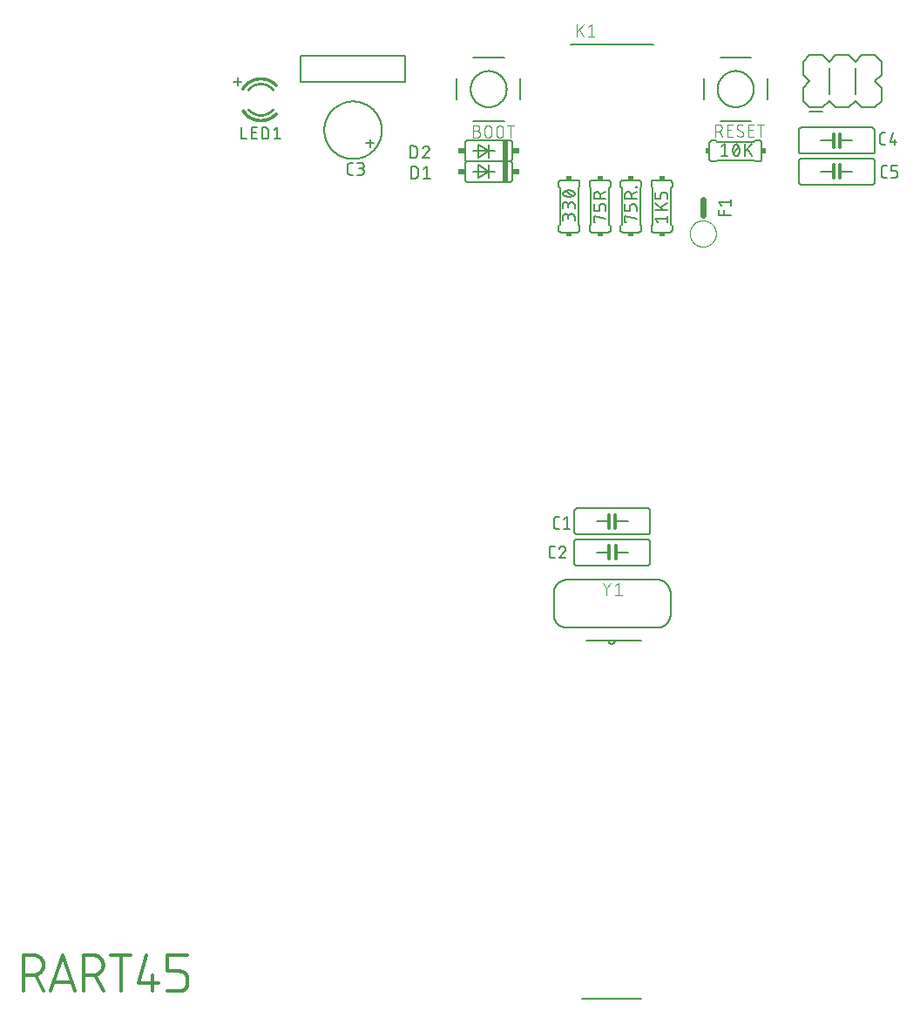
<source format=gbr>
G04 EAGLE Gerber RS-274X export*
G75*
%MOMM*%
%FSLAX34Y34*%
%LPD*%
%INSilkscreen Top*%
%IPPOS*%
%AMOC8*
5,1,8,0,0,1.08239X$1,22.5*%
G01*
%ADD10C,0.101600*%
%ADD11C,0.304800*%
%ADD12C,0.127000*%
%ADD13C,0.152400*%
%ADD14R,0.508000X2.032000*%
%ADD15R,0.635000X0.508000*%
%ADD16R,0.508000X0.381000*%
%ADD17R,0.381000X0.508000*%
%ADD18C,0.203200*%
%ADD19C,0.609600*%
%ADD20C,0.015238*%
%ADD21C,0.025400*%


D10*
X1177023Y1099299D02*
X1180269Y1099299D01*
X1180269Y1099300D02*
X1180382Y1099298D01*
X1180495Y1099292D01*
X1180608Y1099282D01*
X1180721Y1099268D01*
X1180833Y1099251D01*
X1180944Y1099229D01*
X1181054Y1099204D01*
X1181164Y1099174D01*
X1181272Y1099141D01*
X1181379Y1099104D01*
X1181485Y1099064D01*
X1181589Y1099019D01*
X1181692Y1098971D01*
X1181793Y1098920D01*
X1181892Y1098865D01*
X1181989Y1098807D01*
X1182084Y1098745D01*
X1182177Y1098680D01*
X1182267Y1098612D01*
X1182355Y1098541D01*
X1182441Y1098466D01*
X1182524Y1098389D01*
X1182604Y1098309D01*
X1182681Y1098226D01*
X1182756Y1098140D01*
X1182827Y1098052D01*
X1182895Y1097962D01*
X1182960Y1097869D01*
X1183022Y1097774D01*
X1183080Y1097677D01*
X1183135Y1097578D01*
X1183186Y1097477D01*
X1183234Y1097374D01*
X1183279Y1097270D01*
X1183319Y1097164D01*
X1183356Y1097057D01*
X1183389Y1096949D01*
X1183419Y1096839D01*
X1183444Y1096729D01*
X1183466Y1096618D01*
X1183483Y1096506D01*
X1183497Y1096393D01*
X1183507Y1096280D01*
X1183513Y1096167D01*
X1183515Y1096054D01*
X1183513Y1095941D01*
X1183507Y1095828D01*
X1183497Y1095715D01*
X1183483Y1095602D01*
X1183466Y1095490D01*
X1183444Y1095379D01*
X1183419Y1095269D01*
X1183389Y1095159D01*
X1183356Y1095051D01*
X1183319Y1094944D01*
X1183279Y1094838D01*
X1183234Y1094734D01*
X1183186Y1094631D01*
X1183135Y1094530D01*
X1183080Y1094431D01*
X1183022Y1094334D01*
X1182960Y1094239D01*
X1182895Y1094146D01*
X1182827Y1094056D01*
X1182756Y1093968D01*
X1182681Y1093882D01*
X1182604Y1093799D01*
X1182524Y1093719D01*
X1182441Y1093642D01*
X1182355Y1093567D01*
X1182267Y1093496D01*
X1182177Y1093428D01*
X1182084Y1093363D01*
X1181989Y1093301D01*
X1181892Y1093243D01*
X1181793Y1093188D01*
X1181692Y1093137D01*
X1181589Y1093089D01*
X1181485Y1093044D01*
X1181379Y1093004D01*
X1181272Y1092967D01*
X1181164Y1092934D01*
X1181054Y1092904D01*
X1180944Y1092879D01*
X1180833Y1092857D01*
X1180721Y1092840D01*
X1180608Y1092826D01*
X1180495Y1092816D01*
X1180382Y1092810D01*
X1180269Y1092808D01*
X1177023Y1092808D01*
X1177023Y1104492D01*
X1180269Y1104492D01*
X1180370Y1104490D01*
X1180470Y1104484D01*
X1180570Y1104474D01*
X1180670Y1104461D01*
X1180769Y1104443D01*
X1180868Y1104422D01*
X1180965Y1104397D01*
X1181062Y1104368D01*
X1181157Y1104335D01*
X1181251Y1104299D01*
X1181343Y1104259D01*
X1181434Y1104216D01*
X1181523Y1104169D01*
X1181610Y1104119D01*
X1181696Y1104065D01*
X1181779Y1104008D01*
X1181859Y1103948D01*
X1181938Y1103885D01*
X1182014Y1103818D01*
X1182087Y1103749D01*
X1182157Y1103677D01*
X1182225Y1103603D01*
X1182290Y1103526D01*
X1182351Y1103446D01*
X1182410Y1103364D01*
X1182465Y1103280D01*
X1182517Y1103194D01*
X1182566Y1103106D01*
X1182611Y1103016D01*
X1182653Y1102924D01*
X1182691Y1102831D01*
X1182725Y1102736D01*
X1182756Y1102641D01*
X1182783Y1102544D01*
X1182806Y1102446D01*
X1182826Y1102347D01*
X1182841Y1102247D01*
X1182853Y1102147D01*
X1182861Y1102047D01*
X1182865Y1101946D01*
X1182865Y1101846D01*
X1182861Y1101745D01*
X1182853Y1101645D01*
X1182841Y1101545D01*
X1182826Y1101445D01*
X1182806Y1101346D01*
X1182783Y1101248D01*
X1182756Y1101151D01*
X1182725Y1101056D01*
X1182691Y1100961D01*
X1182653Y1100868D01*
X1182611Y1100776D01*
X1182566Y1100686D01*
X1182517Y1100598D01*
X1182465Y1100512D01*
X1182410Y1100428D01*
X1182351Y1100346D01*
X1182290Y1100266D01*
X1182225Y1100189D01*
X1182157Y1100115D01*
X1182087Y1100043D01*
X1182014Y1099974D01*
X1181938Y1099907D01*
X1181859Y1099844D01*
X1181779Y1099784D01*
X1181696Y1099727D01*
X1181610Y1099673D01*
X1181523Y1099623D01*
X1181434Y1099576D01*
X1181343Y1099533D01*
X1181251Y1099493D01*
X1181157Y1099457D01*
X1181062Y1099424D01*
X1180965Y1099395D01*
X1180868Y1099370D01*
X1180769Y1099349D01*
X1180670Y1099331D01*
X1180570Y1099318D01*
X1180470Y1099308D01*
X1180370Y1099302D01*
X1180269Y1099300D01*
X1187903Y1101246D02*
X1187903Y1096054D01*
X1187903Y1101246D02*
X1187905Y1101359D01*
X1187911Y1101472D01*
X1187921Y1101585D01*
X1187935Y1101698D01*
X1187952Y1101810D01*
X1187974Y1101921D01*
X1187999Y1102031D01*
X1188029Y1102141D01*
X1188062Y1102249D01*
X1188099Y1102356D01*
X1188139Y1102462D01*
X1188184Y1102566D01*
X1188232Y1102669D01*
X1188283Y1102770D01*
X1188338Y1102869D01*
X1188396Y1102966D01*
X1188458Y1103061D01*
X1188523Y1103154D01*
X1188591Y1103244D01*
X1188662Y1103332D01*
X1188737Y1103418D01*
X1188814Y1103501D01*
X1188894Y1103581D01*
X1188977Y1103658D01*
X1189063Y1103733D01*
X1189151Y1103804D01*
X1189241Y1103872D01*
X1189334Y1103937D01*
X1189429Y1103999D01*
X1189526Y1104057D01*
X1189625Y1104112D01*
X1189726Y1104163D01*
X1189829Y1104211D01*
X1189933Y1104256D01*
X1190039Y1104296D01*
X1190146Y1104333D01*
X1190254Y1104366D01*
X1190364Y1104396D01*
X1190474Y1104421D01*
X1190585Y1104443D01*
X1190697Y1104460D01*
X1190810Y1104474D01*
X1190923Y1104484D01*
X1191036Y1104490D01*
X1191149Y1104492D01*
X1191262Y1104490D01*
X1191375Y1104484D01*
X1191488Y1104474D01*
X1191601Y1104460D01*
X1191713Y1104443D01*
X1191824Y1104421D01*
X1191934Y1104396D01*
X1192044Y1104366D01*
X1192152Y1104333D01*
X1192259Y1104296D01*
X1192365Y1104256D01*
X1192469Y1104211D01*
X1192572Y1104163D01*
X1192673Y1104112D01*
X1192772Y1104057D01*
X1192869Y1103999D01*
X1192964Y1103937D01*
X1193057Y1103872D01*
X1193147Y1103804D01*
X1193235Y1103733D01*
X1193321Y1103658D01*
X1193404Y1103581D01*
X1193484Y1103501D01*
X1193561Y1103418D01*
X1193636Y1103332D01*
X1193707Y1103244D01*
X1193775Y1103154D01*
X1193840Y1103061D01*
X1193902Y1102966D01*
X1193960Y1102869D01*
X1194015Y1102770D01*
X1194066Y1102669D01*
X1194114Y1102566D01*
X1194159Y1102462D01*
X1194199Y1102356D01*
X1194236Y1102249D01*
X1194269Y1102141D01*
X1194299Y1102031D01*
X1194324Y1101921D01*
X1194346Y1101810D01*
X1194363Y1101698D01*
X1194377Y1101585D01*
X1194387Y1101472D01*
X1194393Y1101359D01*
X1194395Y1101246D01*
X1194394Y1101246D02*
X1194394Y1096054D01*
X1194395Y1096054D02*
X1194393Y1095941D01*
X1194387Y1095828D01*
X1194377Y1095715D01*
X1194363Y1095602D01*
X1194346Y1095490D01*
X1194324Y1095379D01*
X1194299Y1095269D01*
X1194269Y1095159D01*
X1194236Y1095051D01*
X1194199Y1094944D01*
X1194159Y1094838D01*
X1194114Y1094734D01*
X1194066Y1094631D01*
X1194015Y1094530D01*
X1193960Y1094431D01*
X1193902Y1094334D01*
X1193840Y1094239D01*
X1193775Y1094146D01*
X1193707Y1094056D01*
X1193636Y1093968D01*
X1193561Y1093882D01*
X1193484Y1093799D01*
X1193404Y1093719D01*
X1193321Y1093642D01*
X1193235Y1093567D01*
X1193147Y1093496D01*
X1193057Y1093428D01*
X1192964Y1093363D01*
X1192869Y1093301D01*
X1192772Y1093243D01*
X1192673Y1093188D01*
X1192572Y1093137D01*
X1192469Y1093089D01*
X1192365Y1093044D01*
X1192259Y1093004D01*
X1192152Y1092967D01*
X1192044Y1092934D01*
X1191934Y1092904D01*
X1191824Y1092879D01*
X1191713Y1092857D01*
X1191601Y1092840D01*
X1191488Y1092826D01*
X1191375Y1092816D01*
X1191262Y1092810D01*
X1191149Y1092808D01*
X1191036Y1092810D01*
X1190923Y1092816D01*
X1190810Y1092826D01*
X1190697Y1092840D01*
X1190585Y1092857D01*
X1190474Y1092879D01*
X1190364Y1092904D01*
X1190254Y1092934D01*
X1190146Y1092967D01*
X1190039Y1093004D01*
X1189933Y1093044D01*
X1189829Y1093089D01*
X1189726Y1093137D01*
X1189625Y1093188D01*
X1189526Y1093243D01*
X1189429Y1093301D01*
X1189334Y1093363D01*
X1189241Y1093428D01*
X1189151Y1093496D01*
X1189063Y1093567D01*
X1188977Y1093642D01*
X1188894Y1093719D01*
X1188814Y1093799D01*
X1188737Y1093882D01*
X1188662Y1093968D01*
X1188591Y1094056D01*
X1188523Y1094146D01*
X1188458Y1094239D01*
X1188396Y1094334D01*
X1188338Y1094431D01*
X1188283Y1094530D01*
X1188232Y1094631D01*
X1188184Y1094734D01*
X1188139Y1094838D01*
X1188099Y1094944D01*
X1188062Y1095051D01*
X1188029Y1095159D01*
X1187999Y1095269D01*
X1187974Y1095379D01*
X1187952Y1095490D01*
X1187935Y1095602D01*
X1187921Y1095715D01*
X1187911Y1095828D01*
X1187905Y1095941D01*
X1187903Y1096054D01*
X1199333Y1096054D02*
X1199333Y1101246D01*
X1199332Y1101246D02*
X1199334Y1101359D01*
X1199340Y1101472D01*
X1199350Y1101585D01*
X1199364Y1101698D01*
X1199381Y1101810D01*
X1199403Y1101921D01*
X1199428Y1102031D01*
X1199458Y1102141D01*
X1199491Y1102249D01*
X1199528Y1102356D01*
X1199568Y1102462D01*
X1199613Y1102566D01*
X1199661Y1102669D01*
X1199712Y1102770D01*
X1199767Y1102869D01*
X1199825Y1102966D01*
X1199887Y1103061D01*
X1199952Y1103154D01*
X1200020Y1103244D01*
X1200091Y1103332D01*
X1200166Y1103418D01*
X1200243Y1103501D01*
X1200323Y1103581D01*
X1200406Y1103658D01*
X1200492Y1103733D01*
X1200580Y1103804D01*
X1200670Y1103872D01*
X1200763Y1103937D01*
X1200858Y1103999D01*
X1200955Y1104057D01*
X1201054Y1104112D01*
X1201155Y1104163D01*
X1201258Y1104211D01*
X1201362Y1104256D01*
X1201468Y1104296D01*
X1201575Y1104333D01*
X1201683Y1104366D01*
X1201793Y1104396D01*
X1201903Y1104421D01*
X1202014Y1104443D01*
X1202126Y1104460D01*
X1202239Y1104474D01*
X1202352Y1104484D01*
X1202465Y1104490D01*
X1202578Y1104492D01*
X1202691Y1104490D01*
X1202804Y1104484D01*
X1202917Y1104474D01*
X1203030Y1104460D01*
X1203142Y1104443D01*
X1203253Y1104421D01*
X1203363Y1104396D01*
X1203473Y1104366D01*
X1203581Y1104333D01*
X1203688Y1104296D01*
X1203794Y1104256D01*
X1203898Y1104211D01*
X1204001Y1104163D01*
X1204102Y1104112D01*
X1204201Y1104057D01*
X1204298Y1103999D01*
X1204393Y1103937D01*
X1204486Y1103872D01*
X1204576Y1103804D01*
X1204664Y1103733D01*
X1204750Y1103658D01*
X1204833Y1103581D01*
X1204913Y1103501D01*
X1204990Y1103418D01*
X1205065Y1103332D01*
X1205136Y1103244D01*
X1205204Y1103154D01*
X1205269Y1103061D01*
X1205331Y1102966D01*
X1205389Y1102869D01*
X1205444Y1102770D01*
X1205495Y1102669D01*
X1205543Y1102566D01*
X1205588Y1102462D01*
X1205628Y1102356D01*
X1205665Y1102249D01*
X1205698Y1102141D01*
X1205728Y1102031D01*
X1205753Y1101921D01*
X1205775Y1101810D01*
X1205792Y1101698D01*
X1205806Y1101585D01*
X1205816Y1101472D01*
X1205822Y1101359D01*
X1205824Y1101246D01*
X1205824Y1096054D01*
X1205822Y1095941D01*
X1205816Y1095828D01*
X1205806Y1095715D01*
X1205792Y1095602D01*
X1205775Y1095490D01*
X1205753Y1095379D01*
X1205728Y1095269D01*
X1205698Y1095159D01*
X1205665Y1095051D01*
X1205628Y1094944D01*
X1205588Y1094838D01*
X1205543Y1094734D01*
X1205495Y1094631D01*
X1205444Y1094530D01*
X1205389Y1094431D01*
X1205331Y1094334D01*
X1205269Y1094239D01*
X1205204Y1094146D01*
X1205136Y1094056D01*
X1205065Y1093968D01*
X1204990Y1093882D01*
X1204913Y1093799D01*
X1204833Y1093719D01*
X1204750Y1093642D01*
X1204664Y1093567D01*
X1204576Y1093496D01*
X1204486Y1093428D01*
X1204393Y1093363D01*
X1204298Y1093301D01*
X1204201Y1093243D01*
X1204102Y1093188D01*
X1204001Y1093137D01*
X1203898Y1093089D01*
X1203794Y1093044D01*
X1203688Y1093004D01*
X1203581Y1092967D01*
X1203473Y1092934D01*
X1203363Y1092904D01*
X1203253Y1092879D01*
X1203142Y1092857D01*
X1203030Y1092840D01*
X1202917Y1092826D01*
X1202804Y1092816D01*
X1202691Y1092810D01*
X1202578Y1092808D01*
X1202465Y1092810D01*
X1202352Y1092816D01*
X1202239Y1092826D01*
X1202126Y1092840D01*
X1202014Y1092857D01*
X1201903Y1092879D01*
X1201793Y1092904D01*
X1201683Y1092934D01*
X1201575Y1092967D01*
X1201468Y1093004D01*
X1201362Y1093044D01*
X1201258Y1093089D01*
X1201155Y1093137D01*
X1201054Y1093188D01*
X1200955Y1093243D01*
X1200858Y1093301D01*
X1200763Y1093363D01*
X1200670Y1093428D01*
X1200580Y1093496D01*
X1200492Y1093567D01*
X1200406Y1093642D01*
X1200323Y1093719D01*
X1200243Y1093799D01*
X1200166Y1093882D01*
X1200091Y1093968D01*
X1200020Y1094056D01*
X1199952Y1094146D01*
X1199887Y1094239D01*
X1199825Y1094334D01*
X1199767Y1094431D01*
X1199712Y1094530D01*
X1199661Y1094631D01*
X1199613Y1094734D01*
X1199568Y1094838D01*
X1199528Y1094944D01*
X1199491Y1095051D01*
X1199458Y1095159D01*
X1199428Y1095269D01*
X1199403Y1095379D01*
X1199381Y1095490D01*
X1199364Y1095602D01*
X1199350Y1095715D01*
X1199340Y1095828D01*
X1199334Y1095941D01*
X1199332Y1096054D01*
X1213246Y1092808D02*
X1213246Y1104492D01*
X1210001Y1104492D02*
X1216492Y1104492D01*
X1411927Y1105492D02*
X1411927Y1093808D01*
X1411927Y1105492D02*
X1415172Y1105492D01*
X1415285Y1105490D01*
X1415398Y1105484D01*
X1415511Y1105474D01*
X1415624Y1105460D01*
X1415736Y1105443D01*
X1415847Y1105421D01*
X1415957Y1105396D01*
X1416067Y1105366D01*
X1416175Y1105333D01*
X1416282Y1105296D01*
X1416388Y1105256D01*
X1416492Y1105211D01*
X1416595Y1105163D01*
X1416696Y1105112D01*
X1416795Y1105057D01*
X1416892Y1104999D01*
X1416987Y1104937D01*
X1417080Y1104872D01*
X1417170Y1104804D01*
X1417258Y1104733D01*
X1417344Y1104658D01*
X1417427Y1104581D01*
X1417507Y1104501D01*
X1417584Y1104418D01*
X1417659Y1104332D01*
X1417730Y1104244D01*
X1417798Y1104154D01*
X1417863Y1104061D01*
X1417925Y1103966D01*
X1417983Y1103869D01*
X1418038Y1103770D01*
X1418089Y1103669D01*
X1418137Y1103566D01*
X1418182Y1103462D01*
X1418222Y1103356D01*
X1418259Y1103249D01*
X1418292Y1103141D01*
X1418322Y1103031D01*
X1418347Y1102921D01*
X1418369Y1102810D01*
X1418386Y1102698D01*
X1418400Y1102585D01*
X1418410Y1102472D01*
X1418416Y1102359D01*
X1418418Y1102246D01*
X1418416Y1102133D01*
X1418410Y1102020D01*
X1418400Y1101907D01*
X1418386Y1101794D01*
X1418369Y1101682D01*
X1418347Y1101571D01*
X1418322Y1101461D01*
X1418292Y1101351D01*
X1418259Y1101243D01*
X1418222Y1101136D01*
X1418182Y1101030D01*
X1418137Y1100926D01*
X1418089Y1100823D01*
X1418038Y1100722D01*
X1417983Y1100623D01*
X1417925Y1100526D01*
X1417863Y1100431D01*
X1417798Y1100338D01*
X1417730Y1100248D01*
X1417659Y1100160D01*
X1417584Y1100074D01*
X1417507Y1099991D01*
X1417427Y1099911D01*
X1417344Y1099834D01*
X1417258Y1099759D01*
X1417170Y1099688D01*
X1417080Y1099620D01*
X1416987Y1099555D01*
X1416892Y1099493D01*
X1416795Y1099435D01*
X1416696Y1099380D01*
X1416595Y1099329D01*
X1416492Y1099281D01*
X1416388Y1099236D01*
X1416282Y1099196D01*
X1416175Y1099159D01*
X1416067Y1099126D01*
X1415957Y1099096D01*
X1415847Y1099071D01*
X1415736Y1099049D01*
X1415624Y1099032D01*
X1415511Y1099018D01*
X1415398Y1099008D01*
X1415285Y1099002D01*
X1415172Y1099000D01*
X1415172Y1099001D02*
X1411927Y1099001D01*
X1415821Y1099001D02*
X1418418Y1093808D01*
X1423687Y1093808D02*
X1428879Y1093808D01*
X1423687Y1093808D02*
X1423687Y1105492D01*
X1428879Y1105492D01*
X1427581Y1100299D02*
X1423687Y1100299D01*
X1436703Y1093808D02*
X1436802Y1093810D01*
X1436902Y1093816D01*
X1437001Y1093825D01*
X1437099Y1093838D01*
X1437197Y1093855D01*
X1437295Y1093876D01*
X1437391Y1093901D01*
X1437486Y1093929D01*
X1437580Y1093961D01*
X1437673Y1093996D01*
X1437765Y1094035D01*
X1437855Y1094078D01*
X1437943Y1094123D01*
X1438030Y1094173D01*
X1438114Y1094225D01*
X1438197Y1094281D01*
X1438277Y1094339D01*
X1438355Y1094401D01*
X1438430Y1094466D01*
X1438503Y1094534D01*
X1438573Y1094604D01*
X1438641Y1094677D01*
X1438706Y1094752D01*
X1438768Y1094830D01*
X1438826Y1094910D01*
X1438882Y1094993D01*
X1438934Y1095077D01*
X1438984Y1095164D01*
X1439029Y1095252D01*
X1439072Y1095342D01*
X1439111Y1095434D01*
X1439146Y1095527D01*
X1439178Y1095621D01*
X1439206Y1095716D01*
X1439231Y1095812D01*
X1439252Y1095910D01*
X1439269Y1096008D01*
X1439282Y1096106D01*
X1439291Y1096205D01*
X1439297Y1096305D01*
X1439299Y1096404D01*
X1436703Y1093808D02*
X1436559Y1093810D01*
X1436414Y1093816D01*
X1436270Y1093825D01*
X1436127Y1093838D01*
X1435983Y1093855D01*
X1435840Y1093876D01*
X1435698Y1093901D01*
X1435557Y1093929D01*
X1435416Y1093961D01*
X1435276Y1093997D01*
X1435137Y1094036D01*
X1434999Y1094079D01*
X1434863Y1094126D01*
X1434727Y1094176D01*
X1434593Y1094230D01*
X1434461Y1094287D01*
X1434330Y1094348D01*
X1434201Y1094412D01*
X1434073Y1094480D01*
X1433947Y1094550D01*
X1433823Y1094625D01*
X1433702Y1094702D01*
X1433582Y1094783D01*
X1433464Y1094866D01*
X1433349Y1094953D01*
X1433236Y1095043D01*
X1433125Y1095136D01*
X1433017Y1095231D01*
X1432911Y1095330D01*
X1432808Y1095431D01*
X1433133Y1102896D02*
X1433135Y1102995D01*
X1433141Y1103095D01*
X1433150Y1103194D01*
X1433163Y1103292D01*
X1433180Y1103390D01*
X1433201Y1103488D01*
X1433226Y1103584D01*
X1433254Y1103679D01*
X1433286Y1103773D01*
X1433321Y1103866D01*
X1433360Y1103958D01*
X1433403Y1104048D01*
X1433448Y1104136D01*
X1433498Y1104223D01*
X1433550Y1104307D01*
X1433606Y1104390D01*
X1433664Y1104470D01*
X1433726Y1104548D01*
X1433791Y1104623D01*
X1433859Y1104696D01*
X1433929Y1104766D01*
X1434002Y1104834D01*
X1434077Y1104899D01*
X1434155Y1104961D01*
X1434235Y1105019D01*
X1434318Y1105075D01*
X1434402Y1105127D01*
X1434489Y1105177D01*
X1434577Y1105222D01*
X1434667Y1105265D01*
X1434759Y1105304D01*
X1434852Y1105339D01*
X1434946Y1105371D01*
X1435041Y1105399D01*
X1435138Y1105424D01*
X1435235Y1105445D01*
X1435333Y1105462D01*
X1435431Y1105475D01*
X1435530Y1105484D01*
X1435630Y1105490D01*
X1435729Y1105492D01*
X1435865Y1105490D01*
X1436001Y1105484D01*
X1436137Y1105475D01*
X1436273Y1105462D01*
X1436408Y1105444D01*
X1436542Y1105424D01*
X1436676Y1105399D01*
X1436810Y1105371D01*
X1436942Y1105338D01*
X1437073Y1105303D01*
X1437204Y1105263D01*
X1437333Y1105220D01*
X1437461Y1105174D01*
X1437587Y1105123D01*
X1437713Y1105070D01*
X1437836Y1105012D01*
X1437958Y1104952D01*
X1438078Y1104888D01*
X1438197Y1104820D01*
X1438313Y1104750D01*
X1438427Y1104676D01*
X1438540Y1104599D01*
X1438650Y1104518D01*
X1434430Y1100624D02*
X1434344Y1100677D01*
X1434260Y1100734D01*
X1434178Y1100793D01*
X1434098Y1100856D01*
X1434021Y1100922D01*
X1433946Y1100990D01*
X1433874Y1101062D01*
X1433805Y1101136D01*
X1433739Y1101213D01*
X1433676Y1101292D01*
X1433616Y1101374D01*
X1433559Y1101458D01*
X1433505Y1101544D01*
X1433455Y1101632D01*
X1433408Y1101722D01*
X1433364Y1101813D01*
X1433325Y1101907D01*
X1433288Y1102001D01*
X1433256Y1102097D01*
X1433227Y1102195D01*
X1433202Y1102293D01*
X1433181Y1102392D01*
X1433163Y1102492D01*
X1433150Y1102592D01*
X1433140Y1102693D01*
X1433134Y1102795D01*
X1433132Y1102896D01*
X1438001Y1098676D02*
X1438087Y1098623D01*
X1438171Y1098566D01*
X1438253Y1098507D01*
X1438333Y1098444D01*
X1438410Y1098378D01*
X1438485Y1098310D01*
X1438557Y1098238D01*
X1438626Y1098164D01*
X1438692Y1098087D01*
X1438755Y1098008D01*
X1438815Y1097926D01*
X1438872Y1097842D01*
X1438926Y1097756D01*
X1438976Y1097668D01*
X1439023Y1097578D01*
X1439067Y1097487D01*
X1439106Y1097393D01*
X1439143Y1097299D01*
X1439175Y1097203D01*
X1439204Y1097105D01*
X1439229Y1097007D01*
X1439250Y1096908D01*
X1439268Y1096808D01*
X1439281Y1096708D01*
X1439291Y1096607D01*
X1439297Y1096505D01*
X1439299Y1096404D01*
X1438001Y1098676D02*
X1434431Y1100624D01*
X1444261Y1093808D02*
X1449453Y1093808D01*
X1444261Y1093808D02*
X1444261Y1105492D01*
X1449453Y1105492D01*
X1448155Y1100299D02*
X1444261Y1100299D01*
X1456246Y1105492D02*
X1456246Y1093808D01*
X1453001Y1105492D02*
X1459492Y1105492D01*
D11*
X739712Y298514D02*
X739712Y263462D01*
X739712Y298514D02*
X749448Y298514D01*
X749685Y298511D01*
X749922Y298502D01*
X750159Y298488D01*
X750395Y298468D01*
X750631Y298442D01*
X750866Y298410D01*
X751100Y298373D01*
X751333Y298330D01*
X751565Y298281D01*
X751796Y298227D01*
X752025Y298167D01*
X752253Y298101D01*
X752479Y298030D01*
X752704Y297954D01*
X752926Y297872D01*
X753147Y297784D01*
X753365Y297691D01*
X753581Y297593D01*
X753794Y297490D01*
X754005Y297382D01*
X754213Y297268D01*
X754419Y297150D01*
X754621Y297026D01*
X754821Y296898D01*
X755017Y296764D01*
X755210Y296626D01*
X755399Y296484D01*
X755585Y296337D01*
X755767Y296185D01*
X755946Y296029D01*
X756120Y295868D01*
X756291Y295704D01*
X756458Y295535D01*
X756620Y295363D01*
X756778Y295186D01*
X756932Y295005D01*
X757082Y294821D01*
X757227Y294634D01*
X757367Y294443D01*
X757503Y294248D01*
X757633Y294050D01*
X757759Y293849D01*
X757880Y293646D01*
X757997Y293439D01*
X758108Y293229D01*
X758213Y293017D01*
X758314Y292802D01*
X758409Y292585D01*
X758499Y292366D01*
X758584Y292144D01*
X758663Y291921D01*
X758737Y291696D01*
X758806Y291468D01*
X758868Y291240D01*
X758926Y291010D01*
X758977Y290778D01*
X759023Y290546D01*
X759063Y290312D01*
X759098Y290077D01*
X759127Y289842D01*
X759150Y289606D01*
X759167Y289369D01*
X759179Y289133D01*
X759184Y288896D01*
X759184Y288658D01*
X759179Y288421D01*
X759167Y288185D01*
X759150Y287948D01*
X759127Y287712D01*
X759098Y287477D01*
X759063Y287242D01*
X759023Y287008D01*
X758977Y286776D01*
X758926Y286544D01*
X758868Y286314D01*
X758806Y286086D01*
X758737Y285858D01*
X758663Y285633D01*
X758584Y285410D01*
X758499Y285188D01*
X758409Y284969D01*
X758314Y284752D01*
X758213Y284537D01*
X758108Y284325D01*
X757997Y284115D01*
X757880Y283909D01*
X757759Y283705D01*
X757633Y283504D01*
X757503Y283306D01*
X757367Y283111D01*
X757227Y282920D01*
X757082Y282733D01*
X756932Y282549D01*
X756778Y282368D01*
X756620Y282191D01*
X756458Y282019D01*
X756291Y281850D01*
X756120Y281686D01*
X755946Y281525D01*
X755767Y281369D01*
X755585Y281217D01*
X755399Y281070D01*
X755210Y280928D01*
X755017Y280790D01*
X754821Y280656D01*
X754621Y280528D01*
X754419Y280404D01*
X754213Y280286D01*
X754005Y280172D01*
X753794Y280064D01*
X753581Y279961D01*
X753365Y279863D01*
X753147Y279770D01*
X752926Y279682D01*
X752704Y279600D01*
X752479Y279524D01*
X752253Y279453D01*
X752025Y279387D01*
X751796Y279327D01*
X751565Y279273D01*
X751333Y279224D01*
X751100Y279181D01*
X750866Y279144D01*
X750631Y279112D01*
X750395Y279086D01*
X750159Y279066D01*
X749922Y279052D01*
X749685Y279043D01*
X749448Y279040D01*
X739712Y279040D01*
X751396Y279040D02*
X759185Y263462D01*
X766369Y263462D02*
X778053Y298514D01*
X789737Y263462D01*
X786816Y272225D02*
X769290Y272225D01*
X797814Y263462D02*
X797814Y298514D01*
X807551Y298514D01*
X807788Y298511D01*
X808025Y298502D01*
X808262Y298488D01*
X808498Y298468D01*
X808734Y298442D01*
X808969Y298410D01*
X809203Y298373D01*
X809436Y298330D01*
X809668Y298281D01*
X809899Y298227D01*
X810128Y298167D01*
X810356Y298101D01*
X810582Y298030D01*
X810807Y297954D01*
X811029Y297872D01*
X811250Y297784D01*
X811468Y297691D01*
X811684Y297593D01*
X811897Y297490D01*
X812108Y297382D01*
X812316Y297268D01*
X812522Y297150D01*
X812724Y297026D01*
X812924Y296898D01*
X813120Y296764D01*
X813313Y296626D01*
X813502Y296484D01*
X813688Y296337D01*
X813870Y296185D01*
X814049Y296029D01*
X814223Y295868D01*
X814394Y295704D01*
X814561Y295535D01*
X814723Y295363D01*
X814881Y295186D01*
X815035Y295005D01*
X815185Y294821D01*
X815330Y294634D01*
X815470Y294443D01*
X815606Y294248D01*
X815736Y294050D01*
X815862Y293849D01*
X815983Y293646D01*
X816100Y293439D01*
X816211Y293229D01*
X816316Y293017D01*
X816417Y292802D01*
X816512Y292585D01*
X816602Y292366D01*
X816687Y292144D01*
X816766Y291921D01*
X816840Y291696D01*
X816909Y291468D01*
X816971Y291240D01*
X817029Y291010D01*
X817080Y290778D01*
X817126Y290546D01*
X817166Y290312D01*
X817201Y290077D01*
X817230Y289842D01*
X817253Y289606D01*
X817270Y289369D01*
X817282Y289133D01*
X817287Y288896D01*
X817287Y288658D01*
X817282Y288421D01*
X817270Y288185D01*
X817253Y287948D01*
X817230Y287712D01*
X817201Y287477D01*
X817166Y287242D01*
X817126Y287008D01*
X817080Y286776D01*
X817029Y286544D01*
X816971Y286314D01*
X816909Y286086D01*
X816840Y285858D01*
X816766Y285633D01*
X816687Y285410D01*
X816602Y285188D01*
X816512Y284969D01*
X816417Y284752D01*
X816316Y284537D01*
X816211Y284325D01*
X816100Y284115D01*
X815983Y283909D01*
X815862Y283705D01*
X815736Y283504D01*
X815606Y283306D01*
X815470Y283111D01*
X815330Y282920D01*
X815185Y282733D01*
X815035Y282549D01*
X814881Y282368D01*
X814723Y282191D01*
X814561Y282019D01*
X814394Y281850D01*
X814223Y281686D01*
X814049Y281525D01*
X813870Y281369D01*
X813688Y281217D01*
X813502Y281070D01*
X813313Y280928D01*
X813120Y280790D01*
X812924Y280656D01*
X812724Y280528D01*
X812522Y280404D01*
X812316Y280286D01*
X812108Y280172D01*
X811897Y280064D01*
X811684Y279961D01*
X811468Y279863D01*
X811250Y279770D01*
X811029Y279682D01*
X810807Y279600D01*
X810582Y279524D01*
X810356Y279453D01*
X810128Y279387D01*
X809899Y279327D01*
X809668Y279273D01*
X809436Y279224D01*
X809203Y279181D01*
X808969Y279144D01*
X808734Y279112D01*
X808498Y279086D01*
X808262Y279066D01*
X808025Y279052D01*
X807788Y279043D01*
X807551Y279040D01*
X797814Y279040D01*
X809498Y279040D02*
X817287Y263462D01*
X834251Y263462D02*
X834251Y298514D01*
X824514Y298514D02*
X843988Y298514D01*
X858974Y298514D02*
X851184Y271251D01*
X870658Y271251D01*
X864816Y279040D02*
X864816Y263462D01*
X879759Y263462D02*
X891443Y263462D01*
X891631Y263464D01*
X891819Y263471D01*
X892007Y263482D01*
X892195Y263498D01*
X892382Y263519D01*
X892568Y263544D01*
X892754Y263573D01*
X892939Y263607D01*
X893124Y263646D01*
X893307Y263688D01*
X893489Y263736D01*
X893670Y263787D01*
X893850Y263843D01*
X894028Y263904D01*
X894205Y263968D01*
X894380Y264037D01*
X894554Y264110D01*
X894725Y264187D01*
X894895Y264269D01*
X895063Y264354D01*
X895228Y264444D01*
X895392Y264537D01*
X895553Y264634D01*
X895711Y264736D01*
X895868Y264841D01*
X896021Y264950D01*
X896172Y265062D01*
X896320Y265178D01*
X896466Y265298D01*
X896608Y265421D01*
X896747Y265547D01*
X896884Y265677D01*
X897017Y265810D01*
X897147Y265947D01*
X897273Y266086D01*
X897396Y266228D01*
X897516Y266374D01*
X897632Y266522D01*
X897744Y266673D01*
X897853Y266826D01*
X897958Y266983D01*
X898060Y267141D01*
X898157Y267302D01*
X898250Y267466D01*
X898340Y267631D01*
X898425Y267799D01*
X898507Y267969D01*
X898584Y268140D01*
X898657Y268314D01*
X898726Y268489D01*
X898790Y268666D01*
X898851Y268844D01*
X898907Y269024D01*
X898958Y269205D01*
X899006Y269387D01*
X899048Y269570D01*
X899087Y269755D01*
X899121Y269940D01*
X899150Y270126D01*
X899175Y270312D01*
X899196Y270499D01*
X899212Y270687D01*
X899223Y270875D01*
X899230Y271063D01*
X899232Y271251D01*
X899233Y271251D02*
X899233Y275146D01*
X899232Y275146D02*
X899230Y275334D01*
X899223Y275522D01*
X899212Y275710D01*
X899196Y275898D01*
X899175Y276085D01*
X899150Y276271D01*
X899121Y276457D01*
X899087Y276642D01*
X899048Y276827D01*
X899006Y277010D01*
X898958Y277192D01*
X898907Y277373D01*
X898851Y277553D01*
X898790Y277731D01*
X898726Y277908D01*
X898657Y278083D01*
X898584Y278257D01*
X898507Y278428D01*
X898425Y278598D01*
X898340Y278766D01*
X898250Y278931D01*
X898157Y279095D01*
X898060Y279256D01*
X897958Y279414D01*
X897853Y279571D01*
X897744Y279724D01*
X897632Y279875D01*
X897516Y280023D01*
X897396Y280169D01*
X897273Y280311D01*
X897147Y280450D01*
X897017Y280587D01*
X896884Y280720D01*
X896747Y280850D01*
X896608Y280976D01*
X896466Y281099D01*
X896320Y281219D01*
X896172Y281335D01*
X896021Y281447D01*
X895868Y281556D01*
X895711Y281661D01*
X895553Y281763D01*
X895392Y281860D01*
X895228Y281953D01*
X895063Y282043D01*
X894895Y282128D01*
X894725Y282210D01*
X894554Y282287D01*
X894380Y282360D01*
X894205Y282429D01*
X894028Y282493D01*
X893850Y282554D01*
X893670Y282610D01*
X893489Y282661D01*
X893307Y282709D01*
X893124Y282751D01*
X892939Y282790D01*
X892754Y282824D01*
X892568Y282853D01*
X892382Y282878D01*
X892195Y282899D01*
X892007Y282915D01*
X891819Y282926D01*
X891631Y282933D01*
X891443Y282935D01*
X879759Y282935D01*
X879759Y298514D01*
X899233Y298514D01*
D12*
X1271770Y1183000D02*
X1351770Y1183000D01*
D10*
X1277278Y1190908D02*
X1277278Y1202592D01*
X1283769Y1202592D02*
X1277278Y1195452D01*
X1279874Y1198048D02*
X1283769Y1190908D01*
X1288158Y1199996D02*
X1291403Y1202592D01*
X1291403Y1190908D01*
X1288158Y1190908D02*
X1294649Y1190908D01*
D12*
X1368520Y650100D02*
X1368520Y629900D01*
X1368522Y629587D01*
X1368517Y629274D01*
X1368504Y628961D01*
X1368483Y628649D01*
X1368455Y628337D01*
X1368420Y628026D01*
X1368377Y627716D01*
X1368326Y627407D01*
X1368268Y627100D01*
X1368203Y626794D01*
X1368130Y626489D01*
X1368050Y626187D01*
X1367963Y625886D01*
X1367868Y625588D01*
X1367767Y625292D01*
X1367658Y624998D01*
X1367542Y624708D01*
X1367419Y624420D01*
X1367289Y624135D01*
X1367152Y623853D01*
X1367009Y623575D01*
X1366859Y623301D01*
X1366702Y623030D01*
X1366539Y622763D01*
X1366369Y622500D01*
X1366193Y622241D01*
X1366011Y621986D01*
X1365823Y621736D01*
X1365629Y621491D01*
X1365429Y621250D01*
X1365223Y621014D01*
X1365011Y620783D01*
X1364794Y620558D01*
X1364572Y620338D01*
X1364344Y620123D01*
X1364112Y619914D01*
X1363874Y619710D01*
X1363631Y619512D01*
X1363384Y619321D01*
X1363132Y619135D01*
X1362876Y618955D01*
X1362615Y618782D01*
X1362350Y618615D01*
X1362082Y618454D01*
X1361809Y618300D01*
X1361533Y618152D01*
X1361254Y618012D01*
X1360971Y617878D01*
X1360685Y617751D01*
X1360396Y617631D01*
X1360104Y617517D01*
X1359809Y617411D01*
X1359512Y617313D01*
X1359213Y617221D01*
X1358912Y617137D01*
X1358608Y617059D01*
X1358303Y616990D01*
X1357997Y616927D01*
X1357688Y616872D01*
X1357379Y616825D01*
X1357069Y616785D01*
X1356757Y616753D01*
X1356445Y616728D01*
X1356133Y616710D01*
X1355820Y616700D01*
X1267720Y616700D01*
X1267407Y616710D01*
X1267095Y616728D01*
X1266783Y616753D01*
X1266471Y616785D01*
X1266161Y616825D01*
X1265852Y616872D01*
X1265543Y616927D01*
X1265237Y616990D01*
X1264932Y617059D01*
X1264628Y617137D01*
X1264327Y617221D01*
X1264028Y617313D01*
X1263731Y617411D01*
X1263436Y617517D01*
X1263144Y617631D01*
X1262855Y617751D01*
X1262569Y617878D01*
X1262286Y618012D01*
X1262007Y618152D01*
X1261731Y618300D01*
X1261458Y618454D01*
X1261190Y618615D01*
X1260925Y618782D01*
X1260664Y618955D01*
X1260408Y619135D01*
X1260156Y619321D01*
X1259909Y619512D01*
X1259666Y619710D01*
X1259428Y619914D01*
X1259196Y620123D01*
X1258968Y620338D01*
X1258746Y620558D01*
X1258529Y620783D01*
X1258317Y621014D01*
X1258111Y621250D01*
X1257911Y621491D01*
X1257717Y621736D01*
X1257529Y621986D01*
X1257347Y622241D01*
X1257171Y622500D01*
X1257001Y622763D01*
X1256838Y623030D01*
X1256681Y623301D01*
X1256531Y623575D01*
X1256388Y623853D01*
X1256251Y624135D01*
X1256121Y624420D01*
X1255998Y624708D01*
X1255882Y624998D01*
X1255773Y625292D01*
X1255672Y625588D01*
X1255577Y625886D01*
X1255490Y626187D01*
X1255410Y626489D01*
X1255337Y626794D01*
X1255272Y627100D01*
X1255214Y627407D01*
X1255163Y627716D01*
X1255120Y628026D01*
X1255085Y628337D01*
X1255057Y628649D01*
X1255036Y628961D01*
X1255023Y629274D01*
X1255018Y629587D01*
X1255020Y629900D01*
X1255020Y650100D01*
X1255018Y650413D01*
X1255023Y650726D01*
X1255036Y651039D01*
X1255057Y651351D01*
X1255085Y651663D01*
X1255120Y651974D01*
X1255163Y652284D01*
X1255214Y652593D01*
X1255272Y652900D01*
X1255337Y653206D01*
X1255410Y653511D01*
X1255490Y653813D01*
X1255577Y654114D01*
X1255672Y654412D01*
X1255773Y654708D01*
X1255882Y655002D01*
X1255998Y655292D01*
X1256121Y655580D01*
X1256251Y655865D01*
X1256388Y656147D01*
X1256531Y656425D01*
X1256681Y656699D01*
X1256838Y656970D01*
X1257001Y657237D01*
X1257171Y657500D01*
X1257347Y657759D01*
X1257529Y658014D01*
X1257717Y658264D01*
X1257911Y658509D01*
X1258111Y658750D01*
X1258317Y658986D01*
X1258529Y659217D01*
X1258746Y659442D01*
X1258968Y659662D01*
X1259196Y659877D01*
X1259428Y660086D01*
X1259666Y660290D01*
X1259909Y660488D01*
X1260156Y660679D01*
X1260408Y660865D01*
X1260664Y661045D01*
X1260925Y661218D01*
X1261190Y661385D01*
X1261458Y661546D01*
X1261731Y661700D01*
X1262007Y661848D01*
X1262286Y661988D01*
X1262569Y662122D01*
X1262855Y662249D01*
X1263144Y662369D01*
X1263436Y662483D01*
X1263731Y662589D01*
X1264028Y662687D01*
X1264327Y662779D01*
X1264628Y662863D01*
X1264932Y662941D01*
X1265237Y663010D01*
X1265543Y663073D01*
X1265852Y663128D01*
X1266161Y663175D01*
X1266471Y663215D01*
X1266783Y663247D01*
X1267095Y663272D01*
X1267407Y663290D01*
X1267720Y663300D01*
X1355820Y663300D01*
X1356133Y663290D01*
X1356445Y663272D01*
X1356757Y663247D01*
X1357069Y663215D01*
X1357379Y663175D01*
X1357688Y663128D01*
X1357997Y663073D01*
X1358303Y663010D01*
X1358608Y662941D01*
X1358912Y662863D01*
X1359213Y662779D01*
X1359512Y662687D01*
X1359809Y662589D01*
X1360104Y662483D01*
X1360396Y662369D01*
X1360685Y662249D01*
X1360971Y662122D01*
X1361254Y661988D01*
X1361533Y661848D01*
X1361809Y661700D01*
X1362082Y661546D01*
X1362350Y661385D01*
X1362615Y661218D01*
X1362876Y661045D01*
X1363132Y660865D01*
X1363384Y660679D01*
X1363631Y660488D01*
X1363874Y660290D01*
X1364112Y660086D01*
X1364344Y659877D01*
X1364572Y659662D01*
X1364794Y659442D01*
X1365011Y659217D01*
X1365223Y658986D01*
X1365429Y658750D01*
X1365629Y658509D01*
X1365823Y658264D01*
X1366011Y658014D01*
X1366193Y657759D01*
X1366369Y657500D01*
X1366539Y657237D01*
X1366702Y656970D01*
X1366859Y656699D01*
X1367009Y656425D01*
X1367152Y656147D01*
X1367289Y655865D01*
X1367419Y655580D01*
X1367542Y655292D01*
X1367658Y655002D01*
X1367767Y654708D01*
X1367868Y654412D01*
X1367963Y654114D01*
X1368050Y653813D01*
X1368130Y653511D01*
X1368203Y653206D01*
X1368268Y652900D01*
X1368326Y652593D01*
X1368377Y652284D01*
X1368420Y651974D01*
X1368455Y651663D01*
X1368483Y651351D01*
X1368504Y651039D01*
X1368517Y650726D01*
X1368522Y650413D01*
X1368520Y650100D01*
D10*
X1306430Y654704D02*
X1302531Y660227D01*
X1306430Y654704D02*
X1310328Y660227D01*
X1306430Y654704D02*
X1306430Y648532D01*
X1314620Y657628D02*
X1317869Y660227D01*
X1317869Y648532D01*
X1321117Y648532D02*
X1314620Y648532D01*
D13*
X1198120Y1060000D02*
X1191770Y1060000D01*
X1181610Y1053650D02*
X1181610Y1066350D01*
X1191770Y1060000D01*
X1176530Y1060000D01*
X1181610Y1053650D02*
X1191770Y1060000D01*
X1191770Y1053650D01*
X1191770Y1060000D02*
X1191770Y1066350D01*
X1171450Y1049840D02*
X1171350Y1049842D01*
X1171251Y1049848D01*
X1171151Y1049858D01*
X1171053Y1049871D01*
X1170954Y1049889D01*
X1170857Y1049910D01*
X1170761Y1049935D01*
X1170665Y1049964D01*
X1170571Y1049997D01*
X1170478Y1050033D01*
X1170387Y1050073D01*
X1170297Y1050117D01*
X1170209Y1050164D01*
X1170123Y1050214D01*
X1170039Y1050268D01*
X1169957Y1050325D01*
X1169878Y1050385D01*
X1169800Y1050449D01*
X1169726Y1050515D01*
X1169654Y1050584D01*
X1169585Y1050656D01*
X1169519Y1050730D01*
X1169455Y1050808D01*
X1169395Y1050887D01*
X1169338Y1050969D01*
X1169284Y1051053D01*
X1169234Y1051139D01*
X1169187Y1051227D01*
X1169143Y1051317D01*
X1169103Y1051408D01*
X1169067Y1051501D01*
X1169034Y1051595D01*
X1169005Y1051691D01*
X1168980Y1051787D01*
X1168959Y1051884D01*
X1168941Y1051983D01*
X1168928Y1052081D01*
X1168918Y1052181D01*
X1168912Y1052280D01*
X1168910Y1052380D01*
X1168910Y1067620D01*
X1168912Y1067720D01*
X1168918Y1067819D01*
X1168928Y1067919D01*
X1168941Y1068017D01*
X1168959Y1068116D01*
X1168980Y1068213D01*
X1169005Y1068309D01*
X1169034Y1068405D01*
X1169067Y1068499D01*
X1169103Y1068592D01*
X1169143Y1068683D01*
X1169187Y1068773D01*
X1169234Y1068861D01*
X1169284Y1068947D01*
X1169338Y1069031D01*
X1169395Y1069113D01*
X1169455Y1069192D01*
X1169519Y1069270D01*
X1169585Y1069344D01*
X1169654Y1069416D01*
X1169726Y1069485D01*
X1169800Y1069551D01*
X1169878Y1069615D01*
X1169957Y1069675D01*
X1170039Y1069732D01*
X1170123Y1069786D01*
X1170209Y1069836D01*
X1170297Y1069883D01*
X1170387Y1069927D01*
X1170478Y1069967D01*
X1170571Y1070003D01*
X1170665Y1070036D01*
X1170761Y1070065D01*
X1170857Y1070090D01*
X1170954Y1070111D01*
X1171053Y1070129D01*
X1171151Y1070142D01*
X1171251Y1070152D01*
X1171350Y1070158D01*
X1171450Y1070160D01*
X1212090Y1049840D02*
X1212190Y1049842D01*
X1212289Y1049848D01*
X1212389Y1049858D01*
X1212487Y1049871D01*
X1212586Y1049889D01*
X1212683Y1049910D01*
X1212779Y1049935D01*
X1212875Y1049964D01*
X1212969Y1049997D01*
X1213062Y1050033D01*
X1213153Y1050073D01*
X1213243Y1050117D01*
X1213331Y1050164D01*
X1213417Y1050214D01*
X1213501Y1050268D01*
X1213583Y1050325D01*
X1213662Y1050385D01*
X1213740Y1050449D01*
X1213814Y1050515D01*
X1213886Y1050584D01*
X1213955Y1050656D01*
X1214021Y1050730D01*
X1214085Y1050808D01*
X1214145Y1050887D01*
X1214202Y1050969D01*
X1214256Y1051053D01*
X1214306Y1051139D01*
X1214353Y1051227D01*
X1214397Y1051317D01*
X1214437Y1051408D01*
X1214473Y1051501D01*
X1214506Y1051595D01*
X1214535Y1051691D01*
X1214560Y1051787D01*
X1214581Y1051884D01*
X1214599Y1051983D01*
X1214612Y1052081D01*
X1214622Y1052181D01*
X1214628Y1052280D01*
X1214630Y1052380D01*
X1214630Y1067620D02*
X1214628Y1067720D01*
X1214622Y1067819D01*
X1214612Y1067919D01*
X1214599Y1068017D01*
X1214581Y1068116D01*
X1214560Y1068213D01*
X1214535Y1068309D01*
X1214506Y1068405D01*
X1214473Y1068499D01*
X1214437Y1068592D01*
X1214397Y1068683D01*
X1214353Y1068773D01*
X1214306Y1068861D01*
X1214256Y1068947D01*
X1214202Y1069031D01*
X1214145Y1069113D01*
X1214085Y1069192D01*
X1214021Y1069270D01*
X1213955Y1069344D01*
X1213886Y1069416D01*
X1213814Y1069485D01*
X1213740Y1069551D01*
X1213662Y1069615D01*
X1213583Y1069675D01*
X1213501Y1069732D01*
X1213417Y1069786D01*
X1213331Y1069836D01*
X1213243Y1069883D01*
X1213153Y1069927D01*
X1213062Y1069967D01*
X1212969Y1070003D01*
X1212875Y1070036D01*
X1212779Y1070065D01*
X1212683Y1070090D01*
X1212586Y1070111D01*
X1212487Y1070129D01*
X1212389Y1070142D01*
X1212289Y1070152D01*
X1212190Y1070158D01*
X1212090Y1070160D01*
X1171450Y1070160D01*
X1214630Y1067620D02*
X1214630Y1052380D01*
X1212090Y1049840D02*
X1171450Y1049840D01*
D14*
X1208280Y1060000D03*
D15*
X1165735Y1060000D03*
X1217805Y1060000D03*
D12*
X1116834Y1064665D02*
X1116834Y1053235D01*
X1116834Y1064665D02*
X1120009Y1064665D01*
X1120120Y1064663D01*
X1120230Y1064657D01*
X1120341Y1064648D01*
X1120451Y1064634D01*
X1120560Y1064617D01*
X1120669Y1064596D01*
X1120777Y1064571D01*
X1120884Y1064542D01*
X1120990Y1064510D01*
X1121095Y1064474D01*
X1121198Y1064434D01*
X1121300Y1064391D01*
X1121401Y1064344D01*
X1121500Y1064293D01*
X1121597Y1064240D01*
X1121691Y1064183D01*
X1121784Y1064122D01*
X1121875Y1064059D01*
X1121964Y1063992D01*
X1122050Y1063922D01*
X1122133Y1063849D01*
X1122215Y1063774D01*
X1122293Y1063696D01*
X1122368Y1063614D01*
X1122441Y1063531D01*
X1122511Y1063445D01*
X1122578Y1063356D01*
X1122641Y1063265D01*
X1122702Y1063172D01*
X1122759Y1063078D01*
X1122812Y1062981D01*
X1122863Y1062882D01*
X1122910Y1062781D01*
X1122953Y1062679D01*
X1122993Y1062576D01*
X1123029Y1062471D01*
X1123061Y1062365D01*
X1123090Y1062258D01*
X1123115Y1062150D01*
X1123136Y1062041D01*
X1123153Y1061932D01*
X1123167Y1061822D01*
X1123176Y1061711D01*
X1123182Y1061601D01*
X1123184Y1061490D01*
X1123184Y1056410D01*
X1123182Y1056299D01*
X1123176Y1056189D01*
X1123167Y1056078D01*
X1123153Y1055968D01*
X1123136Y1055859D01*
X1123115Y1055750D01*
X1123090Y1055642D01*
X1123061Y1055535D01*
X1123029Y1055429D01*
X1122993Y1055324D01*
X1122953Y1055221D01*
X1122910Y1055119D01*
X1122863Y1055018D01*
X1122812Y1054919D01*
X1122759Y1054823D01*
X1122702Y1054728D01*
X1122641Y1054635D01*
X1122578Y1054544D01*
X1122511Y1054455D01*
X1122441Y1054369D01*
X1122368Y1054286D01*
X1122293Y1054204D01*
X1122215Y1054126D01*
X1122133Y1054051D01*
X1122050Y1053978D01*
X1121964Y1053908D01*
X1121875Y1053841D01*
X1121784Y1053778D01*
X1121691Y1053717D01*
X1121597Y1053660D01*
X1121500Y1053607D01*
X1121401Y1053556D01*
X1121300Y1053509D01*
X1121198Y1053466D01*
X1121095Y1053426D01*
X1120990Y1053390D01*
X1120884Y1053358D01*
X1120777Y1053329D01*
X1120669Y1053304D01*
X1120560Y1053283D01*
X1120451Y1053266D01*
X1120341Y1053252D01*
X1120230Y1053243D01*
X1120120Y1053237D01*
X1120009Y1053235D01*
X1116834Y1053235D01*
X1128645Y1062125D02*
X1131820Y1064665D01*
X1131820Y1053235D01*
X1128645Y1053235D02*
X1134995Y1053235D01*
D13*
X1191770Y1080000D02*
X1198120Y1080000D01*
X1181610Y1073650D02*
X1181610Y1086350D01*
X1191770Y1080000D01*
X1176530Y1080000D01*
X1181610Y1073650D02*
X1191770Y1080000D01*
X1191770Y1073650D01*
X1191770Y1080000D02*
X1191770Y1086350D01*
X1171450Y1069840D02*
X1171350Y1069842D01*
X1171251Y1069848D01*
X1171151Y1069858D01*
X1171053Y1069871D01*
X1170954Y1069889D01*
X1170857Y1069910D01*
X1170761Y1069935D01*
X1170665Y1069964D01*
X1170571Y1069997D01*
X1170478Y1070033D01*
X1170387Y1070073D01*
X1170297Y1070117D01*
X1170209Y1070164D01*
X1170123Y1070214D01*
X1170039Y1070268D01*
X1169957Y1070325D01*
X1169878Y1070385D01*
X1169800Y1070449D01*
X1169726Y1070515D01*
X1169654Y1070584D01*
X1169585Y1070656D01*
X1169519Y1070730D01*
X1169455Y1070808D01*
X1169395Y1070887D01*
X1169338Y1070969D01*
X1169284Y1071053D01*
X1169234Y1071139D01*
X1169187Y1071227D01*
X1169143Y1071317D01*
X1169103Y1071408D01*
X1169067Y1071501D01*
X1169034Y1071595D01*
X1169005Y1071691D01*
X1168980Y1071787D01*
X1168959Y1071884D01*
X1168941Y1071983D01*
X1168928Y1072081D01*
X1168918Y1072181D01*
X1168912Y1072280D01*
X1168910Y1072380D01*
X1168910Y1087620D01*
X1168912Y1087720D01*
X1168918Y1087819D01*
X1168928Y1087919D01*
X1168941Y1088017D01*
X1168959Y1088116D01*
X1168980Y1088213D01*
X1169005Y1088309D01*
X1169034Y1088405D01*
X1169067Y1088499D01*
X1169103Y1088592D01*
X1169143Y1088683D01*
X1169187Y1088773D01*
X1169234Y1088861D01*
X1169284Y1088947D01*
X1169338Y1089031D01*
X1169395Y1089113D01*
X1169455Y1089192D01*
X1169519Y1089270D01*
X1169585Y1089344D01*
X1169654Y1089416D01*
X1169726Y1089485D01*
X1169800Y1089551D01*
X1169878Y1089615D01*
X1169957Y1089675D01*
X1170039Y1089732D01*
X1170123Y1089786D01*
X1170209Y1089836D01*
X1170297Y1089883D01*
X1170387Y1089927D01*
X1170478Y1089967D01*
X1170571Y1090003D01*
X1170665Y1090036D01*
X1170761Y1090065D01*
X1170857Y1090090D01*
X1170954Y1090111D01*
X1171053Y1090129D01*
X1171151Y1090142D01*
X1171251Y1090152D01*
X1171350Y1090158D01*
X1171450Y1090160D01*
X1212090Y1069840D02*
X1212190Y1069842D01*
X1212289Y1069848D01*
X1212389Y1069858D01*
X1212487Y1069871D01*
X1212586Y1069889D01*
X1212683Y1069910D01*
X1212779Y1069935D01*
X1212875Y1069964D01*
X1212969Y1069997D01*
X1213062Y1070033D01*
X1213153Y1070073D01*
X1213243Y1070117D01*
X1213331Y1070164D01*
X1213417Y1070214D01*
X1213501Y1070268D01*
X1213583Y1070325D01*
X1213662Y1070385D01*
X1213740Y1070449D01*
X1213814Y1070515D01*
X1213886Y1070584D01*
X1213955Y1070656D01*
X1214021Y1070730D01*
X1214085Y1070808D01*
X1214145Y1070887D01*
X1214202Y1070969D01*
X1214256Y1071053D01*
X1214306Y1071139D01*
X1214353Y1071227D01*
X1214397Y1071317D01*
X1214437Y1071408D01*
X1214473Y1071501D01*
X1214506Y1071595D01*
X1214535Y1071691D01*
X1214560Y1071787D01*
X1214581Y1071884D01*
X1214599Y1071983D01*
X1214612Y1072081D01*
X1214622Y1072181D01*
X1214628Y1072280D01*
X1214630Y1072380D01*
X1214630Y1087620D02*
X1214628Y1087720D01*
X1214622Y1087819D01*
X1214612Y1087919D01*
X1214599Y1088017D01*
X1214581Y1088116D01*
X1214560Y1088213D01*
X1214535Y1088309D01*
X1214506Y1088405D01*
X1214473Y1088499D01*
X1214437Y1088592D01*
X1214397Y1088683D01*
X1214353Y1088773D01*
X1214306Y1088861D01*
X1214256Y1088947D01*
X1214202Y1089031D01*
X1214145Y1089113D01*
X1214085Y1089192D01*
X1214021Y1089270D01*
X1213955Y1089344D01*
X1213886Y1089416D01*
X1213814Y1089485D01*
X1213740Y1089551D01*
X1213662Y1089615D01*
X1213583Y1089675D01*
X1213501Y1089732D01*
X1213417Y1089786D01*
X1213331Y1089836D01*
X1213243Y1089883D01*
X1213153Y1089927D01*
X1213062Y1089967D01*
X1212969Y1090003D01*
X1212875Y1090036D01*
X1212779Y1090065D01*
X1212683Y1090090D01*
X1212586Y1090111D01*
X1212487Y1090129D01*
X1212389Y1090142D01*
X1212289Y1090152D01*
X1212190Y1090158D01*
X1212090Y1090160D01*
X1171450Y1090160D01*
X1214630Y1087620D02*
X1214630Y1072380D01*
X1212090Y1069840D02*
X1171450Y1069840D01*
D14*
X1208280Y1080000D03*
D15*
X1165735Y1080000D03*
X1217805Y1080000D03*
D12*
X1115834Y1084665D02*
X1115834Y1073235D01*
X1115834Y1084665D02*
X1119009Y1084665D01*
X1119120Y1084663D01*
X1119230Y1084657D01*
X1119341Y1084648D01*
X1119451Y1084634D01*
X1119560Y1084617D01*
X1119669Y1084596D01*
X1119777Y1084571D01*
X1119884Y1084542D01*
X1119990Y1084510D01*
X1120095Y1084474D01*
X1120198Y1084434D01*
X1120300Y1084391D01*
X1120401Y1084344D01*
X1120500Y1084293D01*
X1120597Y1084240D01*
X1120691Y1084183D01*
X1120784Y1084122D01*
X1120875Y1084059D01*
X1120964Y1083992D01*
X1121050Y1083922D01*
X1121133Y1083849D01*
X1121215Y1083774D01*
X1121293Y1083696D01*
X1121368Y1083614D01*
X1121441Y1083531D01*
X1121511Y1083445D01*
X1121578Y1083356D01*
X1121641Y1083265D01*
X1121702Y1083172D01*
X1121759Y1083078D01*
X1121812Y1082981D01*
X1121863Y1082882D01*
X1121910Y1082781D01*
X1121953Y1082679D01*
X1121993Y1082576D01*
X1122029Y1082471D01*
X1122061Y1082365D01*
X1122090Y1082258D01*
X1122115Y1082150D01*
X1122136Y1082041D01*
X1122153Y1081932D01*
X1122167Y1081822D01*
X1122176Y1081711D01*
X1122182Y1081601D01*
X1122184Y1081490D01*
X1122184Y1076410D01*
X1122182Y1076299D01*
X1122176Y1076189D01*
X1122167Y1076078D01*
X1122153Y1075968D01*
X1122136Y1075859D01*
X1122115Y1075750D01*
X1122090Y1075642D01*
X1122061Y1075535D01*
X1122029Y1075429D01*
X1121993Y1075324D01*
X1121953Y1075221D01*
X1121910Y1075119D01*
X1121863Y1075018D01*
X1121812Y1074919D01*
X1121759Y1074823D01*
X1121702Y1074728D01*
X1121641Y1074635D01*
X1121578Y1074544D01*
X1121511Y1074455D01*
X1121441Y1074369D01*
X1121368Y1074286D01*
X1121293Y1074204D01*
X1121215Y1074126D01*
X1121133Y1074051D01*
X1121050Y1073978D01*
X1120964Y1073908D01*
X1120875Y1073841D01*
X1120784Y1073778D01*
X1120691Y1073717D01*
X1120597Y1073660D01*
X1120500Y1073607D01*
X1120401Y1073556D01*
X1120300Y1073509D01*
X1120198Y1073466D01*
X1120095Y1073426D01*
X1119990Y1073390D01*
X1119884Y1073358D01*
X1119777Y1073329D01*
X1119669Y1073304D01*
X1119560Y1073283D01*
X1119451Y1073266D01*
X1119341Y1073252D01*
X1119230Y1073243D01*
X1119120Y1073237D01*
X1119009Y1073235D01*
X1115834Y1073235D01*
X1131138Y1084666D02*
X1131242Y1084664D01*
X1131347Y1084658D01*
X1131451Y1084649D01*
X1131554Y1084636D01*
X1131657Y1084618D01*
X1131759Y1084598D01*
X1131861Y1084573D01*
X1131961Y1084545D01*
X1132061Y1084513D01*
X1132159Y1084477D01*
X1132256Y1084438D01*
X1132351Y1084396D01*
X1132445Y1084350D01*
X1132537Y1084300D01*
X1132627Y1084248D01*
X1132715Y1084192D01*
X1132801Y1084132D01*
X1132885Y1084070D01*
X1132966Y1084005D01*
X1133045Y1083937D01*
X1133122Y1083865D01*
X1133195Y1083792D01*
X1133267Y1083715D01*
X1133335Y1083636D01*
X1133400Y1083555D01*
X1133462Y1083471D01*
X1133522Y1083385D01*
X1133578Y1083297D01*
X1133630Y1083207D01*
X1133680Y1083115D01*
X1133726Y1083021D01*
X1133768Y1082926D01*
X1133807Y1082829D01*
X1133843Y1082731D01*
X1133875Y1082631D01*
X1133903Y1082531D01*
X1133928Y1082429D01*
X1133948Y1082327D01*
X1133966Y1082224D01*
X1133979Y1082121D01*
X1133988Y1082017D01*
X1133994Y1081912D01*
X1133996Y1081808D01*
X1131138Y1084665D02*
X1131020Y1084663D01*
X1130901Y1084657D01*
X1130783Y1084648D01*
X1130666Y1084635D01*
X1130549Y1084617D01*
X1130432Y1084597D01*
X1130316Y1084572D01*
X1130201Y1084544D01*
X1130088Y1084511D01*
X1129975Y1084476D01*
X1129863Y1084436D01*
X1129753Y1084394D01*
X1129644Y1084347D01*
X1129536Y1084297D01*
X1129431Y1084244D01*
X1129327Y1084187D01*
X1129225Y1084127D01*
X1129125Y1084064D01*
X1129027Y1083997D01*
X1128931Y1083928D01*
X1128838Y1083855D01*
X1128747Y1083779D01*
X1128658Y1083701D01*
X1128572Y1083619D01*
X1128489Y1083535D01*
X1128408Y1083449D01*
X1128331Y1083359D01*
X1128256Y1083268D01*
X1128184Y1083174D01*
X1128115Y1083077D01*
X1128050Y1082979D01*
X1127987Y1082878D01*
X1127928Y1082775D01*
X1127872Y1082671D01*
X1127820Y1082565D01*
X1127771Y1082457D01*
X1127726Y1082348D01*
X1127684Y1082237D01*
X1127646Y1082125D01*
X1133043Y1079586D02*
X1133119Y1079661D01*
X1133194Y1079740D01*
X1133265Y1079821D01*
X1133334Y1079905D01*
X1133399Y1079991D01*
X1133461Y1080079D01*
X1133521Y1080169D01*
X1133577Y1080261D01*
X1133630Y1080356D01*
X1133679Y1080452D01*
X1133725Y1080550D01*
X1133768Y1080649D01*
X1133807Y1080750D01*
X1133842Y1080852D01*
X1133874Y1080955D01*
X1133902Y1081059D01*
X1133927Y1081164D01*
X1133948Y1081271D01*
X1133965Y1081377D01*
X1133978Y1081484D01*
X1133987Y1081592D01*
X1133993Y1081700D01*
X1133995Y1081808D01*
X1133043Y1079585D02*
X1127645Y1073235D01*
X1133995Y1073235D01*
D13*
X1259840Y1003370D02*
X1259842Y1003270D01*
X1259848Y1003171D01*
X1259858Y1003071D01*
X1259871Y1002973D01*
X1259889Y1002874D01*
X1259910Y1002777D01*
X1259935Y1002681D01*
X1259964Y1002585D01*
X1259997Y1002491D01*
X1260033Y1002398D01*
X1260073Y1002307D01*
X1260117Y1002217D01*
X1260164Y1002129D01*
X1260214Y1002043D01*
X1260268Y1001959D01*
X1260325Y1001877D01*
X1260385Y1001798D01*
X1260449Y1001720D01*
X1260515Y1001646D01*
X1260584Y1001574D01*
X1260656Y1001505D01*
X1260730Y1001439D01*
X1260808Y1001375D01*
X1260887Y1001315D01*
X1260969Y1001258D01*
X1261053Y1001204D01*
X1261139Y1001154D01*
X1261227Y1001107D01*
X1261317Y1001063D01*
X1261408Y1001023D01*
X1261501Y1000987D01*
X1261595Y1000954D01*
X1261691Y1000925D01*
X1261787Y1000900D01*
X1261884Y1000879D01*
X1261983Y1000861D01*
X1262081Y1000848D01*
X1262181Y1000838D01*
X1262280Y1000832D01*
X1262380Y1000830D01*
X1277620Y1000830D02*
X1277720Y1000832D01*
X1277819Y1000838D01*
X1277919Y1000848D01*
X1278017Y1000861D01*
X1278116Y1000879D01*
X1278213Y1000900D01*
X1278309Y1000925D01*
X1278405Y1000954D01*
X1278499Y1000987D01*
X1278592Y1001023D01*
X1278683Y1001063D01*
X1278773Y1001107D01*
X1278861Y1001154D01*
X1278947Y1001204D01*
X1279031Y1001258D01*
X1279113Y1001315D01*
X1279192Y1001375D01*
X1279270Y1001439D01*
X1279344Y1001505D01*
X1279416Y1001574D01*
X1279485Y1001646D01*
X1279551Y1001720D01*
X1279615Y1001798D01*
X1279675Y1001877D01*
X1279732Y1001959D01*
X1279786Y1002043D01*
X1279836Y1002129D01*
X1279883Y1002217D01*
X1279927Y1002307D01*
X1279967Y1002398D01*
X1280003Y1002491D01*
X1280036Y1002585D01*
X1280065Y1002681D01*
X1280090Y1002777D01*
X1280111Y1002874D01*
X1280129Y1002973D01*
X1280142Y1003071D01*
X1280152Y1003171D01*
X1280158Y1003270D01*
X1280160Y1003370D01*
X1280160Y1049090D02*
X1280158Y1049190D01*
X1280152Y1049289D01*
X1280142Y1049389D01*
X1280129Y1049487D01*
X1280111Y1049586D01*
X1280090Y1049683D01*
X1280065Y1049779D01*
X1280036Y1049875D01*
X1280003Y1049969D01*
X1279967Y1050062D01*
X1279927Y1050153D01*
X1279883Y1050243D01*
X1279836Y1050331D01*
X1279786Y1050417D01*
X1279732Y1050501D01*
X1279675Y1050583D01*
X1279615Y1050662D01*
X1279551Y1050740D01*
X1279485Y1050814D01*
X1279416Y1050886D01*
X1279344Y1050955D01*
X1279270Y1051021D01*
X1279192Y1051085D01*
X1279113Y1051145D01*
X1279031Y1051202D01*
X1278947Y1051256D01*
X1278861Y1051306D01*
X1278773Y1051353D01*
X1278683Y1051397D01*
X1278592Y1051437D01*
X1278499Y1051473D01*
X1278405Y1051506D01*
X1278309Y1051535D01*
X1278213Y1051560D01*
X1278116Y1051581D01*
X1278017Y1051599D01*
X1277919Y1051612D01*
X1277819Y1051622D01*
X1277720Y1051628D01*
X1277620Y1051630D01*
X1262380Y1051630D02*
X1262280Y1051628D01*
X1262181Y1051622D01*
X1262081Y1051612D01*
X1261983Y1051599D01*
X1261884Y1051581D01*
X1261787Y1051560D01*
X1261691Y1051535D01*
X1261595Y1051506D01*
X1261501Y1051473D01*
X1261408Y1051437D01*
X1261317Y1051397D01*
X1261227Y1051353D01*
X1261139Y1051306D01*
X1261053Y1051256D01*
X1260969Y1051202D01*
X1260887Y1051145D01*
X1260808Y1051085D01*
X1260730Y1051021D01*
X1260656Y1050955D01*
X1260584Y1050886D01*
X1260515Y1050814D01*
X1260449Y1050740D01*
X1260385Y1050662D01*
X1260325Y1050583D01*
X1260268Y1050501D01*
X1260214Y1050417D01*
X1260164Y1050331D01*
X1260117Y1050243D01*
X1260073Y1050153D01*
X1260033Y1050062D01*
X1259997Y1049969D01*
X1259964Y1049875D01*
X1259935Y1049779D01*
X1259910Y1049683D01*
X1259889Y1049586D01*
X1259871Y1049487D01*
X1259858Y1049389D01*
X1259848Y1049289D01*
X1259842Y1049190D01*
X1259840Y1049090D01*
X1262380Y1000830D02*
X1277620Y1000830D01*
X1259840Y1003370D02*
X1259840Y1007180D01*
X1261110Y1008450D01*
X1280160Y1007180D02*
X1280160Y1003370D01*
X1280160Y1007180D02*
X1278890Y1008450D01*
X1261110Y1044010D02*
X1259840Y1045280D01*
X1261110Y1044010D02*
X1261110Y1008450D01*
X1278890Y1044010D02*
X1280160Y1045280D01*
X1278890Y1044010D02*
X1278890Y1008450D01*
X1259840Y1045280D02*
X1259840Y1049090D01*
X1280160Y1049090D02*
X1280160Y1045280D01*
X1277620Y1051630D02*
X1262380Y1051630D01*
D16*
X1270000Y1053535D03*
X1270000Y998925D03*
D12*
X1275395Y1012465D02*
X1275395Y1015640D01*
X1275393Y1015751D01*
X1275387Y1015861D01*
X1275378Y1015972D01*
X1275364Y1016082D01*
X1275347Y1016191D01*
X1275326Y1016300D01*
X1275301Y1016408D01*
X1275272Y1016515D01*
X1275240Y1016621D01*
X1275204Y1016726D01*
X1275164Y1016829D01*
X1275121Y1016931D01*
X1275074Y1017032D01*
X1275023Y1017131D01*
X1274970Y1017228D01*
X1274913Y1017322D01*
X1274852Y1017415D01*
X1274789Y1017506D01*
X1274722Y1017595D01*
X1274652Y1017681D01*
X1274579Y1017764D01*
X1274504Y1017846D01*
X1274426Y1017924D01*
X1274344Y1017999D01*
X1274261Y1018072D01*
X1274175Y1018142D01*
X1274086Y1018209D01*
X1273995Y1018272D01*
X1273902Y1018333D01*
X1273808Y1018390D01*
X1273711Y1018443D01*
X1273612Y1018494D01*
X1273511Y1018541D01*
X1273409Y1018584D01*
X1273306Y1018624D01*
X1273201Y1018660D01*
X1273095Y1018692D01*
X1272988Y1018721D01*
X1272880Y1018746D01*
X1272771Y1018767D01*
X1272662Y1018784D01*
X1272552Y1018798D01*
X1272441Y1018807D01*
X1272331Y1018813D01*
X1272220Y1018815D01*
X1272109Y1018813D01*
X1271999Y1018807D01*
X1271888Y1018798D01*
X1271778Y1018784D01*
X1271669Y1018767D01*
X1271560Y1018746D01*
X1271452Y1018721D01*
X1271345Y1018692D01*
X1271239Y1018660D01*
X1271134Y1018624D01*
X1271031Y1018584D01*
X1270929Y1018541D01*
X1270828Y1018494D01*
X1270729Y1018443D01*
X1270633Y1018390D01*
X1270538Y1018333D01*
X1270445Y1018272D01*
X1270354Y1018209D01*
X1270265Y1018142D01*
X1270179Y1018072D01*
X1270096Y1017999D01*
X1270014Y1017924D01*
X1269936Y1017846D01*
X1269861Y1017764D01*
X1269788Y1017681D01*
X1269718Y1017595D01*
X1269651Y1017506D01*
X1269588Y1017415D01*
X1269527Y1017322D01*
X1269470Y1017228D01*
X1269417Y1017131D01*
X1269366Y1017032D01*
X1269319Y1016931D01*
X1269276Y1016829D01*
X1269236Y1016726D01*
X1269200Y1016621D01*
X1269168Y1016515D01*
X1269139Y1016408D01*
X1269114Y1016300D01*
X1269093Y1016191D01*
X1269076Y1016082D01*
X1269062Y1015972D01*
X1269053Y1015861D01*
X1269047Y1015751D01*
X1269045Y1015640D01*
X1263965Y1016275D02*
X1263965Y1012465D01*
X1263965Y1016275D02*
X1263967Y1016375D01*
X1263973Y1016474D01*
X1263983Y1016574D01*
X1263996Y1016672D01*
X1264014Y1016771D01*
X1264035Y1016868D01*
X1264060Y1016964D01*
X1264089Y1017060D01*
X1264122Y1017154D01*
X1264158Y1017247D01*
X1264198Y1017338D01*
X1264242Y1017428D01*
X1264289Y1017516D01*
X1264339Y1017602D01*
X1264393Y1017686D01*
X1264450Y1017768D01*
X1264510Y1017847D01*
X1264574Y1017925D01*
X1264640Y1017999D01*
X1264709Y1018071D01*
X1264781Y1018140D01*
X1264855Y1018206D01*
X1264933Y1018270D01*
X1265012Y1018330D01*
X1265094Y1018387D01*
X1265178Y1018441D01*
X1265264Y1018491D01*
X1265352Y1018538D01*
X1265442Y1018582D01*
X1265533Y1018622D01*
X1265626Y1018658D01*
X1265720Y1018691D01*
X1265816Y1018720D01*
X1265912Y1018745D01*
X1266009Y1018766D01*
X1266108Y1018784D01*
X1266206Y1018797D01*
X1266306Y1018807D01*
X1266405Y1018813D01*
X1266505Y1018815D01*
X1266605Y1018813D01*
X1266704Y1018807D01*
X1266804Y1018797D01*
X1266902Y1018784D01*
X1267001Y1018766D01*
X1267098Y1018745D01*
X1267194Y1018720D01*
X1267290Y1018691D01*
X1267384Y1018658D01*
X1267477Y1018622D01*
X1267568Y1018582D01*
X1267658Y1018538D01*
X1267746Y1018491D01*
X1267832Y1018441D01*
X1267916Y1018387D01*
X1267998Y1018330D01*
X1268077Y1018270D01*
X1268155Y1018206D01*
X1268229Y1018140D01*
X1268301Y1018071D01*
X1268370Y1017999D01*
X1268436Y1017925D01*
X1268500Y1017847D01*
X1268560Y1017768D01*
X1268617Y1017686D01*
X1268671Y1017602D01*
X1268721Y1017516D01*
X1268768Y1017428D01*
X1268812Y1017338D01*
X1268852Y1017247D01*
X1268888Y1017154D01*
X1268921Y1017060D01*
X1268950Y1016964D01*
X1268975Y1016868D01*
X1268996Y1016771D01*
X1269014Y1016672D01*
X1269027Y1016574D01*
X1269037Y1016474D01*
X1269043Y1016375D01*
X1269045Y1016275D01*
X1269045Y1013735D01*
X1275395Y1023895D02*
X1275395Y1027070D01*
X1275393Y1027181D01*
X1275387Y1027291D01*
X1275378Y1027402D01*
X1275364Y1027512D01*
X1275347Y1027621D01*
X1275326Y1027730D01*
X1275301Y1027838D01*
X1275272Y1027945D01*
X1275240Y1028051D01*
X1275204Y1028156D01*
X1275164Y1028259D01*
X1275121Y1028361D01*
X1275074Y1028462D01*
X1275023Y1028561D01*
X1274970Y1028658D01*
X1274913Y1028752D01*
X1274852Y1028845D01*
X1274789Y1028936D01*
X1274722Y1029025D01*
X1274652Y1029111D01*
X1274579Y1029194D01*
X1274504Y1029276D01*
X1274426Y1029354D01*
X1274344Y1029429D01*
X1274261Y1029502D01*
X1274175Y1029572D01*
X1274086Y1029639D01*
X1273995Y1029702D01*
X1273902Y1029763D01*
X1273808Y1029820D01*
X1273711Y1029873D01*
X1273612Y1029924D01*
X1273511Y1029971D01*
X1273409Y1030014D01*
X1273306Y1030054D01*
X1273201Y1030090D01*
X1273095Y1030122D01*
X1272988Y1030151D01*
X1272880Y1030176D01*
X1272771Y1030197D01*
X1272662Y1030214D01*
X1272552Y1030228D01*
X1272441Y1030237D01*
X1272331Y1030243D01*
X1272220Y1030245D01*
X1272109Y1030243D01*
X1271999Y1030237D01*
X1271888Y1030228D01*
X1271778Y1030214D01*
X1271669Y1030197D01*
X1271560Y1030176D01*
X1271452Y1030151D01*
X1271345Y1030122D01*
X1271239Y1030090D01*
X1271134Y1030054D01*
X1271031Y1030014D01*
X1270929Y1029971D01*
X1270828Y1029924D01*
X1270729Y1029873D01*
X1270633Y1029820D01*
X1270538Y1029763D01*
X1270445Y1029702D01*
X1270354Y1029639D01*
X1270265Y1029572D01*
X1270179Y1029502D01*
X1270096Y1029429D01*
X1270014Y1029354D01*
X1269936Y1029276D01*
X1269861Y1029194D01*
X1269788Y1029111D01*
X1269718Y1029025D01*
X1269651Y1028936D01*
X1269588Y1028845D01*
X1269527Y1028752D01*
X1269470Y1028658D01*
X1269417Y1028561D01*
X1269366Y1028462D01*
X1269319Y1028361D01*
X1269276Y1028259D01*
X1269236Y1028156D01*
X1269200Y1028051D01*
X1269168Y1027945D01*
X1269139Y1027838D01*
X1269114Y1027730D01*
X1269093Y1027621D01*
X1269076Y1027512D01*
X1269062Y1027402D01*
X1269053Y1027291D01*
X1269047Y1027181D01*
X1269045Y1027070D01*
X1263965Y1027705D02*
X1263965Y1023895D01*
X1263965Y1027705D02*
X1263967Y1027805D01*
X1263973Y1027904D01*
X1263983Y1028004D01*
X1263996Y1028102D01*
X1264014Y1028201D01*
X1264035Y1028298D01*
X1264060Y1028394D01*
X1264089Y1028490D01*
X1264122Y1028584D01*
X1264158Y1028677D01*
X1264198Y1028768D01*
X1264242Y1028858D01*
X1264289Y1028946D01*
X1264339Y1029032D01*
X1264393Y1029116D01*
X1264450Y1029198D01*
X1264510Y1029277D01*
X1264574Y1029355D01*
X1264640Y1029429D01*
X1264709Y1029501D01*
X1264781Y1029570D01*
X1264855Y1029636D01*
X1264933Y1029700D01*
X1265012Y1029760D01*
X1265094Y1029817D01*
X1265178Y1029871D01*
X1265264Y1029921D01*
X1265352Y1029968D01*
X1265442Y1030012D01*
X1265533Y1030052D01*
X1265626Y1030088D01*
X1265720Y1030121D01*
X1265816Y1030150D01*
X1265912Y1030175D01*
X1266009Y1030196D01*
X1266108Y1030214D01*
X1266206Y1030227D01*
X1266306Y1030237D01*
X1266405Y1030243D01*
X1266505Y1030245D01*
X1266605Y1030243D01*
X1266704Y1030237D01*
X1266804Y1030227D01*
X1266902Y1030214D01*
X1267001Y1030196D01*
X1267098Y1030175D01*
X1267194Y1030150D01*
X1267290Y1030121D01*
X1267384Y1030088D01*
X1267477Y1030052D01*
X1267568Y1030012D01*
X1267658Y1029968D01*
X1267746Y1029921D01*
X1267832Y1029871D01*
X1267916Y1029817D01*
X1267998Y1029760D01*
X1268077Y1029700D01*
X1268155Y1029636D01*
X1268229Y1029570D01*
X1268301Y1029501D01*
X1268370Y1029429D01*
X1268436Y1029355D01*
X1268500Y1029277D01*
X1268560Y1029198D01*
X1268617Y1029116D01*
X1268671Y1029032D01*
X1268721Y1028946D01*
X1268768Y1028858D01*
X1268812Y1028768D01*
X1268852Y1028677D01*
X1268888Y1028584D01*
X1268921Y1028490D01*
X1268950Y1028394D01*
X1268975Y1028298D01*
X1268996Y1028201D01*
X1269014Y1028102D01*
X1269027Y1028004D01*
X1269037Y1027904D01*
X1269043Y1027805D01*
X1269045Y1027705D01*
X1269045Y1025165D01*
X1269680Y1035325D02*
X1269455Y1035328D01*
X1269230Y1035336D01*
X1269006Y1035349D01*
X1268782Y1035368D01*
X1268558Y1035392D01*
X1268335Y1035421D01*
X1268113Y1035456D01*
X1267892Y1035496D01*
X1267672Y1035542D01*
X1267453Y1035592D01*
X1267235Y1035648D01*
X1267018Y1035709D01*
X1266803Y1035775D01*
X1266590Y1035846D01*
X1266379Y1035923D01*
X1266169Y1036004D01*
X1265961Y1036090D01*
X1265756Y1036181D01*
X1265553Y1036277D01*
X1265465Y1036309D01*
X1265378Y1036345D01*
X1265292Y1036384D01*
X1265208Y1036427D01*
X1265126Y1036473D01*
X1265046Y1036522D01*
X1264968Y1036574D01*
X1264892Y1036630D01*
X1264818Y1036688D01*
X1264747Y1036750D01*
X1264678Y1036814D01*
X1264612Y1036881D01*
X1264549Y1036950D01*
X1264488Y1037022D01*
X1264430Y1037096D01*
X1264376Y1037173D01*
X1264324Y1037251D01*
X1264276Y1037332D01*
X1264231Y1037414D01*
X1264189Y1037499D01*
X1264151Y1037585D01*
X1264116Y1037672D01*
X1264084Y1037760D01*
X1264057Y1037850D01*
X1264032Y1037941D01*
X1264012Y1038033D01*
X1263995Y1038125D01*
X1263982Y1038219D01*
X1263973Y1038312D01*
X1263967Y1038406D01*
X1263965Y1038500D01*
X1263967Y1038594D01*
X1263973Y1038688D01*
X1263982Y1038781D01*
X1263995Y1038875D01*
X1264012Y1038967D01*
X1264032Y1039059D01*
X1264057Y1039150D01*
X1264084Y1039240D01*
X1264116Y1039328D01*
X1264151Y1039415D01*
X1264189Y1039501D01*
X1264231Y1039586D01*
X1264276Y1039668D01*
X1264324Y1039749D01*
X1264376Y1039827D01*
X1264430Y1039904D01*
X1264488Y1039978D01*
X1264549Y1040050D01*
X1264612Y1040119D01*
X1264678Y1040186D01*
X1264747Y1040250D01*
X1264818Y1040312D01*
X1264892Y1040370D01*
X1264968Y1040426D01*
X1265046Y1040478D01*
X1265126Y1040527D01*
X1265208Y1040573D01*
X1265292Y1040616D01*
X1265378Y1040655D01*
X1265465Y1040691D01*
X1265553Y1040723D01*
X1265756Y1040819D01*
X1265961Y1040910D01*
X1266169Y1040996D01*
X1266379Y1041077D01*
X1266590Y1041154D01*
X1266803Y1041225D01*
X1267018Y1041291D01*
X1267235Y1041352D01*
X1267453Y1041408D01*
X1267672Y1041458D01*
X1267892Y1041504D01*
X1268113Y1041544D01*
X1268335Y1041579D01*
X1268558Y1041608D01*
X1268782Y1041632D01*
X1269006Y1041651D01*
X1269230Y1041664D01*
X1269455Y1041672D01*
X1269680Y1041675D01*
X1269680Y1035325D02*
X1269905Y1035328D01*
X1270130Y1035336D01*
X1270354Y1035349D01*
X1270578Y1035368D01*
X1270802Y1035392D01*
X1271025Y1035421D01*
X1271247Y1035456D01*
X1271468Y1035496D01*
X1271688Y1035542D01*
X1271907Y1035592D01*
X1272125Y1035648D01*
X1272342Y1035709D01*
X1272557Y1035775D01*
X1272770Y1035846D01*
X1272981Y1035923D01*
X1273191Y1036004D01*
X1273399Y1036090D01*
X1273604Y1036181D01*
X1273807Y1036277D01*
X1273808Y1036277D02*
X1273896Y1036309D01*
X1273983Y1036345D01*
X1274069Y1036384D01*
X1274153Y1036427D01*
X1274235Y1036473D01*
X1274315Y1036522D01*
X1274393Y1036574D01*
X1274469Y1036630D01*
X1274543Y1036688D01*
X1274614Y1036750D01*
X1274683Y1036814D01*
X1274749Y1036881D01*
X1274812Y1036950D01*
X1274873Y1037022D01*
X1274931Y1037096D01*
X1274985Y1037173D01*
X1275037Y1037251D01*
X1275085Y1037332D01*
X1275130Y1037414D01*
X1275172Y1037499D01*
X1275210Y1037585D01*
X1275245Y1037672D01*
X1275277Y1037760D01*
X1275304Y1037850D01*
X1275329Y1037941D01*
X1275349Y1038033D01*
X1275366Y1038125D01*
X1275379Y1038219D01*
X1275388Y1038312D01*
X1275394Y1038406D01*
X1275396Y1038500D01*
X1273807Y1040723D02*
X1273604Y1040819D01*
X1273399Y1040910D01*
X1273191Y1040996D01*
X1272981Y1041077D01*
X1272770Y1041154D01*
X1272557Y1041225D01*
X1272342Y1041291D01*
X1272125Y1041352D01*
X1271907Y1041408D01*
X1271688Y1041458D01*
X1271468Y1041504D01*
X1271247Y1041544D01*
X1271025Y1041579D01*
X1270802Y1041608D01*
X1270578Y1041632D01*
X1270354Y1041651D01*
X1270130Y1041664D01*
X1269905Y1041672D01*
X1269680Y1041675D01*
X1273808Y1040723D02*
X1273896Y1040691D01*
X1273983Y1040655D01*
X1274069Y1040616D01*
X1274153Y1040573D01*
X1274235Y1040527D01*
X1274315Y1040478D01*
X1274393Y1040426D01*
X1274469Y1040370D01*
X1274543Y1040312D01*
X1274614Y1040250D01*
X1274683Y1040186D01*
X1274749Y1040119D01*
X1274812Y1040050D01*
X1274873Y1039978D01*
X1274931Y1039904D01*
X1274985Y1039827D01*
X1275037Y1039749D01*
X1275085Y1039668D01*
X1275130Y1039586D01*
X1275172Y1039501D01*
X1275210Y1039415D01*
X1275245Y1039328D01*
X1275277Y1039240D01*
X1275304Y1039150D01*
X1275329Y1039059D01*
X1275349Y1038967D01*
X1275366Y1038875D01*
X1275379Y1038781D01*
X1275388Y1038688D01*
X1275394Y1038594D01*
X1275396Y1038500D01*
X1272855Y1035960D02*
X1266505Y1041040D01*
D13*
X1349840Y1003370D02*
X1349842Y1003270D01*
X1349848Y1003171D01*
X1349858Y1003071D01*
X1349871Y1002973D01*
X1349889Y1002874D01*
X1349910Y1002777D01*
X1349935Y1002681D01*
X1349964Y1002585D01*
X1349997Y1002491D01*
X1350033Y1002398D01*
X1350073Y1002307D01*
X1350117Y1002217D01*
X1350164Y1002129D01*
X1350214Y1002043D01*
X1350268Y1001959D01*
X1350325Y1001877D01*
X1350385Y1001798D01*
X1350449Y1001720D01*
X1350515Y1001646D01*
X1350584Y1001574D01*
X1350656Y1001505D01*
X1350730Y1001439D01*
X1350808Y1001375D01*
X1350887Y1001315D01*
X1350969Y1001258D01*
X1351053Y1001204D01*
X1351139Y1001154D01*
X1351227Y1001107D01*
X1351317Y1001063D01*
X1351408Y1001023D01*
X1351501Y1000987D01*
X1351595Y1000954D01*
X1351691Y1000925D01*
X1351787Y1000900D01*
X1351884Y1000879D01*
X1351983Y1000861D01*
X1352081Y1000848D01*
X1352181Y1000838D01*
X1352280Y1000832D01*
X1352380Y1000830D01*
X1367620Y1000830D02*
X1367720Y1000832D01*
X1367819Y1000838D01*
X1367919Y1000848D01*
X1368017Y1000861D01*
X1368116Y1000879D01*
X1368213Y1000900D01*
X1368309Y1000925D01*
X1368405Y1000954D01*
X1368499Y1000987D01*
X1368592Y1001023D01*
X1368683Y1001063D01*
X1368773Y1001107D01*
X1368861Y1001154D01*
X1368947Y1001204D01*
X1369031Y1001258D01*
X1369113Y1001315D01*
X1369192Y1001375D01*
X1369270Y1001439D01*
X1369344Y1001505D01*
X1369416Y1001574D01*
X1369485Y1001646D01*
X1369551Y1001720D01*
X1369615Y1001798D01*
X1369675Y1001877D01*
X1369732Y1001959D01*
X1369786Y1002043D01*
X1369836Y1002129D01*
X1369883Y1002217D01*
X1369927Y1002307D01*
X1369967Y1002398D01*
X1370003Y1002491D01*
X1370036Y1002585D01*
X1370065Y1002681D01*
X1370090Y1002777D01*
X1370111Y1002874D01*
X1370129Y1002973D01*
X1370142Y1003071D01*
X1370152Y1003171D01*
X1370158Y1003270D01*
X1370160Y1003370D01*
X1370160Y1049090D02*
X1370158Y1049190D01*
X1370152Y1049289D01*
X1370142Y1049389D01*
X1370129Y1049487D01*
X1370111Y1049586D01*
X1370090Y1049683D01*
X1370065Y1049779D01*
X1370036Y1049875D01*
X1370003Y1049969D01*
X1369967Y1050062D01*
X1369927Y1050153D01*
X1369883Y1050243D01*
X1369836Y1050331D01*
X1369786Y1050417D01*
X1369732Y1050501D01*
X1369675Y1050583D01*
X1369615Y1050662D01*
X1369551Y1050740D01*
X1369485Y1050814D01*
X1369416Y1050886D01*
X1369344Y1050955D01*
X1369270Y1051021D01*
X1369192Y1051085D01*
X1369113Y1051145D01*
X1369031Y1051202D01*
X1368947Y1051256D01*
X1368861Y1051306D01*
X1368773Y1051353D01*
X1368683Y1051397D01*
X1368592Y1051437D01*
X1368499Y1051473D01*
X1368405Y1051506D01*
X1368309Y1051535D01*
X1368213Y1051560D01*
X1368116Y1051581D01*
X1368017Y1051599D01*
X1367919Y1051612D01*
X1367819Y1051622D01*
X1367720Y1051628D01*
X1367620Y1051630D01*
X1352380Y1051630D02*
X1352280Y1051628D01*
X1352181Y1051622D01*
X1352081Y1051612D01*
X1351983Y1051599D01*
X1351884Y1051581D01*
X1351787Y1051560D01*
X1351691Y1051535D01*
X1351595Y1051506D01*
X1351501Y1051473D01*
X1351408Y1051437D01*
X1351317Y1051397D01*
X1351227Y1051353D01*
X1351139Y1051306D01*
X1351053Y1051256D01*
X1350969Y1051202D01*
X1350887Y1051145D01*
X1350808Y1051085D01*
X1350730Y1051021D01*
X1350656Y1050955D01*
X1350584Y1050886D01*
X1350515Y1050814D01*
X1350449Y1050740D01*
X1350385Y1050662D01*
X1350325Y1050583D01*
X1350268Y1050501D01*
X1350214Y1050417D01*
X1350164Y1050331D01*
X1350117Y1050243D01*
X1350073Y1050153D01*
X1350033Y1050062D01*
X1349997Y1049969D01*
X1349964Y1049875D01*
X1349935Y1049779D01*
X1349910Y1049683D01*
X1349889Y1049586D01*
X1349871Y1049487D01*
X1349858Y1049389D01*
X1349848Y1049289D01*
X1349842Y1049190D01*
X1349840Y1049090D01*
X1352380Y1000830D02*
X1367620Y1000830D01*
X1349840Y1003370D02*
X1349840Y1007180D01*
X1351110Y1008450D01*
X1370160Y1007180D02*
X1370160Y1003370D01*
X1370160Y1007180D02*
X1368890Y1008450D01*
X1351110Y1044010D02*
X1349840Y1045280D01*
X1351110Y1044010D02*
X1351110Y1008450D01*
X1368890Y1044010D02*
X1370160Y1045280D01*
X1368890Y1044010D02*
X1368890Y1008450D01*
X1349840Y1045280D02*
X1349840Y1049090D01*
X1370160Y1049090D02*
X1370160Y1045280D01*
X1367620Y1051630D02*
X1352380Y1051630D01*
D16*
X1360000Y1053535D03*
X1360000Y998925D03*
D12*
X1356505Y1010465D02*
X1353965Y1013640D01*
X1365395Y1013640D01*
X1365395Y1010465D02*
X1365395Y1016815D01*
X1365395Y1022467D02*
X1353965Y1022467D01*
X1353965Y1028817D02*
X1360950Y1022467D01*
X1358410Y1025007D02*
X1365395Y1028817D01*
X1365395Y1033325D02*
X1365395Y1037135D01*
X1365393Y1037235D01*
X1365387Y1037334D01*
X1365377Y1037434D01*
X1365364Y1037532D01*
X1365346Y1037631D01*
X1365325Y1037728D01*
X1365300Y1037824D01*
X1365271Y1037920D01*
X1365238Y1038014D01*
X1365202Y1038107D01*
X1365162Y1038198D01*
X1365118Y1038288D01*
X1365071Y1038376D01*
X1365021Y1038462D01*
X1364967Y1038546D01*
X1364910Y1038628D01*
X1364850Y1038707D01*
X1364786Y1038785D01*
X1364720Y1038859D01*
X1364651Y1038931D01*
X1364579Y1039000D01*
X1364505Y1039066D01*
X1364427Y1039130D01*
X1364348Y1039190D01*
X1364266Y1039247D01*
X1364182Y1039301D01*
X1364096Y1039351D01*
X1364008Y1039398D01*
X1363918Y1039442D01*
X1363827Y1039482D01*
X1363734Y1039518D01*
X1363640Y1039551D01*
X1363544Y1039580D01*
X1363448Y1039605D01*
X1363351Y1039626D01*
X1363252Y1039644D01*
X1363154Y1039657D01*
X1363054Y1039667D01*
X1362955Y1039673D01*
X1362855Y1039675D01*
X1361585Y1039675D01*
X1361485Y1039673D01*
X1361386Y1039667D01*
X1361286Y1039657D01*
X1361188Y1039644D01*
X1361089Y1039626D01*
X1360992Y1039605D01*
X1360896Y1039580D01*
X1360800Y1039551D01*
X1360706Y1039518D01*
X1360613Y1039482D01*
X1360522Y1039442D01*
X1360432Y1039398D01*
X1360344Y1039351D01*
X1360258Y1039301D01*
X1360174Y1039247D01*
X1360092Y1039190D01*
X1360013Y1039130D01*
X1359935Y1039066D01*
X1359861Y1039000D01*
X1359789Y1038931D01*
X1359720Y1038859D01*
X1359654Y1038785D01*
X1359590Y1038707D01*
X1359530Y1038628D01*
X1359473Y1038546D01*
X1359419Y1038462D01*
X1359369Y1038376D01*
X1359322Y1038288D01*
X1359278Y1038198D01*
X1359238Y1038107D01*
X1359202Y1038014D01*
X1359169Y1037920D01*
X1359140Y1037824D01*
X1359115Y1037728D01*
X1359094Y1037631D01*
X1359076Y1037532D01*
X1359063Y1037434D01*
X1359053Y1037334D01*
X1359047Y1037235D01*
X1359045Y1037135D01*
X1359045Y1033325D01*
X1353965Y1033325D01*
X1353965Y1039675D01*
D13*
X1292380Y1000830D02*
X1292280Y1000832D01*
X1292181Y1000838D01*
X1292081Y1000848D01*
X1291983Y1000861D01*
X1291884Y1000879D01*
X1291787Y1000900D01*
X1291691Y1000925D01*
X1291595Y1000954D01*
X1291501Y1000987D01*
X1291408Y1001023D01*
X1291317Y1001063D01*
X1291227Y1001107D01*
X1291139Y1001154D01*
X1291053Y1001204D01*
X1290969Y1001258D01*
X1290887Y1001315D01*
X1290808Y1001375D01*
X1290730Y1001439D01*
X1290656Y1001505D01*
X1290584Y1001574D01*
X1290515Y1001646D01*
X1290449Y1001720D01*
X1290385Y1001798D01*
X1290325Y1001877D01*
X1290268Y1001959D01*
X1290214Y1002043D01*
X1290164Y1002129D01*
X1290117Y1002217D01*
X1290073Y1002307D01*
X1290033Y1002398D01*
X1289997Y1002491D01*
X1289964Y1002585D01*
X1289935Y1002681D01*
X1289910Y1002777D01*
X1289889Y1002874D01*
X1289871Y1002973D01*
X1289858Y1003071D01*
X1289848Y1003171D01*
X1289842Y1003270D01*
X1289840Y1003370D01*
X1307620Y1000830D02*
X1307720Y1000832D01*
X1307819Y1000838D01*
X1307919Y1000848D01*
X1308017Y1000861D01*
X1308116Y1000879D01*
X1308213Y1000900D01*
X1308309Y1000925D01*
X1308405Y1000954D01*
X1308499Y1000987D01*
X1308592Y1001023D01*
X1308683Y1001063D01*
X1308773Y1001107D01*
X1308861Y1001154D01*
X1308947Y1001204D01*
X1309031Y1001258D01*
X1309113Y1001315D01*
X1309192Y1001375D01*
X1309270Y1001439D01*
X1309344Y1001505D01*
X1309416Y1001574D01*
X1309485Y1001646D01*
X1309551Y1001720D01*
X1309615Y1001798D01*
X1309675Y1001877D01*
X1309732Y1001959D01*
X1309786Y1002043D01*
X1309836Y1002129D01*
X1309883Y1002217D01*
X1309927Y1002307D01*
X1309967Y1002398D01*
X1310003Y1002491D01*
X1310036Y1002585D01*
X1310065Y1002681D01*
X1310090Y1002777D01*
X1310111Y1002874D01*
X1310129Y1002973D01*
X1310142Y1003071D01*
X1310152Y1003171D01*
X1310158Y1003270D01*
X1310160Y1003370D01*
X1310160Y1049090D02*
X1310158Y1049190D01*
X1310152Y1049289D01*
X1310142Y1049389D01*
X1310129Y1049487D01*
X1310111Y1049586D01*
X1310090Y1049683D01*
X1310065Y1049779D01*
X1310036Y1049875D01*
X1310003Y1049969D01*
X1309967Y1050062D01*
X1309927Y1050153D01*
X1309883Y1050243D01*
X1309836Y1050331D01*
X1309786Y1050417D01*
X1309732Y1050501D01*
X1309675Y1050583D01*
X1309615Y1050662D01*
X1309551Y1050740D01*
X1309485Y1050814D01*
X1309416Y1050886D01*
X1309344Y1050955D01*
X1309270Y1051021D01*
X1309192Y1051085D01*
X1309113Y1051145D01*
X1309031Y1051202D01*
X1308947Y1051256D01*
X1308861Y1051306D01*
X1308773Y1051353D01*
X1308683Y1051397D01*
X1308592Y1051437D01*
X1308499Y1051473D01*
X1308405Y1051506D01*
X1308309Y1051535D01*
X1308213Y1051560D01*
X1308116Y1051581D01*
X1308017Y1051599D01*
X1307919Y1051612D01*
X1307819Y1051622D01*
X1307720Y1051628D01*
X1307620Y1051630D01*
X1292380Y1051630D02*
X1292280Y1051628D01*
X1292181Y1051622D01*
X1292081Y1051612D01*
X1291983Y1051599D01*
X1291884Y1051581D01*
X1291787Y1051560D01*
X1291691Y1051535D01*
X1291595Y1051506D01*
X1291501Y1051473D01*
X1291408Y1051437D01*
X1291317Y1051397D01*
X1291227Y1051353D01*
X1291139Y1051306D01*
X1291053Y1051256D01*
X1290969Y1051202D01*
X1290887Y1051145D01*
X1290808Y1051085D01*
X1290730Y1051021D01*
X1290656Y1050955D01*
X1290584Y1050886D01*
X1290515Y1050814D01*
X1290449Y1050740D01*
X1290385Y1050662D01*
X1290325Y1050583D01*
X1290268Y1050501D01*
X1290214Y1050417D01*
X1290164Y1050331D01*
X1290117Y1050243D01*
X1290073Y1050153D01*
X1290033Y1050062D01*
X1289997Y1049969D01*
X1289964Y1049875D01*
X1289935Y1049779D01*
X1289910Y1049683D01*
X1289889Y1049586D01*
X1289871Y1049487D01*
X1289858Y1049389D01*
X1289848Y1049289D01*
X1289842Y1049190D01*
X1289840Y1049090D01*
X1292380Y1000830D02*
X1307620Y1000830D01*
X1289840Y1003370D02*
X1289840Y1007180D01*
X1291110Y1008450D01*
X1310160Y1007180D02*
X1310160Y1003370D01*
X1310160Y1007180D02*
X1308890Y1008450D01*
X1291110Y1044010D02*
X1289840Y1045280D01*
X1291110Y1044010D02*
X1291110Y1008450D01*
X1308890Y1044010D02*
X1310160Y1045280D01*
X1308890Y1044010D02*
X1308890Y1008450D01*
X1289840Y1045280D02*
X1289840Y1049090D01*
X1310160Y1049090D02*
X1310160Y1045280D01*
X1307620Y1051630D02*
X1292380Y1051630D01*
D16*
X1300000Y1053535D03*
X1300000Y998925D03*
D12*
X1295235Y1010465D02*
X1293965Y1010465D01*
X1293965Y1016815D01*
X1305395Y1013640D01*
X1305395Y1021895D02*
X1305395Y1025705D01*
X1305393Y1025805D01*
X1305387Y1025904D01*
X1305377Y1026004D01*
X1305364Y1026102D01*
X1305346Y1026201D01*
X1305325Y1026298D01*
X1305300Y1026394D01*
X1305271Y1026490D01*
X1305238Y1026584D01*
X1305202Y1026677D01*
X1305162Y1026768D01*
X1305118Y1026858D01*
X1305071Y1026946D01*
X1305021Y1027032D01*
X1304967Y1027116D01*
X1304910Y1027198D01*
X1304850Y1027277D01*
X1304786Y1027355D01*
X1304720Y1027429D01*
X1304651Y1027501D01*
X1304579Y1027570D01*
X1304505Y1027636D01*
X1304427Y1027700D01*
X1304348Y1027760D01*
X1304266Y1027817D01*
X1304182Y1027871D01*
X1304096Y1027921D01*
X1304008Y1027968D01*
X1303918Y1028012D01*
X1303827Y1028052D01*
X1303734Y1028088D01*
X1303640Y1028121D01*
X1303544Y1028150D01*
X1303448Y1028175D01*
X1303351Y1028196D01*
X1303252Y1028214D01*
X1303154Y1028227D01*
X1303054Y1028237D01*
X1302955Y1028243D01*
X1302855Y1028245D01*
X1301585Y1028245D01*
X1301485Y1028243D01*
X1301386Y1028237D01*
X1301286Y1028227D01*
X1301188Y1028214D01*
X1301089Y1028196D01*
X1300992Y1028175D01*
X1300896Y1028150D01*
X1300800Y1028121D01*
X1300706Y1028088D01*
X1300613Y1028052D01*
X1300522Y1028012D01*
X1300432Y1027968D01*
X1300344Y1027921D01*
X1300258Y1027871D01*
X1300174Y1027817D01*
X1300092Y1027760D01*
X1300013Y1027700D01*
X1299935Y1027636D01*
X1299861Y1027570D01*
X1299789Y1027501D01*
X1299720Y1027429D01*
X1299654Y1027355D01*
X1299590Y1027277D01*
X1299530Y1027198D01*
X1299473Y1027116D01*
X1299419Y1027032D01*
X1299369Y1026946D01*
X1299322Y1026858D01*
X1299278Y1026768D01*
X1299238Y1026677D01*
X1299202Y1026584D01*
X1299169Y1026490D01*
X1299140Y1026394D01*
X1299115Y1026298D01*
X1299094Y1026201D01*
X1299076Y1026102D01*
X1299063Y1026004D01*
X1299053Y1025904D01*
X1299047Y1025805D01*
X1299045Y1025705D01*
X1299045Y1021895D01*
X1293965Y1021895D01*
X1293965Y1028245D01*
X1293965Y1033789D02*
X1305395Y1033789D01*
X1293965Y1033789D02*
X1293965Y1036964D01*
X1293967Y1037075D01*
X1293973Y1037185D01*
X1293982Y1037296D01*
X1293996Y1037406D01*
X1294013Y1037515D01*
X1294034Y1037624D01*
X1294059Y1037732D01*
X1294088Y1037839D01*
X1294120Y1037945D01*
X1294156Y1038050D01*
X1294196Y1038153D01*
X1294239Y1038255D01*
X1294286Y1038356D01*
X1294337Y1038455D01*
X1294390Y1038552D01*
X1294447Y1038646D01*
X1294508Y1038739D01*
X1294571Y1038830D01*
X1294638Y1038919D01*
X1294708Y1039005D01*
X1294781Y1039088D01*
X1294856Y1039170D01*
X1294934Y1039248D01*
X1295016Y1039323D01*
X1295099Y1039396D01*
X1295185Y1039466D01*
X1295274Y1039533D01*
X1295365Y1039596D01*
X1295458Y1039657D01*
X1295553Y1039714D01*
X1295649Y1039767D01*
X1295748Y1039818D01*
X1295849Y1039865D01*
X1295951Y1039908D01*
X1296054Y1039948D01*
X1296159Y1039984D01*
X1296265Y1040016D01*
X1296372Y1040045D01*
X1296480Y1040070D01*
X1296589Y1040091D01*
X1296698Y1040108D01*
X1296808Y1040122D01*
X1296919Y1040131D01*
X1297029Y1040137D01*
X1297140Y1040139D01*
X1297251Y1040137D01*
X1297361Y1040131D01*
X1297472Y1040122D01*
X1297582Y1040108D01*
X1297691Y1040091D01*
X1297800Y1040070D01*
X1297908Y1040045D01*
X1298015Y1040016D01*
X1298121Y1039984D01*
X1298226Y1039948D01*
X1298329Y1039908D01*
X1298431Y1039865D01*
X1298532Y1039818D01*
X1298631Y1039767D01*
X1298728Y1039714D01*
X1298822Y1039657D01*
X1298915Y1039596D01*
X1299006Y1039533D01*
X1299095Y1039466D01*
X1299181Y1039396D01*
X1299264Y1039323D01*
X1299346Y1039248D01*
X1299424Y1039170D01*
X1299499Y1039088D01*
X1299572Y1039005D01*
X1299642Y1038919D01*
X1299709Y1038830D01*
X1299772Y1038739D01*
X1299833Y1038646D01*
X1299890Y1038552D01*
X1299943Y1038455D01*
X1299994Y1038356D01*
X1300041Y1038255D01*
X1300084Y1038153D01*
X1300124Y1038050D01*
X1300160Y1037945D01*
X1300192Y1037839D01*
X1300221Y1037732D01*
X1300246Y1037624D01*
X1300267Y1037515D01*
X1300284Y1037406D01*
X1300298Y1037296D01*
X1300307Y1037185D01*
X1300313Y1037075D01*
X1300315Y1036964D01*
X1300315Y1033789D01*
X1300315Y1037599D02*
X1305395Y1040139D01*
D13*
X1319840Y1003370D02*
X1319842Y1003270D01*
X1319848Y1003171D01*
X1319858Y1003071D01*
X1319871Y1002973D01*
X1319889Y1002874D01*
X1319910Y1002777D01*
X1319935Y1002681D01*
X1319964Y1002585D01*
X1319997Y1002491D01*
X1320033Y1002398D01*
X1320073Y1002307D01*
X1320117Y1002217D01*
X1320164Y1002129D01*
X1320214Y1002043D01*
X1320268Y1001959D01*
X1320325Y1001877D01*
X1320385Y1001798D01*
X1320449Y1001720D01*
X1320515Y1001646D01*
X1320584Y1001574D01*
X1320656Y1001505D01*
X1320730Y1001439D01*
X1320808Y1001375D01*
X1320887Y1001315D01*
X1320969Y1001258D01*
X1321053Y1001204D01*
X1321139Y1001154D01*
X1321227Y1001107D01*
X1321317Y1001063D01*
X1321408Y1001023D01*
X1321501Y1000987D01*
X1321595Y1000954D01*
X1321691Y1000925D01*
X1321787Y1000900D01*
X1321884Y1000879D01*
X1321983Y1000861D01*
X1322081Y1000848D01*
X1322181Y1000838D01*
X1322280Y1000832D01*
X1322380Y1000830D01*
X1337620Y1000830D02*
X1337720Y1000832D01*
X1337819Y1000838D01*
X1337919Y1000848D01*
X1338017Y1000861D01*
X1338116Y1000879D01*
X1338213Y1000900D01*
X1338309Y1000925D01*
X1338405Y1000954D01*
X1338499Y1000987D01*
X1338592Y1001023D01*
X1338683Y1001063D01*
X1338773Y1001107D01*
X1338861Y1001154D01*
X1338947Y1001204D01*
X1339031Y1001258D01*
X1339113Y1001315D01*
X1339192Y1001375D01*
X1339270Y1001439D01*
X1339344Y1001505D01*
X1339416Y1001574D01*
X1339485Y1001646D01*
X1339551Y1001720D01*
X1339615Y1001798D01*
X1339675Y1001877D01*
X1339732Y1001959D01*
X1339786Y1002043D01*
X1339836Y1002129D01*
X1339883Y1002217D01*
X1339927Y1002307D01*
X1339967Y1002398D01*
X1340003Y1002491D01*
X1340036Y1002585D01*
X1340065Y1002681D01*
X1340090Y1002777D01*
X1340111Y1002874D01*
X1340129Y1002973D01*
X1340142Y1003071D01*
X1340152Y1003171D01*
X1340158Y1003270D01*
X1340160Y1003370D01*
X1340160Y1049090D02*
X1340158Y1049190D01*
X1340152Y1049289D01*
X1340142Y1049389D01*
X1340129Y1049487D01*
X1340111Y1049586D01*
X1340090Y1049683D01*
X1340065Y1049779D01*
X1340036Y1049875D01*
X1340003Y1049969D01*
X1339967Y1050062D01*
X1339927Y1050153D01*
X1339883Y1050243D01*
X1339836Y1050331D01*
X1339786Y1050417D01*
X1339732Y1050501D01*
X1339675Y1050583D01*
X1339615Y1050662D01*
X1339551Y1050740D01*
X1339485Y1050814D01*
X1339416Y1050886D01*
X1339344Y1050955D01*
X1339270Y1051021D01*
X1339192Y1051085D01*
X1339113Y1051145D01*
X1339031Y1051202D01*
X1338947Y1051256D01*
X1338861Y1051306D01*
X1338773Y1051353D01*
X1338683Y1051397D01*
X1338592Y1051437D01*
X1338499Y1051473D01*
X1338405Y1051506D01*
X1338309Y1051535D01*
X1338213Y1051560D01*
X1338116Y1051581D01*
X1338017Y1051599D01*
X1337919Y1051612D01*
X1337819Y1051622D01*
X1337720Y1051628D01*
X1337620Y1051630D01*
X1322380Y1051630D02*
X1322280Y1051628D01*
X1322181Y1051622D01*
X1322081Y1051612D01*
X1321983Y1051599D01*
X1321884Y1051581D01*
X1321787Y1051560D01*
X1321691Y1051535D01*
X1321595Y1051506D01*
X1321501Y1051473D01*
X1321408Y1051437D01*
X1321317Y1051397D01*
X1321227Y1051353D01*
X1321139Y1051306D01*
X1321053Y1051256D01*
X1320969Y1051202D01*
X1320887Y1051145D01*
X1320808Y1051085D01*
X1320730Y1051021D01*
X1320656Y1050955D01*
X1320584Y1050886D01*
X1320515Y1050814D01*
X1320449Y1050740D01*
X1320385Y1050662D01*
X1320325Y1050583D01*
X1320268Y1050501D01*
X1320214Y1050417D01*
X1320164Y1050331D01*
X1320117Y1050243D01*
X1320073Y1050153D01*
X1320033Y1050062D01*
X1319997Y1049969D01*
X1319964Y1049875D01*
X1319935Y1049779D01*
X1319910Y1049683D01*
X1319889Y1049586D01*
X1319871Y1049487D01*
X1319858Y1049389D01*
X1319848Y1049289D01*
X1319842Y1049190D01*
X1319840Y1049090D01*
X1322380Y1000830D02*
X1337620Y1000830D01*
X1319840Y1003370D02*
X1319840Y1007180D01*
X1321110Y1008450D01*
X1340160Y1007180D02*
X1340160Y1003370D01*
X1340160Y1007180D02*
X1338890Y1008450D01*
X1321110Y1044010D02*
X1319840Y1045280D01*
X1321110Y1044010D02*
X1321110Y1008450D01*
X1338890Y1044010D02*
X1340160Y1045280D01*
X1338890Y1044010D02*
X1338890Y1008450D01*
X1319840Y1045280D02*
X1319840Y1049090D01*
X1340160Y1049090D02*
X1340160Y1045280D01*
X1337620Y1051630D02*
X1322380Y1051630D01*
D16*
X1330000Y1053535D03*
X1330000Y998925D03*
D12*
X1325235Y1010465D02*
X1323965Y1010465D01*
X1323965Y1016815D01*
X1335395Y1013640D01*
X1335395Y1021895D02*
X1335395Y1025705D01*
X1335393Y1025805D01*
X1335387Y1025904D01*
X1335377Y1026004D01*
X1335364Y1026102D01*
X1335346Y1026201D01*
X1335325Y1026298D01*
X1335300Y1026394D01*
X1335271Y1026490D01*
X1335238Y1026584D01*
X1335202Y1026677D01*
X1335162Y1026768D01*
X1335118Y1026858D01*
X1335071Y1026946D01*
X1335021Y1027032D01*
X1334967Y1027116D01*
X1334910Y1027198D01*
X1334850Y1027277D01*
X1334786Y1027355D01*
X1334720Y1027429D01*
X1334651Y1027501D01*
X1334579Y1027570D01*
X1334505Y1027636D01*
X1334427Y1027700D01*
X1334348Y1027760D01*
X1334266Y1027817D01*
X1334182Y1027871D01*
X1334096Y1027921D01*
X1334008Y1027968D01*
X1333918Y1028012D01*
X1333827Y1028052D01*
X1333734Y1028088D01*
X1333640Y1028121D01*
X1333544Y1028150D01*
X1333448Y1028175D01*
X1333351Y1028196D01*
X1333252Y1028214D01*
X1333154Y1028227D01*
X1333054Y1028237D01*
X1332955Y1028243D01*
X1332855Y1028245D01*
X1331585Y1028245D01*
X1331485Y1028243D01*
X1331386Y1028237D01*
X1331286Y1028227D01*
X1331188Y1028214D01*
X1331089Y1028196D01*
X1330992Y1028175D01*
X1330896Y1028150D01*
X1330800Y1028121D01*
X1330706Y1028088D01*
X1330613Y1028052D01*
X1330522Y1028012D01*
X1330432Y1027968D01*
X1330344Y1027921D01*
X1330258Y1027871D01*
X1330174Y1027817D01*
X1330092Y1027760D01*
X1330013Y1027700D01*
X1329935Y1027636D01*
X1329861Y1027570D01*
X1329789Y1027501D01*
X1329720Y1027429D01*
X1329654Y1027355D01*
X1329590Y1027277D01*
X1329530Y1027198D01*
X1329473Y1027116D01*
X1329419Y1027032D01*
X1329369Y1026946D01*
X1329322Y1026858D01*
X1329278Y1026768D01*
X1329238Y1026677D01*
X1329202Y1026584D01*
X1329169Y1026490D01*
X1329140Y1026394D01*
X1329115Y1026298D01*
X1329094Y1026201D01*
X1329076Y1026102D01*
X1329063Y1026004D01*
X1329053Y1025904D01*
X1329047Y1025805D01*
X1329045Y1025705D01*
X1329045Y1021895D01*
X1323965Y1021895D01*
X1323965Y1028245D01*
X1323965Y1033789D02*
X1335395Y1033789D01*
X1323965Y1033789D02*
X1323965Y1036964D01*
X1323967Y1037075D01*
X1323973Y1037185D01*
X1323982Y1037296D01*
X1323996Y1037406D01*
X1324013Y1037515D01*
X1324034Y1037624D01*
X1324059Y1037732D01*
X1324088Y1037839D01*
X1324120Y1037945D01*
X1324156Y1038050D01*
X1324196Y1038153D01*
X1324239Y1038255D01*
X1324286Y1038356D01*
X1324337Y1038455D01*
X1324390Y1038552D01*
X1324447Y1038646D01*
X1324508Y1038739D01*
X1324571Y1038830D01*
X1324638Y1038919D01*
X1324708Y1039005D01*
X1324781Y1039088D01*
X1324856Y1039170D01*
X1324934Y1039248D01*
X1325016Y1039323D01*
X1325099Y1039396D01*
X1325185Y1039466D01*
X1325274Y1039533D01*
X1325365Y1039596D01*
X1325458Y1039657D01*
X1325553Y1039714D01*
X1325649Y1039767D01*
X1325748Y1039818D01*
X1325849Y1039865D01*
X1325951Y1039908D01*
X1326054Y1039948D01*
X1326159Y1039984D01*
X1326265Y1040016D01*
X1326372Y1040045D01*
X1326480Y1040070D01*
X1326589Y1040091D01*
X1326698Y1040108D01*
X1326808Y1040122D01*
X1326919Y1040131D01*
X1327029Y1040137D01*
X1327140Y1040139D01*
X1327251Y1040137D01*
X1327361Y1040131D01*
X1327472Y1040122D01*
X1327582Y1040108D01*
X1327691Y1040091D01*
X1327800Y1040070D01*
X1327908Y1040045D01*
X1328015Y1040016D01*
X1328121Y1039984D01*
X1328226Y1039948D01*
X1328329Y1039908D01*
X1328431Y1039865D01*
X1328532Y1039818D01*
X1328631Y1039767D01*
X1328728Y1039714D01*
X1328822Y1039657D01*
X1328915Y1039596D01*
X1329006Y1039533D01*
X1329095Y1039466D01*
X1329181Y1039396D01*
X1329264Y1039323D01*
X1329346Y1039248D01*
X1329424Y1039170D01*
X1329499Y1039088D01*
X1329572Y1039005D01*
X1329642Y1038919D01*
X1329709Y1038830D01*
X1329772Y1038739D01*
X1329833Y1038646D01*
X1329890Y1038552D01*
X1329943Y1038455D01*
X1329994Y1038356D01*
X1330041Y1038255D01*
X1330084Y1038153D01*
X1330124Y1038050D01*
X1330160Y1037945D01*
X1330192Y1037839D01*
X1330221Y1037732D01*
X1330246Y1037624D01*
X1330267Y1037515D01*
X1330284Y1037406D01*
X1330298Y1037296D01*
X1330307Y1037185D01*
X1330313Y1037075D01*
X1330315Y1036964D01*
X1330315Y1033789D01*
X1330315Y1037599D02*
X1335395Y1040139D01*
X1335395Y1044564D02*
X1334760Y1044564D01*
X1334760Y1045199D01*
X1335395Y1045199D01*
X1335395Y1044564D01*
D13*
X1454630Y1069840D02*
X1454730Y1069842D01*
X1454829Y1069848D01*
X1454929Y1069858D01*
X1455027Y1069871D01*
X1455126Y1069889D01*
X1455223Y1069910D01*
X1455319Y1069935D01*
X1455415Y1069964D01*
X1455509Y1069997D01*
X1455602Y1070033D01*
X1455693Y1070073D01*
X1455783Y1070117D01*
X1455871Y1070164D01*
X1455957Y1070214D01*
X1456041Y1070268D01*
X1456123Y1070325D01*
X1456202Y1070385D01*
X1456280Y1070449D01*
X1456354Y1070515D01*
X1456426Y1070584D01*
X1456495Y1070656D01*
X1456561Y1070730D01*
X1456625Y1070808D01*
X1456685Y1070887D01*
X1456742Y1070969D01*
X1456796Y1071053D01*
X1456846Y1071139D01*
X1456893Y1071227D01*
X1456937Y1071317D01*
X1456977Y1071408D01*
X1457013Y1071501D01*
X1457046Y1071595D01*
X1457075Y1071691D01*
X1457100Y1071787D01*
X1457121Y1071884D01*
X1457139Y1071983D01*
X1457152Y1072081D01*
X1457162Y1072181D01*
X1457168Y1072280D01*
X1457170Y1072380D01*
X1457170Y1087620D02*
X1457168Y1087720D01*
X1457162Y1087819D01*
X1457152Y1087919D01*
X1457139Y1088017D01*
X1457121Y1088116D01*
X1457100Y1088213D01*
X1457075Y1088309D01*
X1457046Y1088405D01*
X1457013Y1088499D01*
X1456977Y1088592D01*
X1456937Y1088683D01*
X1456893Y1088773D01*
X1456846Y1088861D01*
X1456796Y1088947D01*
X1456742Y1089031D01*
X1456685Y1089113D01*
X1456625Y1089192D01*
X1456561Y1089270D01*
X1456495Y1089344D01*
X1456426Y1089416D01*
X1456354Y1089485D01*
X1456280Y1089551D01*
X1456202Y1089615D01*
X1456123Y1089675D01*
X1456041Y1089732D01*
X1455957Y1089786D01*
X1455871Y1089836D01*
X1455783Y1089883D01*
X1455693Y1089927D01*
X1455602Y1089967D01*
X1455509Y1090003D01*
X1455415Y1090036D01*
X1455319Y1090065D01*
X1455223Y1090090D01*
X1455126Y1090111D01*
X1455027Y1090129D01*
X1454929Y1090142D01*
X1454829Y1090152D01*
X1454730Y1090158D01*
X1454630Y1090160D01*
X1408910Y1090160D02*
X1408810Y1090158D01*
X1408711Y1090152D01*
X1408611Y1090142D01*
X1408513Y1090129D01*
X1408414Y1090111D01*
X1408317Y1090090D01*
X1408221Y1090065D01*
X1408125Y1090036D01*
X1408031Y1090003D01*
X1407938Y1089967D01*
X1407847Y1089927D01*
X1407757Y1089883D01*
X1407669Y1089836D01*
X1407583Y1089786D01*
X1407499Y1089732D01*
X1407417Y1089675D01*
X1407338Y1089615D01*
X1407260Y1089551D01*
X1407186Y1089485D01*
X1407114Y1089416D01*
X1407045Y1089344D01*
X1406979Y1089270D01*
X1406915Y1089192D01*
X1406855Y1089113D01*
X1406798Y1089031D01*
X1406744Y1088947D01*
X1406694Y1088861D01*
X1406647Y1088773D01*
X1406603Y1088683D01*
X1406563Y1088592D01*
X1406527Y1088499D01*
X1406494Y1088405D01*
X1406465Y1088309D01*
X1406440Y1088213D01*
X1406419Y1088116D01*
X1406401Y1088017D01*
X1406388Y1087919D01*
X1406378Y1087819D01*
X1406372Y1087720D01*
X1406370Y1087620D01*
X1406370Y1072380D02*
X1406372Y1072280D01*
X1406378Y1072181D01*
X1406388Y1072081D01*
X1406401Y1071983D01*
X1406419Y1071884D01*
X1406440Y1071787D01*
X1406465Y1071691D01*
X1406494Y1071595D01*
X1406527Y1071501D01*
X1406563Y1071408D01*
X1406603Y1071317D01*
X1406647Y1071227D01*
X1406694Y1071139D01*
X1406744Y1071053D01*
X1406798Y1070969D01*
X1406855Y1070887D01*
X1406915Y1070808D01*
X1406979Y1070730D01*
X1407045Y1070656D01*
X1407114Y1070584D01*
X1407186Y1070515D01*
X1407260Y1070449D01*
X1407338Y1070385D01*
X1407417Y1070325D01*
X1407499Y1070268D01*
X1407583Y1070214D01*
X1407669Y1070164D01*
X1407757Y1070117D01*
X1407847Y1070073D01*
X1407938Y1070033D01*
X1408031Y1069997D01*
X1408125Y1069964D01*
X1408221Y1069935D01*
X1408317Y1069910D01*
X1408414Y1069889D01*
X1408513Y1069871D01*
X1408611Y1069858D01*
X1408711Y1069848D01*
X1408810Y1069842D01*
X1408910Y1069840D01*
X1457170Y1072380D02*
X1457170Y1087620D01*
X1454630Y1069840D02*
X1450820Y1069840D01*
X1449550Y1071110D01*
X1450820Y1090160D02*
X1454630Y1090160D01*
X1450820Y1090160D02*
X1449550Y1088890D01*
X1413990Y1071110D02*
X1412720Y1069840D01*
X1413990Y1071110D02*
X1449550Y1071110D01*
X1413990Y1088890D02*
X1412720Y1090160D01*
X1413990Y1088890D02*
X1449550Y1088890D01*
X1412720Y1069840D02*
X1408910Y1069840D01*
X1408910Y1090160D02*
X1412720Y1090160D01*
X1406370Y1087620D02*
X1406370Y1072380D01*
D17*
X1404465Y1080000D03*
X1459075Y1080000D03*
D12*
X1420929Y1086395D02*
X1417754Y1083855D01*
X1420929Y1086395D02*
X1420929Y1074965D01*
X1417754Y1074965D02*
X1424104Y1074965D01*
X1429184Y1080680D02*
X1429187Y1080905D01*
X1429195Y1081130D01*
X1429208Y1081354D01*
X1429227Y1081578D01*
X1429251Y1081802D01*
X1429280Y1082025D01*
X1429315Y1082247D01*
X1429355Y1082468D01*
X1429401Y1082688D01*
X1429451Y1082907D01*
X1429507Y1083125D01*
X1429568Y1083342D01*
X1429634Y1083557D01*
X1429705Y1083770D01*
X1429782Y1083981D01*
X1429863Y1084191D01*
X1429949Y1084399D01*
X1430040Y1084604D01*
X1430136Y1084807D01*
X1430136Y1084808D02*
X1430168Y1084896D01*
X1430204Y1084983D01*
X1430243Y1085069D01*
X1430286Y1085153D01*
X1430332Y1085235D01*
X1430381Y1085315D01*
X1430433Y1085393D01*
X1430489Y1085469D01*
X1430547Y1085543D01*
X1430609Y1085614D01*
X1430673Y1085683D01*
X1430740Y1085749D01*
X1430809Y1085812D01*
X1430881Y1085873D01*
X1430955Y1085931D01*
X1431032Y1085985D01*
X1431110Y1086037D01*
X1431191Y1086085D01*
X1431273Y1086130D01*
X1431358Y1086172D01*
X1431444Y1086210D01*
X1431531Y1086245D01*
X1431619Y1086277D01*
X1431709Y1086304D01*
X1431800Y1086329D01*
X1431892Y1086349D01*
X1431984Y1086366D01*
X1432078Y1086379D01*
X1432171Y1086388D01*
X1432265Y1086394D01*
X1432359Y1086396D01*
X1432453Y1086394D01*
X1432547Y1086388D01*
X1432640Y1086379D01*
X1432734Y1086366D01*
X1432826Y1086349D01*
X1432918Y1086329D01*
X1433009Y1086304D01*
X1433099Y1086277D01*
X1433187Y1086245D01*
X1433274Y1086210D01*
X1433360Y1086172D01*
X1433445Y1086130D01*
X1433527Y1086085D01*
X1433608Y1086037D01*
X1433686Y1085985D01*
X1433763Y1085931D01*
X1433837Y1085873D01*
X1433909Y1085812D01*
X1433978Y1085749D01*
X1434045Y1085683D01*
X1434109Y1085614D01*
X1434171Y1085543D01*
X1434229Y1085469D01*
X1434285Y1085393D01*
X1434337Y1085315D01*
X1434386Y1085235D01*
X1434432Y1085153D01*
X1434475Y1085069D01*
X1434514Y1084983D01*
X1434550Y1084896D01*
X1434582Y1084808D01*
X1434581Y1084807D02*
X1434677Y1084604D01*
X1434768Y1084399D01*
X1434854Y1084191D01*
X1434935Y1083981D01*
X1435012Y1083770D01*
X1435083Y1083557D01*
X1435149Y1083342D01*
X1435210Y1083125D01*
X1435266Y1082907D01*
X1435316Y1082688D01*
X1435362Y1082468D01*
X1435402Y1082247D01*
X1435437Y1082025D01*
X1435466Y1081802D01*
X1435490Y1081578D01*
X1435509Y1081354D01*
X1435522Y1081130D01*
X1435530Y1080905D01*
X1435533Y1080680D01*
X1429184Y1080680D02*
X1429187Y1080455D01*
X1429195Y1080230D01*
X1429208Y1080006D01*
X1429227Y1079782D01*
X1429251Y1079558D01*
X1429280Y1079335D01*
X1429315Y1079113D01*
X1429355Y1078892D01*
X1429401Y1078672D01*
X1429451Y1078453D01*
X1429507Y1078235D01*
X1429568Y1078018D01*
X1429634Y1077803D01*
X1429705Y1077590D01*
X1429782Y1077379D01*
X1429863Y1077169D01*
X1429949Y1076961D01*
X1430040Y1076756D01*
X1430136Y1076553D01*
X1430168Y1076465D01*
X1430204Y1076378D01*
X1430243Y1076292D01*
X1430286Y1076208D01*
X1430332Y1076126D01*
X1430381Y1076046D01*
X1430433Y1075968D01*
X1430489Y1075892D01*
X1430547Y1075818D01*
X1430609Y1075747D01*
X1430673Y1075678D01*
X1430740Y1075612D01*
X1430809Y1075549D01*
X1430881Y1075488D01*
X1430955Y1075430D01*
X1431032Y1075376D01*
X1431110Y1075324D01*
X1431191Y1075276D01*
X1431273Y1075231D01*
X1431358Y1075189D01*
X1431444Y1075151D01*
X1431531Y1075116D01*
X1431619Y1075084D01*
X1431709Y1075057D01*
X1431800Y1075032D01*
X1431892Y1075012D01*
X1431984Y1074995D01*
X1432078Y1074982D01*
X1432171Y1074973D01*
X1432265Y1074967D01*
X1432359Y1074965D01*
X1434581Y1076553D02*
X1434677Y1076756D01*
X1434768Y1076961D01*
X1434854Y1077169D01*
X1434935Y1077379D01*
X1435012Y1077590D01*
X1435083Y1077803D01*
X1435149Y1078018D01*
X1435210Y1078235D01*
X1435266Y1078453D01*
X1435316Y1078672D01*
X1435362Y1078892D01*
X1435402Y1079113D01*
X1435437Y1079335D01*
X1435466Y1079558D01*
X1435490Y1079782D01*
X1435509Y1080006D01*
X1435522Y1080230D01*
X1435530Y1080455D01*
X1435533Y1080680D01*
X1434582Y1076553D02*
X1434550Y1076465D01*
X1434514Y1076378D01*
X1434475Y1076292D01*
X1434432Y1076208D01*
X1434386Y1076126D01*
X1434337Y1076046D01*
X1434285Y1075968D01*
X1434229Y1075892D01*
X1434171Y1075818D01*
X1434109Y1075747D01*
X1434045Y1075678D01*
X1433978Y1075612D01*
X1433909Y1075549D01*
X1433837Y1075488D01*
X1433763Y1075430D01*
X1433686Y1075376D01*
X1433608Y1075324D01*
X1433527Y1075276D01*
X1433445Y1075231D01*
X1433360Y1075189D01*
X1433274Y1075151D01*
X1433187Y1075116D01*
X1433099Y1075084D01*
X1433009Y1075057D01*
X1432918Y1075032D01*
X1432826Y1075012D01*
X1432734Y1074995D01*
X1432640Y1074982D01*
X1432547Y1074973D01*
X1432453Y1074967D01*
X1432359Y1074965D01*
X1429819Y1077505D02*
X1434899Y1083855D01*
X1441185Y1086395D02*
X1441185Y1074965D01*
X1441185Y1079410D02*
X1447535Y1086395D01*
X1443725Y1081950D02*
X1447535Y1074965D01*
D11*
X1315048Y720000D02*
X1315048Y713650D01*
X1315048Y720000D02*
X1315048Y726350D01*
D13*
X1315048Y720000D02*
X1327240Y720000D01*
D11*
X1308698Y720000D02*
X1308698Y713650D01*
X1308698Y720000D02*
X1308698Y726350D01*
D13*
X1308698Y720000D02*
X1296760Y720000D01*
X1348830Y709840D02*
X1348830Y730160D01*
X1346290Y732700D02*
X1277710Y732700D01*
X1275170Y730160D02*
X1275170Y709840D01*
X1277710Y707300D02*
X1346290Y707300D01*
X1277710Y707300D02*
X1277610Y707302D01*
X1277511Y707308D01*
X1277411Y707318D01*
X1277313Y707331D01*
X1277214Y707349D01*
X1277117Y707370D01*
X1277021Y707395D01*
X1276925Y707424D01*
X1276831Y707457D01*
X1276738Y707493D01*
X1276647Y707533D01*
X1276557Y707577D01*
X1276469Y707624D01*
X1276383Y707674D01*
X1276299Y707728D01*
X1276217Y707785D01*
X1276138Y707845D01*
X1276060Y707909D01*
X1275986Y707975D01*
X1275914Y708044D01*
X1275845Y708116D01*
X1275779Y708190D01*
X1275715Y708268D01*
X1275655Y708347D01*
X1275598Y708429D01*
X1275544Y708513D01*
X1275494Y708599D01*
X1275447Y708687D01*
X1275403Y708777D01*
X1275363Y708868D01*
X1275327Y708961D01*
X1275294Y709055D01*
X1275265Y709151D01*
X1275240Y709247D01*
X1275219Y709344D01*
X1275201Y709443D01*
X1275188Y709541D01*
X1275178Y709641D01*
X1275172Y709740D01*
X1275170Y709840D01*
X1275170Y730160D02*
X1275172Y730260D01*
X1275178Y730359D01*
X1275188Y730459D01*
X1275201Y730557D01*
X1275219Y730656D01*
X1275240Y730753D01*
X1275265Y730849D01*
X1275294Y730945D01*
X1275327Y731039D01*
X1275363Y731132D01*
X1275403Y731223D01*
X1275447Y731313D01*
X1275494Y731401D01*
X1275544Y731487D01*
X1275598Y731571D01*
X1275655Y731653D01*
X1275715Y731732D01*
X1275779Y731810D01*
X1275845Y731884D01*
X1275914Y731956D01*
X1275986Y732025D01*
X1276060Y732091D01*
X1276138Y732155D01*
X1276217Y732215D01*
X1276299Y732272D01*
X1276383Y732326D01*
X1276469Y732376D01*
X1276557Y732423D01*
X1276647Y732467D01*
X1276738Y732507D01*
X1276831Y732543D01*
X1276925Y732576D01*
X1277021Y732605D01*
X1277117Y732630D01*
X1277214Y732651D01*
X1277313Y732669D01*
X1277411Y732682D01*
X1277511Y732692D01*
X1277610Y732698D01*
X1277710Y732700D01*
X1346290Y732700D02*
X1346390Y732698D01*
X1346489Y732692D01*
X1346589Y732682D01*
X1346687Y732669D01*
X1346786Y732651D01*
X1346883Y732630D01*
X1346979Y732605D01*
X1347075Y732576D01*
X1347169Y732543D01*
X1347262Y732507D01*
X1347353Y732467D01*
X1347443Y732423D01*
X1347531Y732376D01*
X1347617Y732326D01*
X1347701Y732272D01*
X1347783Y732215D01*
X1347862Y732155D01*
X1347940Y732091D01*
X1348014Y732025D01*
X1348086Y731956D01*
X1348155Y731884D01*
X1348221Y731810D01*
X1348285Y731732D01*
X1348345Y731653D01*
X1348402Y731571D01*
X1348456Y731487D01*
X1348506Y731401D01*
X1348553Y731313D01*
X1348597Y731223D01*
X1348637Y731132D01*
X1348673Y731039D01*
X1348706Y730945D01*
X1348735Y730849D01*
X1348760Y730753D01*
X1348781Y730656D01*
X1348799Y730557D01*
X1348812Y730459D01*
X1348822Y730359D01*
X1348828Y730260D01*
X1348830Y730160D01*
X1348830Y709840D02*
X1348828Y709740D01*
X1348822Y709641D01*
X1348812Y709541D01*
X1348799Y709443D01*
X1348781Y709344D01*
X1348760Y709247D01*
X1348735Y709151D01*
X1348706Y709055D01*
X1348673Y708961D01*
X1348637Y708868D01*
X1348597Y708777D01*
X1348553Y708687D01*
X1348506Y708599D01*
X1348456Y708513D01*
X1348402Y708429D01*
X1348345Y708347D01*
X1348285Y708268D01*
X1348221Y708190D01*
X1348155Y708116D01*
X1348086Y708044D01*
X1348014Y707975D01*
X1347940Y707909D01*
X1347862Y707845D01*
X1347783Y707785D01*
X1347701Y707728D01*
X1347617Y707674D01*
X1347531Y707624D01*
X1347443Y707577D01*
X1347353Y707533D01*
X1347262Y707493D01*
X1347169Y707457D01*
X1347075Y707424D01*
X1346979Y707395D01*
X1346883Y707370D01*
X1346786Y707349D01*
X1346687Y707331D01*
X1346589Y707318D01*
X1346489Y707308D01*
X1346390Y707302D01*
X1346290Y707300D01*
D12*
X1260123Y712965D02*
X1257583Y712965D01*
X1257483Y712967D01*
X1257384Y712973D01*
X1257284Y712983D01*
X1257186Y712996D01*
X1257087Y713014D01*
X1256990Y713035D01*
X1256894Y713060D01*
X1256798Y713089D01*
X1256704Y713122D01*
X1256611Y713158D01*
X1256520Y713198D01*
X1256430Y713242D01*
X1256342Y713289D01*
X1256256Y713339D01*
X1256172Y713393D01*
X1256090Y713450D01*
X1256011Y713510D01*
X1255933Y713574D01*
X1255859Y713640D01*
X1255787Y713709D01*
X1255718Y713781D01*
X1255652Y713855D01*
X1255588Y713933D01*
X1255528Y714012D01*
X1255471Y714094D01*
X1255417Y714178D01*
X1255367Y714264D01*
X1255320Y714352D01*
X1255276Y714442D01*
X1255236Y714533D01*
X1255200Y714626D01*
X1255167Y714720D01*
X1255138Y714816D01*
X1255113Y714912D01*
X1255092Y715009D01*
X1255074Y715108D01*
X1255061Y715206D01*
X1255051Y715306D01*
X1255045Y715405D01*
X1255043Y715505D01*
X1255043Y721855D01*
X1255045Y721955D01*
X1255051Y722054D01*
X1255061Y722154D01*
X1255074Y722252D01*
X1255092Y722351D01*
X1255113Y722448D01*
X1255138Y722544D01*
X1255167Y722640D01*
X1255200Y722734D01*
X1255236Y722827D01*
X1255276Y722918D01*
X1255320Y723008D01*
X1255367Y723096D01*
X1255417Y723182D01*
X1255471Y723266D01*
X1255528Y723348D01*
X1255588Y723427D01*
X1255652Y723505D01*
X1255718Y723579D01*
X1255787Y723651D01*
X1255859Y723720D01*
X1255933Y723786D01*
X1256011Y723850D01*
X1256090Y723910D01*
X1256172Y723967D01*
X1256256Y724021D01*
X1256342Y724071D01*
X1256430Y724118D01*
X1256520Y724162D01*
X1256611Y724202D01*
X1256704Y724238D01*
X1256798Y724271D01*
X1256894Y724300D01*
X1256990Y724325D01*
X1257087Y724346D01*
X1257186Y724364D01*
X1257284Y724377D01*
X1257384Y724387D01*
X1257483Y724393D01*
X1257583Y724395D01*
X1260123Y724395D01*
X1264605Y721855D02*
X1267780Y724395D01*
X1267780Y712965D01*
X1264605Y712965D02*
X1270955Y712965D01*
D11*
X1308722Y696350D02*
X1308722Y690000D01*
X1308722Y683650D01*
D13*
X1308722Y690000D02*
X1296530Y690000D01*
D11*
X1315072Y690000D02*
X1315072Y696350D01*
X1315072Y690000D02*
X1315072Y683650D01*
D13*
X1315072Y690000D02*
X1327010Y690000D01*
X1274940Y700160D02*
X1274940Y679840D01*
X1277480Y677300D02*
X1346060Y677300D01*
X1348600Y679840D02*
X1348600Y700160D01*
X1346060Y702700D02*
X1277480Y702700D01*
X1346060Y702700D02*
X1346160Y702698D01*
X1346259Y702692D01*
X1346359Y702682D01*
X1346457Y702669D01*
X1346556Y702651D01*
X1346653Y702630D01*
X1346749Y702605D01*
X1346845Y702576D01*
X1346939Y702543D01*
X1347032Y702507D01*
X1347123Y702467D01*
X1347213Y702423D01*
X1347301Y702376D01*
X1347387Y702326D01*
X1347471Y702272D01*
X1347553Y702215D01*
X1347632Y702155D01*
X1347710Y702091D01*
X1347784Y702025D01*
X1347856Y701956D01*
X1347925Y701884D01*
X1347991Y701810D01*
X1348055Y701732D01*
X1348115Y701653D01*
X1348172Y701571D01*
X1348226Y701487D01*
X1348276Y701401D01*
X1348323Y701313D01*
X1348367Y701223D01*
X1348407Y701132D01*
X1348443Y701039D01*
X1348476Y700945D01*
X1348505Y700849D01*
X1348530Y700753D01*
X1348551Y700656D01*
X1348569Y700557D01*
X1348582Y700459D01*
X1348592Y700359D01*
X1348598Y700260D01*
X1348600Y700160D01*
X1348600Y679840D02*
X1348598Y679740D01*
X1348592Y679641D01*
X1348582Y679541D01*
X1348569Y679443D01*
X1348551Y679344D01*
X1348530Y679247D01*
X1348505Y679151D01*
X1348476Y679055D01*
X1348443Y678961D01*
X1348407Y678868D01*
X1348367Y678777D01*
X1348323Y678687D01*
X1348276Y678599D01*
X1348226Y678513D01*
X1348172Y678429D01*
X1348115Y678347D01*
X1348055Y678268D01*
X1347991Y678190D01*
X1347925Y678116D01*
X1347856Y678044D01*
X1347784Y677975D01*
X1347710Y677909D01*
X1347632Y677845D01*
X1347553Y677785D01*
X1347471Y677728D01*
X1347387Y677674D01*
X1347301Y677624D01*
X1347213Y677577D01*
X1347123Y677533D01*
X1347032Y677493D01*
X1346939Y677457D01*
X1346845Y677424D01*
X1346749Y677395D01*
X1346653Y677370D01*
X1346556Y677349D01*
X1346457Y677331D01*
X1346359Y677318D01*
X1346259Y677308D01*
X1346160Y677302D01*
X1346060Y677300D01*
X1277480Y677300D02*
X1277380Y677302D01*
X1277281Y677308D01*
X1277181Y677318D01*
X1277083Y677331D01*
X1276984Y677349D01*
X1276887Y677370D01*
X1276791Y677395D01*
X1276695Y677424D01*
X1276601Y677457D01*
X1276508Y677493D01*
X1276417Y677533D01*
X1276327Y677577D01*
X1276239Y677624D01*
X1276153Y677674D01*
X1276069Y677728D01*
X1275987Y677785D01*
X1275908Y677845D01*
X1275830Y677909D01*
X1275756Y677975D01*
X1275684Y678044D01*
X1275615Y678116D01*
X1275549Y678190D01*
X1275485Y678268D01*
X1275425Y678347D01*
X1275368Y678429D01*
X1275314Y678513D01*
X1275264Y678599D01*
X1275217Y678687D01*
X1275173Y678777D01*
X1275133Y678868D01*
X1275097Y678961D01*
X1275064Y679055D01*
X1275035Y679151D01*
X1275010Y679247D01*
X1274989Y679344D01*
X1274971Y679443D01*
X1274958Y679541D01*
X1274948Y679641D01*
X1274942Y679740D01*
X1274940Y679840D01*
X1274940Y700160D02*
X1274942Y700260D01*
X1274948Y700359D01*
X1274958Y700459D01*
X1274971Y700557D01*
X1274989Y700656D01*
X1275010Y700753D01*
X1275035Y700849D01*
X1275064Y700945D01*
X1275097Y701039D01*
X1275133Y701132D01*
X1275173Y701223D01*
X1275217Y701313D01*
X1275264Y701401D01*
X1275314Y701487D01*
X1275368Y701571D01*
X1275425Y701653D01*
X1275485Y701732D01*
X1275549Y701810D01*
X1275615Y701884D01*
X1275684Y701956D01*
X1275756Y702025D01*
X1275830Y702091D01*
X1275908Y702155D01*
X1275987Y702215D01*
X1276069Y702272D01*
X1276153Y702326D01*
X1276239Y702376D01*
X1276327Y702423D01*
X1276417Y702467D01*
X1276508Y702507D01*
X1276601Y702543D01*
X1276695Y702576D01*
X1276791Y702605D01*
X1276887Y702630D01*
X1276984Y702651D01*
X1277083Y702669D01*
X1277181Y702682D01*
X1277281Y702692D01*
X1277380Y702698D01*
X1277480Y702700D01*
D12*
X1255895Y684605D02*
X1253355Y684605D01*
X1253255Y684607D01*
X1253156Y684613D01*
X1253056Y684623D01*
X1252958Y684636D01*
X1252859Y684654D01*
X1252762Y684675D01*
X1252666Y684700D01*
X1252570Y684729D01*
X1252476Y684762D01*
X1252383Y684798D01*
X1252292Y684838D01*
X1252202Y684882D01*
X1252114Y684929D01*
X1252028Y684979D01*
X1251944Y685033D01*
X1251862Y685090D01*
X1251783Y685150D01*
X1251705Y685214D01*
X1251631Y685280D01*
X1251559Y685349D01*
X1251490Y685421D01*
X1251424Y685495D01*
X1251360Y685573D01*
X1251300Y685652D01*
X1251243Y685734D01*
X1251189Y685818D01*
X1251139Y685904D01*
X1251092Y685992D01*
X1251048Y686082D01*
X1251008Y686173D01*
X1250972Y686266D01*
X1250939Y686360D01*
X1250910Y686456D01*
X1250885Y686552D01*
X1250864Y686649D01*
X1250846Y686748D01*
X1250833Y686846D01*
X1250823Y686946D01*
X1250817Y687045D01*
X1250815Y687145D01*
X1250815Y693495D01*
X1250817Y693595D01*
X1250823Y693694D01*
X1250833Y693794D01*
X1250846Y693892D01*
X1250864Y693991D01*
X1250885Y694088D01*
X1250910Y694184D01*
X1250939Y694280D01*
X1250972Y694374D01*
X1251008Y694467D01*
X1251048Y694558D01*
X1251092Y694648D01*
X1251139Y694736D01*
X1251189Y694822D01*
X1251243Y694906D01*
X1251300Y694988D01*
X1251360Y695067D01*
X1251424Y695145D01*
X1251490Y695219D01*
X1251559Y695291D01*
X1251631Y695360D01*
X1251705Y695426D01*
X1251783Y695490D01*
X1251862Y695550D01*
X1251944Y695607D01*
X1252028Y695661D01*
X1252114Y695711D01*
X1252202Y695758D01*
X1252292Y695802D01*
X1252383Y695842D01*
X1252476Y695878D01*
X1252570Y695911D01*
X1252666Y695940D01*
X1252762Y695965D01*
X1252859Y695986D01*
X1252958Y696004D01*
X1253056Y696017D01*
X1253156Y696027D01*
X1253255Y696033D01*
X1253355Y696035D01*
X1255895Y696035D01*
X1263870Y696036D02*
X1263974Y696034D01*
X1264079Y696028D01*
X1264183Y696019D01*
X1264286Y696006D01*
X1264389Y695988D01*
X1264491Y695968D01*
X1264593Y695943D01*
X1264693Y695915D01*
X1264793Y695883D01*
X1264891Y695847D01*
X1264988Y695808D01*
X1265083Y695766D01*
X1265177Y695720D01*
X1265269Y695670D01*
X1265359Y695618D01*
X1265447Y695562D01*
X1265533Y695502D01*
X1265617Y695440D01*
X1265698Y695375D01*
X1265777Y695307D01*
X1265854Y695235D01*
X1265927Y695162D01*
X1265999Y695085D01*
X1266067Y695006D01*
X1266132Y694925D01*
X1266194Y694841D01*
X1266254Y694755D01*
X1266310Y694667D01*
X1266362Y694577D01*
X1266412Y694485D01*
X1266458Y694391D01*
X1266500Y694296D01*
X1266539Y694199D01*
X1266575Y694101D01*
X1266607Y694001D01*
X1266635Y693901D01*
X1266660Y693799D01*
X1266680Y693697D01*
X1266698Y693594D01*
X1266711Y693491D01*
X1266720Y693387D01*
X1266726Y693282D01*
X1266728Y693178D01*
X1263870Y696035D02*
X1263752Y696033D01*
X1263633Y696027D01*
X1263515Y696018D01*
X1263398Y696005D01*
X1263281Y695987D01*
X1263164Y695967D01*
X1263048Y695942D01*
X1262933Y695914D01*
X1262820Y695881D01*
X1262707Y695846D01*
X1262595Y695806D01*
X1262485Y695764D01*
X1262376Y695717D01*
X1262268Y695667D01*
X1262163Y695614D01*
X1262059Y695557D01*
X1261957Y695497D01*
X1261857Y695434D01*
X1261759Y695367D01*
X1261663Y695298D01*
X1261570Y695225D01*
X1261479Y695149D01*
X1261390Y695071D01*
X1261304Y694989D01*
X1261221Y694905D01*
X1261140Y694819D01*
X1261063Y694729D01*
X1260988Y694638D01*
X1260916Y694544D01*
X1260847Y694447D01*
X1260782Y694349D01*
X1260719Y694248D01*
X1260660Y694145D01*
X1260604Y694041D01*
X1260552Y693935D01*
X1260503Y693827D01*
X1260458Y693718D01*
X1260416Y693607D01*
X1260378Y693495D01*
X1265775Y690956D02*
X1265851Y691031D01*
X1265926Y691110D01*
X1265997Y691191D01*
X1266066Y691275D01*
X1266131Y691361D01*
X1266193Y691449D01*
X1266253Y691539D01*
X1266309Y691631D01*
X1266362Y691726D01*
X1266411Y691822D01*
X1266457Y691920D01*
X1266500Y692019D01*
X1266539Y692120D01*
X1266574Y692222D01*
X1266606Y692325D01*
X1266634Y692429D01*
X1266659Y692534D01*
X1266680Y692641D01*
X1266697Y692747D01*
X1266710Y692854D01*
X1266719Y692962D01*
X1266725Y693070D01*
X1266727Y693178D01*
X1265775Y690955D02*
X1260377Y684605D01*
X1266727Y684605D01*
D13*
X1080320Y1087300D02*
X1076510Y1087300D01*
X1076510Y1091110D01*
X1076510Y1087300D02*
X1072700Y1087300D01*
X1076510Y1087300D02*
X1076510Y1083490D01*
X1032060Y1100000D02*
X1032068Y1100686D01*
X1032094Y1101371D01*
X1032136Y1102055D01*
X1032195Y1102739D01*
X1032270Y1103420D01*
X1032362Y1104100D01*
X1032471Y1104777D01*
X1032597Y1105451D01*
X1032739Y1106122D01*
X1032897Y1106789D01*
X1033072Y1107452D01*
X1033263Y1108111D01*
X1033470Y1108764D01*
X1033693Y1109413D01*
X1033932Y1110055D01*
X1034187Y1110692D01*
X1034457Y1111322D01*
X1034743Y1111946D01*
X1035043Y1112562D01*
X1035359Y1113171D01*
X1035690Y1113772D01*
X1036035Y1114364D01*
X1036395Y1114948D01*
X1036769Y1115523D01*
X1037157Y1116088D01*
X1037558Y1116644D01*
X1037974Y1117190D01*
X1038402Y1117725D01*
X1038844Y1118250D01*
X1039298Y1118763D01*
X1039765Y1119266D01*
X1040243Y1119757D01*
X1040734Y1120235D01*
X1041237Y1120702D01*
X1041750Y1121156D01*
X1042275Y1121598D01*
X1042810Y1122026D01*
X1043356Y1122442D01*
X1043912Y1122843D01*
X1044477Y1123231D01*
X1045052Y1123605D01*
X1045636Y1123965D01*
X1046228Y1124310D01*
X1046829Y1124641D01*
X1047438Y1124957D01*
X1048054Y1125257D01*
X1048678Y1125543D01*
X1049308Y1125813D01*
X1049945Y1126068D01*
X1050587Y1126307D01*
X1051236Y1126530D01*
X1051889Y1126737D01*
X1052548Y1126928D01*
X1053211Y1127103D01*
X1053878Y1127261D01*
X1054549Y1127403D01*
X1055223Y1127529D01*
X1055900Y1127638D01*
X1056580Y1127730D01*
X1057261Y1127805D01*
X1057945Y1127864D01*
X1058629Y1127906D01*
X1059314Y1127932D01*
X1060000Y1127940D01*
X1060686Y1127932D01*
X1061371Y1127906D01*
X1062055Y1127864D01*
X1062739Y1127805D01*
X1063420Y1127730D01*
X1064100Y1127638D01*
X1064777Y1127529D01*
X1065451Y1127403D01*
X1066122Y1127261D01*
X1066789Y1127103D01*
X1067452Y1126928D01*
X1068111Y1126737D01*
X1068764Y1126530D01*
X1069413Y1126307D01*
X1070055Y1126068D01*
X1070692Y1125813D01*
X1071322Y1125543D01*
X1071946Y1125257D01*
X1072562Y1124957D01*
X1073171Y1124641D01*
X1073772Y1124310D01*
X1074364Y1123965D01*
X1074948Y1123605D01*
X1075523Y1123231D01*
X1076088Y1122843D01*
X1076644Y1122442D01*
X1077190Y1122026D01*
X1077725Y1121598D01*
X1078250Y1121156D01*
X1078763Y1120702D01*
X1079266Y1120235D01*
X1079757Y1119757D01*
X1080235Y1119266D01*
X1080702Y1118763D01*
X1081156Y1118250D01*
X1081598Y1117725D01*
X1082026Y1117190D01*
X1082442Y1116644D01*
X1082843Y1116088D01*
X1083231Y1115523D01*
X1083605Y1114948D01*
X1083965Y1114364D01*
X1084310Y1113772D01*
X1084641Y1113171D01*
X1084957Y1112562D01*
X1085257Y1111946D01*
X1085543Y1111322D01*
X1085813Y1110692D01*
X1086068Y1110055D01*
X1086307Y1109413D01*
X1086530Y1108764D01*
X1086737Y1108111D01*
X1086928Y1107452D01*
X1087103Y1106789D01*
X1087261Y1106122D01*
X1087403Y1105451D01*
X1087529Y1104777D01*
X1087638Y1104100D01*
X1087730Y1103420D01*
X1087805Y1102739D01*
X1087864Y1102055D01*
X1087906Y1101371D01*
X1087932Y1100686D01*
X1087940Y1100000D01*
X1087932Y1099314D01*
X1087906Y1098629D01*
X1087864Y1097945D01*
X1087805Y1097261D01*
X1087730Y1096580D01*
X1087638Y1095900D01*
X1087529Y1095223D01*
X1087403Y1094549D01*
X1087261Y1093878D01*
X1087103Y1093211D01*
X1086928Y1092548D01*
X1086737Y1091889D01*
X1086530Y1091236D01*
X1086307Y1090587D01*
X1086068Y1089945D01*
X1085813Y1089308D01*
X1085543Y1088678D01*
X1085257Y1088054D01*
X1084957Y1087438D01*
X1084641Y1086829D01*
X1084310Y1086228D01*
X1083965Y1085636D01*
X1083605Y1085052D01*
X1083231Y1084477D01*
X1082843Y1083912D01*
X1082442Y1083356D01*
X1082026Y1082810D01*
X1081598Y1082275D01*
X1081156Y1081750D01*
X1080702Y1081237D01*
X1080235Y1080734D01*
X1079757Y1080243D01*
X1079266Y1079765D01*
X1078763Y1079298D01*
X1078250Y1078844D01*
X1077725Y1078402D01*
X1077190Y1077974D01*
X1076644Y1077558D01*
X1076088Y1077157D01*
X1075523Y1076769D01*
X1074948Y1076395D01*
X1074364Y1076035D01*
X1073772Y1075690D01*
X1073171Y1075359D01*
X1072562Y1075043D01*
X1071946Y1074743D01*
X1071322Y1074457D01*
X1070692Y1074187D01*
X1070055Y1073932D01*
X1069413Y1073693D01*
X1068764Y1073470D01*
X1068111Y1073263D01*
X1067452Y1073072D01*
X1066789Y1072897D01*
X1066122Y1072739D01*
X1065451Y1072597D01*
X1064777Y1072471D01*
X1064100Y1072362D01*
X1063420Y1072270D01*
X1062739Y1072195D01*
X1062055Y1072136D01*
X1061371Y1072094D01*
X1060686Y1072068D01*
X1060000Y1072060D01*
X1059314Y1072068D01*
X1058629Y1072094D01*
X1057945Y1072136D01*
X1057261Y1072195D01*
X1056580Y1072270D01*
X1055900Y1072362D01*
X1055223Y1072471D01*
X1054549Y1072597D01*
X1053878Y1072739D01*
X1053211Y1072897D01*
X1052548Y1073072D01*
X1051889Y1073263D01*
X1051236Y1073470D01*
X1050587Y1073693D01*
X1049945Y1073932D01*
X1049308Y1074187D01*
X1048678Y1074457D01*
X1048054Y1074743D01*
X1047438Y1075043D01*
X1046829Y1075359D01*
X1046228Y1075690D01*
X1045636Y1076035D01*
X1045052Y1076395D01*
X1044477Y1076769D01*
X1043912Y1077157D01*
X1043356Y1077558D01*
X1042810Y1077974D01*
X1042275Y1078402D01*
X1041750Y1078844D01*
X1041237Y1079298D01*
X1040734Y1079765D01*
X1040243Y1080243D01*
X1039765Y1080734D01*
X1039298Y1081237D01*
X1038844Y1081750D01*
X1038402Y1082275D01*
X1037974Y1082810D01*
X1037558Y1083356D01*
X1037157Y1083912D01*
X1036769Y1084477D01*
X1036395Y1085052D01*
X1036035Y1085636D01*
X1035690Y1086228D01*
X1035359Y1086829D01*
X1035043Y1087438D01*
X1034743Y1088054D01*
X1034457Y1088678D01*
X1034187Y1089308D01*
X1033932Y1089945D01*
X1033693Y1090587D01*
X1033470Y1091236D01*
X1033263Y1091889D01*
X1033072Y1092548D01*
X1032897Y1093211D01*
X1032739Y1093878D01*
X1032597Y1094549D01*
X1032471Y1095223D01*
X1032362Y1095900D01*
X1032270Y1096580D01*
X1032195Y1097261D01*
X1032136Y1097945D01*
X1032094Y1098629D01*
X1032068Y1099314D01*
X1032060Y1100000D01*
D12*
X1057323Y1056695D02*
X1059863Y1056695D01*
X1057323Y1056695D02*
X1057223Y1056697D01*
X1057124Y1056703D01*
X1057024Y1056713D01*
X1056926Y1056726D01*
X1056827Y1056744D01*
X1056730Y1056765D01*
X1056634Y1056790D01*
X1056538Y1056819D01*
X1056444Y1056852D01*
X1056351Y1056888D01*
X1056260Y1056928D01*
X1056170Y1056972D01*
X1056082Y1057019D01*
X1055996Y1057069D01*
X1055912Y1057123D01*
X1055830Y1057180D01*
X1055751Y1057240D01*
X1055673Y1057304D01*
X1055599Y1057370D01*
X1055527Y1057439D01*
X1055458Y1057511D01*
X1055392Y1057585D01*
X1055328Y1057663D01*
X1055268Y1057742D01*
X1055211Y1057824D01*
X1055157Y1057908D01*
X1055107Y1057994D01*
X1055060Y1058082D01*
X1055016Y1058172D01*
X1054976Y1058263D01*
X1054940Y1058356D01*
X1054907Y1058450D01*
X1054878Y1058546D01*
X1054853Y1058642D01*
X1054832Y1058739D01*
X1054814Y1058838D01*
X1054801Y1058936D01*
X1054791Y1059036D01*
X1054785Y1059135D01*
X1054783Y1059235D01*
X1054783Y1065585D01*
X1054785Y1065685D01*
X1054791Y1065784D01*
X1054801Y1065884D01*
X1054814Y1065982D01*
X1054832Y1066081D01*
X1054853Y1066178D01*
X1054878Y1066274D01*
X1054907Y1066370D01*
X1054940Y1066464D01*
X1054976Y1066557D01*
X1055016Y1066648D01*
X1055060Y1066738D01*
X1055107Y1066826D01*
X1055157Y1066912D01*
X1055211Y1066996D01*
X1055268Y1067078D01*
X1055328Y1067157D01*
X1055392Y1067235D01*
X1055458Y1067309D01*
X1055527Y1067381D01*
X1055599Y1067450D01*
X1055673Y1067516D01*
X1055751Y1067580D01*
X1055830Y1067640D01*
X1055912Y1067697D01*
X1055996Y1067751D01*
X1056082Y1067801D01*
X1056170Y1067848D01*
X1056260Y1067892D01*
X1056351Y1067932D01*
X1056444Y1067968D01*
X1056538Y1068001D01*
X1056634Y1068030D01*
X1056730Y1068055D01*
X1056827Y1068076D01*
X1056926Y1068094D01*
X1057024Y1068107D01*
X1057124Y1068117D01*
X1057223Y1068123D01*
X1057323Y1068125D01*
X1059863Y1068125D01*
X1064345Y1056695D02*
X1067520Y1056695D01*
X1067631Y1056697D01*
X1067741Y1056703D01*
X1067852Y1056712D01*
X1067962Y1056726D01*
X1068071Y1056743D01*
X1068180Y1056764D01*
X1068288Y1056789D01*
X1068395Y1056818D01*
X1068501Y1056850D01*
X1068606Y1056886D01*
X1068709Y1056926D01*
X1068811Y1056969D01*
X1068912Y1057016D01*
X1069011Y1057067D01*
X1069108Y1057120D01*
X1069202Y1057177D01*
X1069295Y1057238D01*
X1069386Y1057301D01*
X1069475Y1057368D01*
X1069561Y1057438D01*
X1069644Y1057511D01*
X1069726Y1057586D01*
X1069804Y1057664D01*
X1069879Y1057746D01*
X1069952Y1057829D01*
X1070022Y1057915D01*
X1070089Y1058004D01*
X1070152Y1058095D01*
X1070213Y1058188D01*
X1070270Y1058283D01*
X1070323Y1058379D01*
X1070374Y1058478D01*
X1070421Y1058579D01*
X1070464Y1058681D01*
X1070504Y1058784D01*
X1070540Y1058889D01*
X1070572Y1058995D01*
X1070601Y1059102D01*
X1070626Y1059210D01*
X1070647Y1059319D01*
X1070664Y1059428D01*
X1070678Y1059538D01*
X1070687Y1059649D01*
X1070693Y1059759D01*
X1070695Y1059870D01*
X1070693Y1059981D01*
X1070687Y1060091D01*
X1070678Y1060202D01*
X1070664Y1060312D01*
X1070647Y1060421D01*
X1070626Y1060530D01*
X1070601Y1060638D01*
X1070572Y1060745D01*
X1070540Y1060851D01*
X1070504Y1060956D01*
X1070464Y1061059D01*
X1070421Y1061161D01*
X1070374Y1061262D01*
X1070323Y1061361D01*
X1070270Y1061458D01*
X1070213Y1061552D01*
X1070152Y1061645D01*
X1070089Y1061736D01*
X1070022Y1061825D01*
X1069952Y1061911D01*
X1069879Y1061994D01*
X1069804Y1062076D01*
X1069726Y1062154D01*
X1069644Y1062229D01*
X1069561Y1062302D01*
X1069475Y1062372D01*
X1069386Y1062439D01*
X1069295Y1062502D01*
X1069202Y1062563D01*
X1069108Y1062620D01*
X1069011Y1062673D01*
X1068912Y1062724D01*
X1068811Y1062771D01*
X1068709Y1062814D01*
X1068606Y1062854D01*
X1068501Y1062890D01*
X1068395Y1062922D01*
X1068288Y1062951D01*
X1068180Y1062976D01*
X1068071Y1062997D01*
X1067962Y1063014D01*
X1067852Y1063028D01*
X1067741Y1063037D01*
X1067631Y1063043D01*
X1067520Y1063045D01*
X1068155Y1068125D02*
X1064345Y1068125D01*
X1068155Y1068125D02*
X1068255Y1068123D01*
X1068354Y1068117D01*
X1068454Y1068107D01*
X1068552Y1068094D01*
X1068651Y1068076D01*
X1068748Y1068055D01*
X1068844Y1068030D01*
X1068940Y1068001D01*
X1069034Y1067968D01*
X1069127Y1067932D01*
X1069218Y1067892D01*
X1069308Y1067848D01*
X1069396Y1067801D01*
X1069482Y1067751D01*
X1069566Y1067697D01*
X1069648Y1067640D01*
X1069727Y1067580D01*
X1069805Y1067516D01*
X1069879Y1067450D01*
X1069951Y1067381D01*
X1070020Y1067309D01*
X1070086Y1067235D01*
X1070150Y1067157D01*
X1070210Y1067078D01*
X1070267Y1066996D01*
X1070321Y1066912D01*
X1070371Y1066826D01*
X1070418Y1066738D01*
X1070462Y1066648D01*
X1070502Y1066557D01*
X1070538Y1066464D01*
X1070571Y1066370D01*
X1070600Y1066274D01*
X1070625Y1066178D01*
X1070646Y1066081D01*
X1070664Y1065982D01*
X1070677Y1065884D01*
X1070687Y1065784D01*
X1070693Y1065685D01*
X1070695Y1065585D01*
X1070693Y1065485D01*
X1070687Y1065386D01*
X1070677Y1065286D01*
X1070664Y1065188D01*
X1070646Y1065089D01*
X1070625Y1064992D01*
X1070600Y1064896D01*
X1070571Y1064800D01*
X1070538Y1064706D01*
X1070502Y1064613D01*
X1070462Y1064522D01*
X1070418Y1064432D01*
X1070371Y1064344D01*
X1070321Y1064258D01*
X1070267Y1064174D01*
X1070210Y1064092D01*
X1070150Y1064013D01*
X1070086Y1063935D01*
X1070020Y1063861D01*
X1069951Y1063789D01*
X1069879Y1063720D01*
X1069805Y1063654D01*
X1069727Y1063590D01*
X1069648Y1063530D01*
X1069566Y1063473D01*
X1069482Y1063419D01*
X1069396Y1063369D01*
X1069308Y1063322D01*
X1069218Y1063278D01*
X1069127Y1063238D01*
X1069034Y1063202D01*
X1068940Y1063169D01*
X1068844Y1063140D01*
X1068748Y1063115D01*
X1068651Y1063094D01*
X1068552Y1063076D01*
X1068454Y1063063D01*
X1068354Y1063053D01*
X1068255Y1063047D01*
X1068155Y1063045D01*
X1065615Y1063045D01*
D18*
X1176770Y1171000D02*
X1206770Y1171000D01*
X1222770Y1150000D02*
X1222770Y1130000D01*
X1206770Y1109000D02*
X1176770Y1109000D01*
X1160770Y1130000D02*
X1160770Y1150000D01*
X1174270Y1140000D02*
X1174275Y1140429D01*
X1174291Y1140859D01*
X1174317Y1141287D01*
X1174354Y1141715D01*
X1174402Y1142142D01*
X1174459Y1142568D01*
X1174528Y1142992D01*
X1174606Y1143414D01*
X1174695Y1143834D01*
X1174794Y1144252D01*
X1174904Y1144667D01*
X1175024Y1145080D01*
X1175153Y1145489D01*
X1175293Y1145896D01*
X1175443Y1146298D01*
X1175602Y1146697D01*
X1175771Y1147092D01*
X1175950Y1147482D01*
X1176139Y1147868D01*
X1176336Y1148249D01*
X1176543Y1148626D01*
X1176760Y1148997D01*
X1176985Y1149362D01*
X1177219Y1149722D01*
X1177462Y1150077D01*
X1177714Y1150425D01*
X1177974Y1150767D01*
X1178242Y1151102D01*
X1178519Y1151431D01*
X1178803Y1151752D01*
X1179096Y1152067D01*
X1179396Y1152374D01*
X1179703Y1152674D01*
X1180018Y1152967D01*
X1180339Y1153251D01*
X1180668Y1153528D01*
X1181003Y1153796D01*
X1181345Y1154056D01*
X1181693Y1154308D01*
X1182048Y1154551D01*
X1182408Y1154785D01*
X1182773Y1155010D01*
X1183144Y1155227D01*
X1183521Y1155434D01*
X1183902Y1155631D01*
X1184288Y1155820D01*
X1184678Y1155999D01*
X1185073Y1156168D01*
X1185472Y1156327D01*
X1185874Y1156477D01*
X1186281Y1156617D01*
X1186690Y1156746D01*
X1187103Y1156866D01*
X1187518Y1156976D01*
X1187936Y1157075D01*
X1188356Y1157164D01*
X1188778Y1157242D01*
X1189202Y1157311D01*
X1189628Y1157368D01*
X1190055Y1157416D01*
X1190483Y1157453D01*
X1190911Y1157479D01*
X1191341Y1157495D01*
X1191770Y1157500D01*
X1192199Y1157495D01*
X1192629Y1157479D01*
X1193057Y1157453D01*
X1193485Y1157416D01*
X1193912Y1157368D01*
X1194338Y1157311D01*
X1194762Y1157242D01*
X1195184Y1157164D01*
X1195604Y1157075D01*
X1196022Y1156976D01*
X1196437Y1156866D01*
X1196850Y1156746D01*
X1197259Y1156617D01*
X1197666Y1156477D01*
X1198068Y1156327D01*
X1198467Y1156168D01*
X1198862Y1155999D01*
X1199252Y1155820D01*
X1199638Y1155631D01*
X1200019Y1155434D01*
X1200396Y1155227D01*
X1200767Y1155010D01*
X1201132Y1154785D01*
X1201492Y1154551D01*
X1201847Y1154308D01*
X1202195Y1154056D01*
X1202537Y1153796D01*
X1202872Y1153528D01*
X1203201Y1153251D01*
X1203522Y1152967D01*
X1203837Y1152674D01*
X1204144Y1152374D01*
X1204444Y1152067D01*
X1204737Y1151752D01*
X1205021Y1151431D01*
X1205298Y1151102D01*
X1205566Y1150767D01*
X1205826Y1150425D01*
X1206078Y1150077D01*
X1206321Y1149722D01*
X1206555Y1149362D01*
X1206780Y1148997D01*
X1206997Y1148626D01*
X1207204Y1148249D01*
X1207401Y1147868D01*
X1207590Y1147482D01*
X1207769Y1147092D01*
X1207938Y1146697D01*
X1208097Y1146298D01*
X1208247Y1145896D01*
X1208387Y1145489D01*
X1208516Y1145080D01*
X1208636Y1144667D01*
X1208746Y1144252D01*
X1208845Y1143834D01*
X1208934Y1143414D01*
X1209012Y1142992D01*
X1209081Y1142568D01*
X1209138Y1142142D01*
X1209186Y1141715D01*
X1209223Y1141287D01*
X1209249Y1140859D01*
X1209265Y1140429D01*
X1209270Y1140000D01*
X1209265Y1139571D01*
X1209249Y1139141D01*
X1209223Y1138713D01*
X1209186Y1138285D01*
X1209138Y1137858D01*
X1209081Y1137432D01*
X1209012Y1137008D01*
X1208934Y1136586D01*
X1208845Y1136166D01*
X1208746Y1135748D01*
X1208636Y1135333D01*
X1208516Y1134920D01*
X1208387Y1134511D01*
X1208247Y1134104D01*
X1208097Y1133702D01*
X1207938Y1133303D01*
X1207769Y1132908D01*
X1207590Y1132518D01*
X1207401Y1132132D01*
X1207204Y1131751D01*
X1206997Y1131374D01*
X1206780Y1131003D01*
X1206555Y1130638D01*
X1206321Y1130278D01*
X1206078Y1129923D01*
X1205826Y1129575D01*
X1205566Y1129233D01*
X1205298Y1128898D01*
X1205021Y1128569D01*
X1204737Y1128248D01*
X1204444Y1127933D01*
X1204144Y1127626D01*
X1203837Y1127326D01*
X1203522Y1127033D01*
X1203201Y1126749D01*
X1202872Y1126472D01*
X1202537Y1126204D01*
X1202195Y1125944D01*
X1201847Y1125692D01*
X1201492Y1125449D01*
X1201132Y1125215D01*
X1200767Y1124990D01*
X1200396Y1124773D01*
X1200019Y1124566D01*
X1199638Y1124369D01*
X1199252Y1124180D01*
X1198862Y1124001D01*
X1198467Y1123832D01*
X1198068Y1123673D01*
X1197666Y1123523D01*
X1197259Y1123383D01*
X1196850Y1123254D01*
X1196437Y1123134D01*
X1196022Y1123024D01*
X1195604Y1122925D01*
X1195184Y1122836D01*
X1194762Y1122758D01*
X1194338Y1122689D01*
X1193912Y1122632D01*
X1193485Y1122584D01*
X1193057Y1122547D01*
X1192629Y1122521D01*
X1192199Y1122505D01*
X1191770Y1122500D01*
X1191341Y1122505D01*
X1190911Y1122521D01*
X1190483Y1122547D01*
X1190055Y1122584D01*
X1189628Y1122632D01*
X1189202Y1122689D01*
X1188778Y1122758D01*
X1188356Y1122836D01*
X1187936Y1122925D01*
X1187518Y1123024D01*
X1187103Y1123134D01*
X1186690Y1123254D01*
X1186281Y1123383D01*
X1185874Y1123523D01*
X1185472Y1123673D01*
X1185073Y1123832D01*
X1184678Y1124001D01*
X1184288Y1124180D01*
X1183902Y1124369D01*
X1183521Y1124566D01*
X1183144Y1124773D01*
X1182773Y1124990D01*
X1182408Y1125215D01*
X1182048Y1125449D01*
X1181693Y1125692D01*
X1181345Y1125944D01*
X1181003Y1126204D01*
X1180668Y1126472D01*
X1180339Y1126749D01*
X1180018Y1127033D01*
X1179703Y1127326D01*
X1179396Y1127626D01*
X1179096Y1127933D01*
X1178803Y1128248D01*
X1178519Y1128569D01*
X1178242Y1128898D01*
X1177974Y1129233D01*
X1177714Y1129575D01*
X1177462Y1129923D01*
X1177219Y1130278D01*
X1176985Y1130638D01*
X1176760Y1131003D01*
X1176543Y1131374D01*
X1176336Y1131751D01*
X1176139Y1132132D01*
X1175950Y1132518D01*
X1175771Y1132908D01*
X1175602Y1133303D01*
X1175443Y1133702D01*
X1175293Y1134104D01*
X1175153Y1134511D01*
X1175024Y1134920D01*
X1174904Y1135333D01*
X1174794Y1135748D01*
X1174695Y1136166D01*
X1174606Y1136586D01*
X1174528Y1137008D01*
X1174459Y1137432D01*
X1174402Y1137858D01*
X1174354Y1138285D01*
X1174317Y1138713D01*
X1174291Y1139141D01*
X1174275Y1139571D01*
X1174270Y1140000D01*
X1416770Y1109000D02*
X1446770Y1109000D01*
X1400770Y1130000D02*
X1400770Y1150000D01*
X1416770Y1171000D02*
X1446770Y1171000D01*
X1462770Y1150000D02*
X1462770Y1130000D01*
X1414270Y1140000D02*
X1414275Y1140429D01*
X1414291Y1140859D01*
X1414317Y1141287D01*
X1414354Y1141715D01*
X1414402Y1142142D01*
X1414459Y1142568D01*
X1414528Y1142992D01*
X1414606Y1143414D01*
X1414695Y1143834D01*
X1414794Y1144252D01*
X1414904Y1144667D01*
X1415024Y1145080D01*
X1415153Y1145489D01*
X1415293Y1145896D01*
X1415443Y1146298D01*
X1415602Y1146697D01*
X1415771Y1147092D01*
X1415950Y1147482D01*
X1416139Y1147868D01*
X1416336Y1148249D01*
X1416543Y1148626D01*
X1416760Y1148997D01*
X1416985Y1149362D01*
X1417219Y1149722D01*
X1417462Y1150077D01*
X1417714Y1150425D01*
X1417974Y1150767D01*
X1418242Y1151102D01*
X1418519Y1151431D01*
X1418803Y1151752D01*
X1419096Y1152067D01*
X1419396Y1152374D01*
X1419703Y1152674D01*
X1420018Y1152967D01*
X1420339Y1153251D01*
X1420668Y1153528D01*
X1421003Y1153796D01*
X1421345Y1154056D01*
X1421693Y1154308D01*
X1422048Y1154551D01*
X1422408Y1154785D01*
X1422773Y1155010D01*
X1423144Y1155227D01*
X1423521Y1155434D01*
X1423902Y1155631D01*
X1424288Y1155820D01*
X1424678Y1155999D01*
X1425073Y1156168D01*
X1425472Y1156327D01*
X1425874Y1156477D01*
X1426281Y1156617D01*
X1426690Y1156746D01*
X1427103Y1156866D01*
X1427518Y1156976D01*
X1427936Y1157075D01*
X1428356Y1157164D01*
X1428778Y1157242D01*
X1429202Y1157311D01*
X1429628Y1157368D01*
X1430055Y1157416D01*
X1430483Y1157453D01*
X1430911Y1157479D01*
X1431341Y1157495D01*
X1431770Y1157500D01*
X1432199Y1157495D01*
X1432629Y1157479D01*
X1433057Y1157453D01*
X1433485Y1157416D01*
X1433912Y1157368D01*
X1434338Y1157311D01*
X1434762Y1157242D01*
X1435184Y1157164D01*
X1435604Y1157075D01*
X1436022Y1156976D01*
X1436437Y1156866D01*
X1436850Y1156746D01*
X1437259Y1156617D01*
X1437666Y1156477D01*
X1438068Y1156327D01*
X1438467Y1156168D01*
X1438862Y1155999D01*
X1439252Y1155820D01*
X1439638Y1155631D01*
X1440019Y1155434D01*
X1440396Y1155227D01*
X1440767Y1155010D01*
X1441132Y1154785D01*
X1441492Y1154551D01*
X1441847Y1154308D01*
X1442195Y1154056D01*
X1442537Y1153796D01*
X1442872Y1153528D01*
X1443201Y1153251D01*
X1443522Y1152967D01*
X1443837Y1152674D01*
X1444144Y1152374D01*
X1444444Y1152067D01*
X1444737Y1151752D01*
X1445021Y1151431D01*
X1445298Y1151102D01*
X1445566Y1150767D01*
X1445826Y1150425D01*
X1446078Y1150077D01*
X1446321Y1149722D01*
X1446555Y1149362D01*
X1446780Y1148997D01*
X1446997Y1148626D01*
X1447204Y1148249D01*
X1447401Y1147868D01*
X1447590Y1147482D01*
X1447769Y1147092D01*
X1447938Y1146697D01*
X1448097Y1146298D01*
X1448247Y1145896D01*
X1448387Y1145489D01*
X1448516Y1145080D01*
X1448636Y1144667D01*
X1448746Y1144252D01*
X1448845Y1143834D01*
X1448934Y1143414D01*
X1449012Y1142992D01*
X1449081Y1142568D01*
X1449138Y1142142D01*
X1449186Y1141715D01*
X1449223Y1141287D01*
X1449249Y1140859D01*
X1449265Y1140429D01*
X1449270Y1140000D01*
X1449265Y1139571D01*
X1449249Y1139141D01*
X1449223Y1138713D01*
X1449186Y1138285D01*
X1449138Y1137858D01*
X1449081Y1137432D01*
X1449012Y1137008D01*
X1448934Y1136586D01*
X1448845Y1136166D01*
X1448746Y1135748D01*
X1448636Y1135333D01*
X1448516Y1134920D01*
X1448387Y1134511D01*
X1448247Y1134104D01*
X1448097Y1133702D01*
X1447938Y1133303D01*
X1447769Y1132908D01*
X1447590Y1132518D01*
X1447401Y1132132D01*
X1447204Y1131751D01*
X1446997Y1131374D01*
X1446780Y1131003D01*
X1446555Y1130638D01*
X1446321Y1130278D01*
X1446078Y1129923D01*
X1445826Y1129575D01*
X1445566Y1129233D01*
X1445298Y1128898D01*
X1445021Y1128569D01*
X1444737Y1128248D01*
X1444444Y1127933D01*
X1444144Y1127626D01*
X1443837Y1127326D01*
X1443522Y1127033D01*
X1443201Y1126749D01*
X1442872Y1126472D01*
X1442537Y1126204D01*
X1442195Y1125944D01*
X1441847Y1125692D01*
X1441492Y1125449D01*
X1441132Y1125215D01*
X1440767Y1124990D01*
X1440396Y1124773D01*
X1440019Y1124566D01*
X1439638Y1124369D01*
X1439252Y1124180D01*
X1438862Y1124001D01*
X1438467Y1123832D01*
X1438068Y1123673D01*
X1437666Y1123523D01*
X1437259Y1123383D01*
X1436850Y1123254D01*
X1436437Y1123134D01*
X1436022Y1123024D01*
X1435604Y1122925D01*
X1435184Y1122836D01*
X1434762Y1122758D01*
X1434338Y1122689D01*
X1433912Y1122632D01*
X1433485Y1122584D01*
X1433057Y1122547D01*
X1432629Y1122521D01*
X1432199Y1122505D01*
X1431770Y1122500D01*
X1431341Y1122505D01*
X1430911Y1122521D01*
X1430483Y1122547D01*
X1430055Y1122584D01*
X1429628Y1122632D01*
X1429202Y1122689D01*
X1428778Y1122758D01*
X1428356Y1122836D01*
X1427936Y1122925D01*
X1427518Y1123024D01*
X1427103Y1123134D01*
X1426690Y1123254D01*
X1426281Y1123383D01*
X1425874Y1123523D01*
X1425472Y1123673D01*
X1425073Y1123832D01*
X1424678Y1124001D01*
X1424288Y1124180D01*
X1423902Y1124369D01*
X1423521Y1124566D01*
X1423144Y1124773D01*
X1422773Y1124990D01*
X1422408Y1125215D01*
X1422048Y1125449D01*
X1421693Y1125692D01*
X1421345Y1125944D01*
X1421003Y1126204D01*
X1420668Y1126472D01*
X1420339Y1126749D01*
X1420018Y1127033D01*
X1419703Y1127326D01*
X1419396Y1127626D01*
X1419096Y1127933D01*
X1418803Y1128248D01*
X1418519Y1128569D01*
X1418242Y1128898D01*
X1417974Y1129233D01*
X1417714Y1129575D01*
X1417462Y1129923D01*
X1417219Y1130278D01*
X1416985Y1130638D01*
X1416760Y1131003D01*
X1416543Y1131374D01*
X1416336Y1131751D01*
X1416139Y1132132D01*
X1415950Y1132518D01*
X1415771Y1132908D01*
X1415602Y1133303D01*
X1415443Y1133702D01*
X1415293Y1134104D01*
X1415153Y1134511D01*
X1415024Y1134920D01*
X1414904Y1135333D01*
X1414794Y1135748D01*
X1414695Y1136166D01*
X1414606Y1136586D01*
X1414528Y1137008D01*
X1414459Y1137432D01*
X1414402Y1137858D01*
X1414354Y1138285D01*
X1414317Y1138713D01*
X1414291Y1139141D01*
X1414275Y1139571D01*
X1414270Y1140000D01*
D12*
X1497300Y1154050D02*
X1503650Y1147700D01*
X1497300Y1154050D02*
X1497300Y1166750D01*
X1503650Y1173100D01*
X1516350Y1173100D01*
X1522700Y1166750D01*
X1529050Y1173100D01*
X1541750Y1173100D01*
X1548100Y1166750D01*
X1554450Y1173100D01*
X1567150Y1173100D01*
X1573500Y1166750D01*
X1573500Y1154050D01*
X1567150Y1147700D01*
X1573500Y1141350D01*
X1573500Y1128650D01*
X1567150Y1122300D01*
X1554450Y1122300D01*
X1548100Y1128650D01*
X1541750Y1122300D01*
X1529050Y1122300D01*
X1522700Y1128650D01*
X1516350Y1122300D01*
X1503650Y1122300D01*
X1497300Y1128650D01*
X1497300Y1141350D01*
X1503650Y1147700D01*
X1522700Y1160400D02*
X1522700Y1135000D01*
X1548100Y1135000D02*
X1548100Y1160400D01*
X1516350Y1118490D02*
X1503650Y1118490D01*
X1110800Y1172700D02*
X1009200Y1172700D01*
X1110800Y1172700D02*
X1110800Y1147300D01*
X1009200Y1147300D01*
X1009200Y1172700D01*
D19*
X1400000Y1032620D02*
X1400000Y1017380D01*
D10*
X1387300Y999600D02*
X1387304Y999912D01*
X1387315Y1000223D01*
X1387334Y1000534D01*
X1387361Y1000845D01*
X1387396Y1001155D01*
X1387437Y1001463D01*
X1387487Y1001771D01*
X1387544Y1002078D01*
X1387609Y1002383D01*
X1387681Y1002686D01*
X1387760Y1002987D01*
X1387847Y1003287D01*
X1387941Y1003584D01*
X1388042Y1003879D01*
X1388151Y1004171D01*
X1388267Y1004460D01*
X1388390Y1004747D01*
X1388519Y1005030D01*
X1388656Y1005310D01*
X1388800Y1005587D01*
X1388950Y1005860D01*
X1389107Y1006129D01*
X1389270Y1006394D01*
X1389440Y1006656D01*
X1389617Y1006913D01*
X1389799Y1007165D01*
X1389988Y1007413D01*
X1390183Y1007657D01*
X1390383Y1007895D01*
X1390590Y1008129D01*
X1390802Y1008357D01*
X1391020Y1008580D01*
X1391243Y1008798D01*
X1391471Y1009010D01*
X1391705Y1009217D01*
X1391943Y1009417D01*
X1392187Y1009612D01*
X1392435Y1009801D01*
X1392687Y1009983D01*
X1392944Y1010160D01*
X1393206Y1010330D01*
X1393471Y1010493D01*
X1393740Y1010650D01*
X1394013Y1010800D01*
X1394290Y1010944D01*
X1394570Y1011081D01*
X1394853Y1011210D01*
X1395140Y1011333D01*
X1395429Y1011449D01*
X1395721Y1011558D01*
X1396016Y1011659D01*
X1396313Y1011753D01*
X1396613Y1011840D01*
X1396914Y1011919D01*
X1397217Y1011991D01*
X1397522Y1012056D01*
X1397829Y1012113D01*
X1398137Y1012163D01*
X1398445Y1012204D01*
X1398755Y1012239D01*
X1399066Y1012266D01*
X1399377Y1012285D01*
X1399688Y1012296D01*
X1400000Y1012300D01*
X1400312Y1012296D01*
X1400623Y1012285D01*
X1400934Y1012266D01*
X1401245Y1012239D01*
X1401555Y1012204D01*
X1401863Y1012163D01*
X1402171Y1012113D01*
X1402478Y1012056D01*
X1402783Y1011991D01*
X1403086Y1011919D01*
X1403387Y1011840D01*
X1403687Y1011753D01*
X1403984Y1011659D01*
X1404279Y1011558D01*
X1404571Y1011449D01*
X1404860Y1011333D01*
X1405147Y1011210D01*
X1405430Y1011081D01*
X1405710Y1010944D01*
X1405987Y1010800D01*
X1406260Y1010650D01*
X1406529Y1010493D01*
X1406794Y1010330D01*
X1407056Y1010160D01*
X1407313Y1009983D01*
X1407565Y1009801D01*
X1407813Y1009612D01*
X1408057Y1009417D01*
X1408295Y1009217D01*
X1408529Y1009010D01*
X1408757Y1008798D01*
X1408980Y1008580D01*
X1409198Y1008357D01*
X1409410Y1008129D01*
X1409617Y1007895D01*
X1409817Y1007657D01*
X1410012Y1007413D01*
X1410201Y1007165D01*
X1410383Y1006913D01*
X1410560Y1006656D01*
X1410730Y1006394D01*
X1410893Y1006129D01*
X1411050Y1005860D01*
X1411200Y1005587D01*
X1411344Y1005310D01*
X1411481Y1005030D01*
X1411610Y1004747D01*
X1411733Y1004460D01*
X1411849Y1004171D01*
X1411958Y1003879D01*
X1412059Y1003584D01*
X1412153Y1003287D01*
X1412240Y1002987D01*
X1412319Y1002686D01*
X1412391Y1002383D01*
X1412456Y1002078D01*
X1412513Y1001771D01*
X1412563Y1001463D01*
X1412604Y1001155D01*
X1412639Y1000845D01*
X1412666Y1000534D01*
X1412685Y1000223D01*
X1412696Y999912D01*
X1412700Y999600D01*
X1412696Y999288D01*
X1412685Y998977D01*
X1412666Y998666D01*
X1412639Y998355D01*
X1412604Y998045D01*
X1412563Y997737D01*
X1412513Y997429D01*
X1412456Y997122D01*
X1412391Y996817D01*
X1412319Y996514D01*
X1412240Y996213D01*
X1412153Y995913D01*
X1412059Y995616D01*
X1411958Y995321D01*
X1411849Y995029D01*
X1411733Y994740D01*
X1411610Y994453D01*
X1411481Y994170D01*
X1411344Y993890D01*
X1411200Y993613D01*
X1411050Y993340D01*
X1410893Y993071D01*
X1410730Y992806D01*
X1410560Y992544D01*
X1410383Y992287D01*
X1410201Y992035D01*
X1410012Y991787D01*
X1409817Y991543D01*
X1409617Y991305D01*
X1409410Y991071D01*
X1409198Y990843D01*
X1408980Y990620D01*
X1408757Y990402D01*
X1408529Y990190D01*
X1408295Y989983D01*
X1408057Y989783D01*
X1407813Y989588D01*
X1407565Y989399D01*
X1407313Y989217D01*
X1407056Y989040D01*
X1406794Y988870D01*
X1406529Y988707D01*
X1406260Y988550D01*
X1405987Y988400D01*
X1405710Y988256D01*
X1405430Y988119D01*
X1405147Y987990D01*
X1404860Y987867D01*
X1404571Y987751D01*
X1404279Y987642D01*
X1403984Y987541D01*
X1403687Y987447D01*
X1403387Y987360D01*
X1403086Y987281D01*
X1402783Y987209D01*
X1402478Y987144D01*
X1402171Y987087D01*
X1401863Y987037D01*
X1401555Y986996D01*
X1401245Y986961D01*
X1400934Y986934D01*
X1400623Y986915D01*
X1400312Y986904D01*
X1400000Y986900D01*
X1399688Y986904D01*
X1399377Y986915D01*
X1399066Y986934D01*
X1398755Y986961D01*
X1398445Y986996D01*
X1398137Y987037D01*
X1397829Y987087D01*
X1397522Y987144D01*
X1397217Y987209D01*
X1396914Y987281D01*
X1396613Y987360D01*
X1396313Y987447D01*
X1396016Y987541D01*
X1395721Y987642D01*
X1395429Y987751D01*
X1395140Y987867D01*
X1394853Y987990D01*
X1394570Y988119D01*
X1394290Y988256D01*
X1394013Y988400D01*
X1393740Y988550D01*
X1393471Y988707D01*
X1393206Y988870D01*
X1392944Y989040D01*
X1392687Y989217D01*
X1392435Y989399D01*
X1392187Y989588D01*
X1391943Y989783D01*
X1391705Y989983D01*
X1391471Y990190D01*
X1391243Y990402D01*
X1391020Y990620D01*
X1390802Y990843D01*
X1390590Y991071D01*
X1390383Y991305D01*
X1390183Y991543D01*
X1389988Y991787D01*
X1389799Y992035D01*
X1389617Y992287D01*
X1389440Y992544D01*
X1389270Y992806D01*
X1389107Y993071D01*
X1388950Y993340D01*
X1388800Y993613D01*
X1388656Y993890D01*
X1388519Y994170D01*
X1388390Y994453D01*
X1388267Y994740D01*
X1388151Y995029D01*
X1388042Y995321D01*
X1387941Y995616D01*
X1387847Y995913D01*
X1387760Y996213D01*
X1387681Y996514D01*
X1387609Y996817D01*
X1387544Y997122D01*
X1387487Y997429D01*
X1387437Y997737D01*
X1387396Y998045D01*
X1387361Y998355D01*
X1387334Y998666D01*
X1387315Y998977D01*
X1387304Y999288D01*
X1387300Y999600D01*
D12*
X1415775Y1017127D02*
X1427205Y1017127D01*
X1415775Y1017127D02*
X1415775Y1022207D01*
X1420855Y1022207D02*
X1420855Y1017127D01*
X1418315Y1026627D02*
X1415775Y1029802D01*
X1427205Y1029802D01*
X1427205Y1026627D02*
X1427205Y1032977D01*
D11*
X1526952Y1090000D02*
X1526952Y1096350D01*
X1526952Y1090000D02*
X1526952Y1083650D01*
D13*
X1526952Y1090000D02*
X1514760Y1090000D01*
D11*
X1533302Y1090000D02*
X1533302Y1096350D01*
X1533302Y1090000D02*
X1533302Y1083650D01*
D13*
X1533302Y1090000D02*
X1545240Y1090000D01*
X1493170Y1100160D02*
X1493170Y1079840D01*
X1495710Y1077300D02*
X1564290Y1077300D01*
X1566830Y1079840D02*
X1566830Y1100160D01*
X1564290Y1102700D02*
X1495710Y1102700D01*
X1564290Y1102700D02*
X1564390Y1102698D01*
X1564489Y1102692D01*
X1564589Y1102682D01*
X1564687Y1102669D01*
X1564786Y1102651D01*
X1564883Y1102630D01*
X1564979Y1102605D01*
X1565075Y1102576D01*
X1565169Y1102543D01*
X1565262Y1102507D01*
X1565353Y1102467D01*
X1565443Y1102423D01*
X1565531Y1102376D01*
X1565617Y1102326D01*
X1565701Y1102272D01*
X1565783Y1102215D01*
X1565862Y1102155D01*
X1565940Y1102091D01*
X1566014Y1102025D01*
X1566086Y1101956D01*
X1566155Y1101884D01*
X1566221Y1101810D01*
X1566285Y1101732D01*
X1566345Y1101653D01*
X1566402Y1101571D01*
X1566456Y1101487D01*
X1566506Y1101401D01*
X1566553Y1101313D01*
X1566597Y1101223D01*
X1566637Y1101132D01*
X1566673Y1101039D01*
X1566706Y1100945D01*
X1566735Y1100849D01*
X1566760Y1100753D01*
X1566781Y1100656D01*
X1566799Y1100557D01*
X1566812Y1100459D01*
X1566822Y1100359D01*
X1566828Y1100260D01*
X1566830Y1100160D01*
X1566830Y1079840D02*
X1566828Y1079740D01*
X1566822Y1079641D01*
X1566812Y1079541D01*
X1566799Y1079443D01*
X1566781Y1079344D01*
X1566760Y1079247D01*
X1566735Y1079151D01*
X1566706Y1079055D01*
X1566673Y1078961D01*
X1566637Y1078868D01*
X1566597Y1078777D01*
X1566553Y1078687D01*
X1566506Y1078599D01*
X1566456Y1078513D01*
X1566402Y1078429D01*
X1566345Y1078347D01*
X1566285Y1078268D01*
X1566221Y1078190D01*
X1566155Y1078116D01*
X1566086Y1078044D01*
X1566014Y1077975D01*
X1565940Y1077909D01*
X1565862Y1077845D01*
X1565783Y1077785D01*
X1565701Y1077728D01*
X1565617Y1077674D01*
X1565531Y1077624D01*
X1565443Y1077577D01*
X1565353Y1077533D01*
X1565262Y1077493D01*
X1565169Y1077457D01*
X1565075Y1077424D01*
X1564979Y1077395D01*
X1564883Y1077370D01*
X1564786Y1077349D01*
X1564687Y1077331D01*
X1564589Y1077318D01*
X1564489Y1077308D01*
X1564390Y1077302D01*
X1564290Y1077300D01*
X1495710Y1077300D02*
X1495610Y1077302D01*
X1495511Y1077308D01*
X1495411Y1077318D01*
X1495313Y1077331D01*
X1495214Y1077349D01*
X1495117Y1077370D01*
X1495021Y1077395D01*
X1494925Y1077424D01*
X1494831Y1077457D01*
X1494738Y1077493D01*
X1494647Y1077533D01*
X1494557Y1077577D01*
X1494469Y1077624D01*
X1494383Y1077674D01*
X1494299Y1077728D01*
X1494217Y1077785D01*
X1494138Y1077845D01*
X1494060Y1077909D01*
X1493986Y1077975D01*
X1493914Y1078044D01*
X1493845Y1078116D01*
X1493779Y1078190D01*
X1493715Y1078268D01*
X1493655Y1078347D01*
X1493598Y1078429D01*
X1493544Y1078513D01*
X1493494Y1078599D01*
X1493447Y1078687D01*
X1493403Y1078777D01*
X1493363Y1078868D01*
X1493327Y1078961D01*
X1493294Y1079055D01*
X1493265Y1079151D01*
X1493240Y1079247D01*
X1493219Y1079344D01*
X1493201Y1079443D01*
X1493188Y1079541D01*
X1493178Y1079641D01*
X1493172Y1079740D01*
X1493170Y1079840D01*
X1493170Y1100160D02*
X1493172Y1100260D01*
X1493178Y1100359D01*
X1493188Y1100459D01*
X1493201Y1100557D01*
X1493219Y1100656D01*
X1493240Y1100753D01*
X1493265Y1100849D01*
X1493294Y1100945D01*
X1493327Y1101039D01*
X1493363Y1101132D01*
X1493403Y1101223D01*
X1493447Y1101313D01*
X1493494Y1101401D01*
X1493544Y1101487D01*
X1493598Y1101571D01*
X1493655Y1101653D01*
X1493715Y1101732D01*
X1493779Y1101810D01*
X1493845Y1101884D01*
X1493914Y1101956D01*
X1493986Y1102025D01*
X1494060Y1102091D01*
X1494138Y1102155D01*
X1494217Y1102215D01*
X1494299Y1102272D01*
X1494383Y1102326D01*
X1494469Y1102376D01*
X1494557Y1102423D01*
X1494647Y1102467D01*
X1494738Y1102507D01*
X1494831Y1102543D01*
X1494925Y1102576D01*
X1495021Y1102605D01*
X1495117Y1102630D01*
X1495214Y1102651D01*
X1495313Y1102669D01*
X1495411Y1102682D01*
X1495511Y1102692D01*
X1495610Y1102698D01*
X1495710Y1102700D01*
D12*
X1574885Y1086145D02*
X1577425Y1086145D01*
X1574885Y1086145D02*
X1574785Y1086147D01*
X1574686Y1086153D01*
X1574586Y1086163D01*
X1574488Y1086176D01*
X1574389Y1086194D01*
X1574292Y1086215D01*
X1574196Y1086240D01*
X1574100Y1086269D01*
X1574006Y1086302D01*
X1573913Y1086338D01*
X1573822Y1086378D01*
X1573732Y1086422D01*
X1573644Y1086469D01*
X1573558Y1086519D01*
X1573474Y1086573D01*
X1573392Y1086630D01*
X1573313Y1086690D01*
X1573235Y1086754D01*
X1573161Y1086820D01*
X1573089Y1086889D01*
X1573020Y1086961D01*
X1572954Y1087035D01*
X1572890Y1087113D01*
X1572830Y1087192D01*
X1572773Y1087274D01*
X1572719Y1087358D01*
X1572669Y1087444D01*
X1572622Y1087532D01*
X1572578Y1087622D01*
X1572538Y1087713D01*
X1572502Y1087806D01*
X1572469Y1087900D01*
X1572440Y1087996D01*
X1572415Y1088092D01*
X1572394Y1088189D01*
X1572376Y1088288D01*
X1572363Y1088386D01*
X1572353Y1088486D01*
X1572347Y1088585D01*
X1572345Y1088685D01*
X1572345Y1095035D01*
X1572347Y1095135D01*
X1572353Y1095234D01*
X1572363Y1095334D01*
X1572376Y1095432D01*
X1572394Y1095531D01*
X1572415Y1095628D01*
X1572440Y1095724D01*
X1572469Y1095820D01*
X1572502Y1095914D01*
X1572538Y1096007D01*
X1572578Y1096098D01*
X1572622Y1096188D01*
X1572669Y1096276D01*
X1572719Y1096362D01*
X1572773Y1096446D01*
X1572830Y1096528D01*
X1572890Y1096607D01*
X1572954Y1096685D01*
X1573020Y1096759D01*
X1573089Y1096831D01*
X1573161Y1096900D01*
X1573235Y1096966D01*
X1573313Y1097030D01*
X1573392Y1097090D01*
X1573474Y1097147D01*
X1573558Y1097201D01*
X1573644Y1097251D01*
X1573732Y1097298D01*
X1573822Y1097342D01*
X1573913Y1097382D01*
X1574006Y1097418D01*
X1574100Y1097451D01*
X1574196Y1097480D01*
X1574292Y1097505D01*
X1574389Y1097526D01*
X1574488Y1097544D01*
X1574586Y1097557D01*
X1574686Y1097567D01*
X1574785Y1097573D01*
X1574885Y1097575D01*
X1577425Y1097575D01*
X1584447Y1097575D02*
X1581907Y1088685D01*
X1588257Y1088685D01*
X1586352Y1091225D02*
X1586352Y1086145D01*
D11*
X1526952Y1066350D02*
X1526952Y1060000D01*
X1526952Y1053650D01*
D13*
X1526952Y1060000D02*
X1514760Y1060000D01*
D11*
X1533302Y1060000D02*
X1533302Y1066350D01*
X1533302Y1060000D02*
X1533302Y1053650D01*
D13*
X1533302Y1060000D02*
X1545240Y1060000D01*
X1493170Y1070160D02*
X1493170Y1049840D01*
X1495710Y1047300D02*
X1564290Y1047300D01*
X1566830Y1049840D02*
X1566830Y1070160D01*
X1564290Y1072700D02*
X1495710Y1072700D01*
X1564290Y1072700D02*
X1564390Y1072698D01*
X1564489Y1072692D01*
X1564589Y1072682D01*
X1564687Y1072669D01*
X1564786Y1072651D01*
X1564883Y1072630D01*
X1564979Y1072605D01*
X1565075Y1072576D01*
X1565169Y1072543D01*
X1565262Y1072507D01*
X1565353Y1072467D01*
X1565443Y1072423D01*
X1565531Y1072376D01*
X1565617Y1072326D01*
X1565701Y1072272D01*
X1565783Y1072215D01*
X1565862Y1072155D01*
X1565940Y1072091D01*
X1566014Y1072025D01*
X1566086Y1071956D01*
X1566155Y1071884D01*
X1566221Y1071810D01*
X1566285Y1071732D01*
X1566345Y1071653D01*
X1566402Y1071571D01*
X1566456Y1071487D01*
X1566506Y1071401D01*
X1566553Y1071313D01*
X1566597Y1071223D01*
X1566637Y1071132D01*
X1566673Y1071039D01*
X1566706Y1070945D01*
X1566735Y1070849D01*
X1566760Y1070753D01*
X1566781Y1070656D01*
X1566799Y1070557D01*
X1566812Y1070459D01*
X1566822Y1070359D01*
X1566828Y1070260D01*
X1566830Y1070160D01*
X1566830Y1049840D02*
X1566828Y1049740D01*
X1566822Y1049641D01*
X1566812Y1049541D01*
X1566799Y1049443D01*
X1566781Y1049344D01*
X1566760Y1049247D01*
X1566735Y1049151D01*
X1566706Y1049055D01*
X1566673Y1048961D01*
X1566637Y1048868D01*
X1566597Y1048777D01*
X1566553Y1048687D01*
X1566506Y1048599D01*
X1566456Y1048513D01*
X1566402Y1048429D01*
X1566345Y1048347D01*
X1566285Y1048268D01*
X1566221Y1048190D01*
X1566155Y1048116D01*
X1566086Y1048044D01*
X1566014Y1047975D01*
X1565940Y1047909D01*
X1565862Y1047845D01*
X1565783Y1047785D01*
X1565701Y1047728D01*
X1565617Y1047674D01*
X1565531Y1047624D01*
X1565443Y1047577D01*
X1565353Y1047533D01*
X1565262Y1047493D01*
X1565169Y1047457D01*
X1565075Y1047424D01*
X1564979Y1047395D01*
X1564883Y1047370D01*
X1564786Y1047349D01*
X1564687Y1047331D01*
X1564589Y1047318D01*
X1564489Y1047308D01*
X1564390Y1047302D01*
X1564290Y1047300D01*
X1495710Y1047300D02*
X1495610Y1047302D01*
X1495511Y1047308D01*
X1495411Y1047318D01*
X1495313Y1047331D01*
X1495214Y1047349D01*
X1495117Y1047370D01*
X1495021Y1047395D01*
X1494925Y1047424D01*
X1494831Y1047457D01*
X1494738Y1047493D01*
X1494647Y1047533D01*
X1494557Y1047577D01*
X1494469Y1047624D01*
X1494383Y1047674D01*
X1494299Y1047728D01*
X1494217Y1047785D01*
X1494138Y1047845D01*
X1494060Y1047909D01*
X1493986Y1047975D01*
X1493914Y1048044D01*
X1493845Y1048116D01*
X1493779Y1048190D01*
X1493715Y1048268D01*
X1493655Y1048347D01*
X1493598Y1048429D01*
X1493544Y1048513D01*
X1493494Y1048599D01*
X1493447Y1048687D01*
X1493403Y1048777D01*
X1493363Y1048868D01*
X1493327Y1048961D01*
X1493294Y1049055D01*
X1493265Y1049151D01*
X1493240Y1049247D01*
X1493219Y1049344D01*
X1493201Y1049443D01*
X1493188Y1049541D01*
X1493178Y1049641D01*
X1493172Y1049740D01*
X1493170Y1049840D01*
X1493170Y1070160D02*
X1493172Y1070260D01*
X1493178Y1070359D01*
X1493188Y1070459D01*
X1493201Y1070557D01*
X1493219Y1070656D01*
X1493240Y1070753D01*
X1493265Y1070849D01*
X1493294Y1070945D01*
X1493327Y1071039D01*
X1493363Y1071132D01*
X1493403Y1071223D01*
X1493447Y1071313D01*
X1493494Y1071401D01*
X1493544Y1071487D01*
X1493598Y1071571D01*
X1493655Y1071653D01*
X1493715Y1071732D01*
X1493779Y1071810D01*
X1493845Y1071884D01*
X1493914Y1071956D01*
X1493986Y1072025D01*
X1494060Y1072091D01*
X1494138Y1072155D01*
X1494217Y1072215D01*
X1494299Y1072272D01*
X1494383Y1072326D01*
X1494469Y1072376D01*
X1494557Y1072423D01*
X1494647Y1072467D01*
X1494738Y1072507D01*
X1494831Y1072543D01*
X1494925Y1072576D01*
X1495021Y1072605D01*
X1495117Y1072630D01*
X1495214Y1072651D01*
X1495313Y1072669D01*
X1495411Y1072682D01*
X1495511Y1072692D01*
X1495610Y1072698D01*
X1495710Y1072700D01*
D12*
X1575885Y1054145D02*
X1578425Y1054145D01*
X1575885Y1054145D02*
X1575785Y1054147D01*
X1575686Y1054153D01*
X1575586Y1054163D01*
X1575488Y1054176D01*
X1575389Y1054194D01*
X1575292Y1054215D01*
X1575196Y1054240D01*
X1575100Y1054269D01*
X1575006Y1054302D01*
X1574913Y1054338D01*
X1574822Y1054378D01*
X1574732Y1054422D01*
X1574644Y1054469D01*
X1574558Y1054519D01*
X1574474Y1054573D01*
X1574392Y1054630D01*
X1574313Y1054690D01*
X1574235Y1054754D01*
X1574161Y1054820D01*
X1574089Y1054889D01*
X1574020Y1054961D01*
X1573954Y1055035D01*
X1573890Y1055113D01*
X1573830Y1055192D01*
X1573773Y1055274D01*
X1573719Y1055358D01*
X1573669Y1055444D01*
X1573622Y1055532D01*
X1573578Y1055622D01*
X1573538Y1055713D01*
X1573502Y1055806D01*
X1573469Y1055900D01*
X1573440Y1055996D01*
X1573415Y1056092D01*
X1573394Y1056189D01*
X1573376Y1056288D01*
X1573363Y1056386D01*
X1573353Y1056486D01*
X1573347Y1056585D01*
X1573345Y1056685D01*
X1573345Y1063035D01*
X1573347Y1063135D01*
X1573353Y1063234D01*
X1573363Y1063334D01*
X1573376Y1063432D01*
X1573394Y1063531D01*
X1573415Y1063628D01*
X1573440Y1063724D01*
X1573469Y1063820D01*
X1573502Y1063914D01*
X1573538Y1064007D01*
X1573578Y1064098D01*
X1573622Y1064188D01*
X1573669Y1064276D01*
X1573719Y1064362D01*
X1573773Y1064446D01*
X1573830Y1064528D01*
X1573890Y1064607D01*
X1573954Y1064685D01*
X1574020Y1064759D01*
X1574089Y1064831D01*
X1574161Y1064900D01*
X1574235Y1064966D01*
X1574313Y1065030D01*
X1574392Y1065090D01*
X1574474Y1065147D01*
X1574558Y1065201D01*
X1574644Y1065251D01*
X1574732Y1065298D01*
X1574822Y1065342D01*
X1574913Y1065382D01*
X1575006Y1065418D01*
X1575100Y1065451D01*
X1575196Y1065480D01*
X1575292Y1065505D01*
X1575389Y1065526D01*
X1575488Y1065544D01*
X1575586Y1065557D01*
X1575686Y1065567D01*
X1575785Y1065573D01*
X1575885Y1065575D01*
X1578425Y1065575D01*
X1582907Y1054145D02*
X1586717Y1054145D01*
X1586817Y1054147D01*
X1586916Y1054153D01*
X1587016Y1054163D01*
X1587114Y1054176D01*
X1587213Y1054194D01*
X1587310Y1054215D01*
X1587406Y1054240D01*
X1587502Y1054269D01*
X1587596Y1054302D01*
X1587689Y1054338D01*
X1587780Y1054378D01*
X1587870Y1054422D01*
X1587958Y1054469D01*
X1588044Y1054519D01*
X1588128Y1054573D01*
X1588210Y1054630D01*
X1588289Y1054690D01*
X1588367Y1054754D01*
X1588441Y1054820D01*
X1588513Y1054889D01*
X1588582Y1054961D01*
X1588648Y1055035D01*
X1588712Y1055113D01*
X1588772Y1055192D01*
X1588829Y1055274D01*
X1588883Y1055358D01*
X1588933Y1055444D01*
X1588980Y1055532D01*
X1589024Y1055622D01*
X1589064Y1055713D01*
X1589100Y1055806D01*
X1589133Y1055900D01*
X1589162Y1055996D01*
X1589187Y1056092D01*
X1589208Y1056189D01*
X1589226Y1056288D01*
X1589239Y1056386D01*
X1589249Y1056486D01*
X1589255Y1056585D01*
X1589257Y1056685D01*
X1589257Y1057955D01*
X1589255Y1058055D01*
X1589249Y1058154D01*
X1589239Y1058254D01*
X1589226Y1058352D01*
X1589208Y1058451D01*
X1589187Y1058548D01*
X1589162Y1058644D01*
X1589133Y1058740D01*
X1589100Y1058834D01*
X1589064Y1058927D01*
X1589024Y1059018D01*
X1588980Y1059108D01*
X1588933Y1059196D01*
X1588883Y1059282D01*
X1588829Y1059366D01*
X1588772Y1059448D01*
X1588712Y1059527D01*
X1588648Y1059605D01*
X1588582Y1059679D01*
X1588513Y1059751D01*
X1588441Y1059820D01*
X1588367Y1059886D01*
X1588289Y1059950D01*
X1588210Y1060010D01*
X1588128Y1060067D01*
X1588044Y1060121D01*
X1587958Y1060171D01*
X1587870Y1060218D01*
X1587780Y1060262D01*
X1587689Y1060302D01*
X1587596Y1060338D01*
X1587502Y1060371D01*
X1587406Y1060400D01*
X1587310Y1060425D01*
X1587213Y1060446D01*
X1587114Y1060464D01*
X1587016Y1060477D01*
X1586916Y1060487D01*
X1586817Y1060493D01*
X1586717Y1060495D01*
X1582907Y1060495D01*
X1582907Y1065575D01*
X1589257Y1065575D01*
D13*
X1339758Y256110D02*
X1282862Y256110D01*
X1314358Y604090D02*
X1339758Y604090D01*
X1314358Y604090D02*
X1308262Y604090D01*
X1286418Y604090D01*
X1308262Y604090D02*
X1308264Y603981D01*
X1308270Y603873D01*
X1308279Y603764D01*
X1308293Y603656D01*
X1308310Y603549D01*
X1308332Y603442D01*
X1308357Y603336D01*
X1308385Y603231D01*
X1308418Y603127D01*
X1308454Y603025D01*
X1308494Y602924D01*
X1308537Y602824D01*
X1308584Y602726D01*
X1308635Y602629D01*
X1308689Y602535D01*
X1308746Y602442D01*
X1308806Y602352D01*
X1308870Y602263D01*
X1308937Y602177D01*
X1309006Y602094D01*
X1309079Y602013D01*
X1309155Y601935D01*
X1309233Y601859D01*
X1309314Y601786D01*
X1309397Y601717D01*
X1309483Y601650D01*
X1309572Y601586D01*
X1309662Y601526D01*
X1309755Y601469D01*
X1309849Y601415D01*
X1309946Y601364D01*
X1310044Y601317D01*
X1310144Y601274D01*
X1310245Y601234D01*
X1310347Y601198D01*
X1310451Y601165D01*
X1310556Y601137D01*
X1310662Y601112D01*
X1310769Y601090D01*
X1310876Y601073D01*
X1310984Y601059D01*
X1311093Y601050D01*
X1311201Y601044D01*
X1311310Y601042D01*
X1311419Y601044D01*
X1311527Y601050D01*
X1311636Y601059D01*
X1311744Y601073D01*
X1311851Y601090D01*
X1311958Y601112D01*
X1312064Y601137D01*
X1312169Y601165D01*
X1312273Y601198D01*
X1312375Y601234D01*
X1312476Y601274D01*
X1312576Y601317D01*
X1312674Y601364D01*
X1312771Y601415D01*
X1312865Y601469D01*
X1312958Y601526D01*
X1313048Y601586D01*
X1313137Y601650D01*
X1313223Y601717D01*
X1313306Y601786D01*
X1313387Y601859D01*
X1313465Y601935D01*
X1313541Y602013D01*
X1313614Y602094D01*
X1313683Y602177D01*
X1313750Y602263D01*
X1313814Y602352D01*
X1313874Y602442D01*
X1313931Y602535D01*
X1313985Y602629D01*
X1314036Y602726D01*
X1314083Y602824D01*
X1314126Y602924D01*
X1314166Y603025D01*
X1314202Y603127D01*
X1314235Y603231D01*
X1314263Y603336D01*
X1314288Y603442D01*
X1314310Y603549D01*
X1314327Y603656D01*
X1314341Y603764D01*
X1314350Y603873D01*
X1314356Y603981D01*
X1314358Y604090D01*
D20*
X982915Y1139318D02*
X981798Y1138521D01*
X981799Y1138521D02*
X981590Y1138803D01*
X981374Y1139080D01*
X981152Y1139351D01*
X980924Y1139617D01*
X980689Y1139878D01*
X980448Y1140133D01*
X980200Y1140381D01*
X979947Y1140624D01*
X979688Y1140861D01*
X979424Y1141091D01*
X979153Y1141315D01*
X978878Y1141532D01*
X978598Y1141743D01*
X978312Y1141947D01*
X978022Y1142144D01*
X977727Y1142334D01*
X977427Y1142516D01*
X977123Y1142692D01*
X976815Y1142860D01*
X976503Y1143020D01*
X976188Y1143173D01*
X975868Y1143318D01*
X975546Y1143456D01*
X975220Y1143586D01*
X974891Y1143708D01*
X974559Y1143822D01*
X974224Y1143927D01*
X973888Y1144025D01*
X973548Y1144115D01*
X973207Y1144196D01*
X972864Y1144269D01*
X972519Y1144334D01*
X972173Y1144391D01*
X971826Y1144439D01*
X971477Y1144479D01*
X971128Y1144510D01*
X970778Y1144533D01*
X970427Y1144548D01*
X970076Y1144554D01*
X970076Y1145925D01*
X970076Y1145926D01*
X970461Y1145919D01*
X970844Y1145904D01*
X971228Y1145879D01*
X971611Y1145844D01*
X971992Y1145801D01*
X972373Y1145748D01*
X972752Y1145686D01*
X973130Y1145615D01*
X973506Y1145535D01*
X973880Y1145446D01*
X974251Y1145348D01*
X974620Y1145241D01*
X974986Y1145125D01*
X975350Y1145001D01*
X975710Y1144867D01*
X976067Y1144725D01*
X976421Y1144574D01*
X976770Y1144415D01*
X977116Y1144248D01*
X977458Y1144072D01*
X977795Y1143888D01*
X978128Y1143696D01*
X978456Y1143496D01*
X978779Y1143288D01*
X979097Y1143072D01*
X979410Y1142849D01*
X979717Y1142618D01*
X980019Y1142380D01*
X980315Y1142135D01*
X980604Y1141882D01*
X980888Y1141623D01*
X981165Y1141357D01*
X981436Y1141084D01*
X981700Y1140805D01*
X981957Y1140520D01*
X982208Y1140228D01*
X982451Y1139931D01*
X982687Y1139627D01*
X982915Y1139318D01*
X982799Y1139235D01*
X982572Y1139541D01*
X982339Y1139842D01*
X982098Y1140137D01*
X981849Y1140426D01*
X981595Y1140708D01*
X981333Y1140985D01*
X981065Y1141255D01*
X980790Y1141519D01*
X980509Y1141776D01*
X980222Y1142026D01*
X979929Y1142269D01*
X979630Y1142505D01*
X979325Y1142734D01*
X979015Y1142955D01*
X978700Y1143168D01*
X978380Y1143375D01*
X978055Y1143573D01*
X977725Y1143763D01*
X977391Y1143945D01*
X977052Y1144120D01*
X976710Y1144286D01*
X976363Y1144443D01*
X976013Y1144593D01*
X975659Y1144734D01*
X975302Y1144866D01*
X974942Y1144989D01*
X974579Y1145104D01*
X974213Y1145210D01*
X973845Y1145307D01*
X973475Y1145396D01*
X973102Y1145475D01*
X972728Y1145545D01*
X972352Y1145607D01*
X971975Y1145659D01*
X971597Y1145702D01*
X971217Y1145736D01*
X970838Y1145761D01*
X970457Y1145776D01*
X970076Y1145783D01*
X970076Y1145640D01*
X970454Y1145633D01*
X970831Y1145618D01*
X971207Y1145593D01*
X971583Y1145560D01*
X971958Y1145517D01*
X972331Y1145465D01*
X972704Y1145405D01*
X973075Y1145335D01*
X973444Y1145256D01*
X973811Y1145169D01*
X974175Y1145072D01*
X974538Y1144967D01*
X974897Y1144853D01*
X975254Y1144731D01*
X975608Y1144600D01*
X975959Y1144460D01*
X976306Y1144313D01*
X976649Y1144156D01*
X976989Y1143992D01*
X977324Y1143819D01*
X977655Y1143638D01*
X977982Y1143450D01*
X978304Y1143253D01*
X978621Y1143049D01*
X978934Y1142837D01*
X979241Y1142618D01*
X979542Y1142392D01*
X979838Y1142158D01*
X980129Y1141917D01*
X980413Y1141669D01*
X980692Y1141415D01*
X980964Y1141154D01*
X981230Y1140886D01*
X981489Y1140612D01*
X981742Y1140332D01*
X981988Y1140045D01*
X982226Y1139753D01*
X982458Y1139455D01*
X982683Y1139152D01*
X982566Y1139069D01*
X982344Y1139370D01*
X982114Y1139665D01*
X981878Y1139954D01*
X981634Y1140237D01*
X981384Y1140515D01*
X981127Y1140787D01*
X980863Y1141052D01*
X980594Y1141311D01*
X980318Y1141563D01*
X980036Y1141808D01*
X979748Y1142047D01*
X979455Y1142279D01*
X979156Y1142503D01*
X978852Y1142720D01*
X978542Y1142930D01*
X978228Y1143132D01*
X977909Y1143327D01*
X977585Y1143514D01*
X977257Y1143693D01*
X976925Y1143864D01*
X976588Y1144027D01*
X976248Y1144182D01*
X975904Y1144328D01*
X975557Y1144466D01*
X975206Y1144596D01*
X974853Y1144718D01*
X974496Y1144830D01*
X974137Y1144934D01*
X973776Y1145030D01*
X973412Y1145117D01*
X973047Y1145195D01*
X972679Y1145264D01*
X972311Y1145324D01*
X971940Y1145375D01*
X971569Y1145417D01*
X971197Y1145451D01*
X970824Y1145475D01*
X970450Y1145490D01*
X970076Y1145497D01*
X970076Y1145354D01*
X970447Y1145348D01*
X970817Y1145332D01*
X971186Y1145308D01*
X971555Y1145275D01*
X971923Y1145233D01*
X972290Y1145182D01*
X972655Y1145123D01*
X973019Y1145054D01*
X973381Y1144977D01*
X973741Y1144891D01*
X974100Y1144797D01*
X974455Y1144693D01*
X974808Y1144582D01*
X975158Y1144462D01*
X975506Y1144333D01*
X975850Y1144196D01*
X976190Y1144051D01*
X976528Y1143897D01*
X976861Y1143736D01*
X977190Y1143566D01*
X977515Y1143389D01*
X977836Y1143204D01*
X978152Y1143011D01*
X978463Y1142811D01*
X978770Y1142603D01*
X979071Y1142388D01*
X979367Y1142165D01*
X979658Y1141936D01*
X979943Y1141700D01*
X980222Y1141456D01*
X980496Y1141207D01*
X980763Y1140950D01*
X981024Y1140687D01*
X981278Y1140418D01*
X981526Y1140143D01*
X981768Y1139863D01*
X982002Y1139576D01*
X982229Y1139284D01*
X982450Y1138986D01*
X982333Y1138903D01*
X982115Y1139198D01*
X981890Y1139487D01*
X981658Y1139771D01*
X981419Y1140049D01*
X981173Y1140322D01*
X980921Y1140588D01*
X980662Y1140849D01*
X980398Y1141102D01*
X980127Y1141350D01*
X979850Y1141591D01*
X979568Y1141825D01*
X979280Y1142052D01*
X978987Y1142273D01*
X978688Y1142486D01*
X978384Y1142692D01*
X978076Y1142890D01*
X977763Y1143081D01*
X977445Y1143264D01*
X977123Y1143440D01*
X976797Y1143608D01*
X976467Y1143768D01*
X976133Y1143920D01*
X975795Y1144064D01*
X975455Y1144199D01*
X975111Y1144327D01*
X974764Y1144446D01*
X974414Y1144557D01*
X974062Y1144659D01*
X973707Y1144752D01*
X973350Y1144837D01*
X972991Y1144914D01*
X972631Y1144982D01*
X972269Y1145041D01*
X971905Y1145091D01*
X971541Y1145133D01*
X971176Y1145165D01*
X970810Y1145189D01*
X970443Y1145205D01*
X970076Y1145211D01*
X970076Y1145068D01*
X970440Y1145062D01*
X970803Y1145047D01*
X971165Y1145023D01*
X971527Y1144990D01*
X971888Y1144949D01*
X972248Y1144899D01*
X972607Y1144841D01*
X972964Y1144774D01*
X973319Y1144698D01*
X973672Y1144614D01*
X974024Y1144521D01*
X974373Y1144420D01*
X974719Y1144310D01*
X975063Y1144192D01*
X975403Y1144066D01*
X975741Y1143931D01*
X976075Y1143789D01*
X976406Y1143638D01*
X976733Y1143480D01*
X977056Y1143314D01*
X977375Y1143140D01*
X977690Y1142958D01*
X978000Y1142769D01*
X978305Y1142572D01*
X978606Y1142368D01*
X978902Y1142157D01*
X979192Y1141939D01*
X979478Y1141714D01*
X979757Y1141482D01*
X980031Y1141244D01*
X980300Y1140998D01*
X980562Y1140747D01*
X980818Y1140489D01*
X981068Y1140225D01*
X981311Y1139955D01*
X981548Y1139680D01*
X981778Y1139398D01*
X982001Y1139112D01*
X982217Y1138820D01*
X982101Y1138737D01*
X981887Y1139026D01*
X981665Y1139310D01*
X981438Y1139588D01*
X981203Y1139861D01*
X980962Y1140129D01*
X980715Y1140390D01*
X980461Y1140645D01*
X980201Y1140894D01*
X979936Y1141137D01*
X979664Y1141373D01*
X979387Y1141603D01*
X979105Y1141826D01*
X978817Y1142042D01*
X978524Y1142251D01*
X978227Y1142453D01*
X977924Y1142648D01*
X977617Y1142835D01*
X977305Y1143015D01*
X976989Y1143187D01*
X976669Y1143352D01*
X976345Y1143509D01*
X976018Y1143658D01*
X975687Y1143799D01*
X975352Y1143932D01*
X975015Y1144057D01*
X974675Y1144174D01*
X974331Y1144283D01*
X973986Y1144383D01*
X973638Y1144475D01*
X973288Y1144558D01*
X972936Y1144633D01*
X972582Y1144700D01*
X972227Y1144758D01*
X971871Y1144807D01*
X971513Y1144848D01*
X971155Y1144880D01*
X970796Y1144904D01*
X970436Y1144919D01*
X970076Y1144925D01*
X970076Y1144782D01*
X970433Y1144776D01*
X970789Y1144761D01*
X971144Y1144738D01*
X971499Y1144706D01*
X971853Y1144665D01*
X972206Y1144616D01*
X972558Y1144559D01*
X972908Y1144493D01*
X973257Y1144419D01*
X973603Y1144336D01*
X973948Y1144245D01*
X974290Y1144146D01*
X974630Y1144038D01*
X974967Y1143922D01*
X975301Y1143799D01*
X975632Y1143667D01*
X975960Y1143527D01*
X976285Y1143380D01*
X976605Y1143224D01*
X976922Y1143061D01*
X977235Y1142890D01*
X977544Y1142712D01*
X977848Y1142527D01*
X978148Y1142334D01*
X978443Y1142134D01*
X978733Y1141927D01*
X979018Y1141713D01*
X979297Y1141492D01*
X979572Y1141265D01*
X979840Y1141031D01*
X980103Y1140790D01*
X980361Y1140544D01*
X980612Y1140291D01*
X980857Y1140032D01*
X981095Y1139767D01*
X981328Y1139497D01*
X981553Y1139221D01*
X981772Y1138940D01*
X981984Y1138654D01*
X981868Y1138570D01*
X981658Y1138854D01*
X981441Y1139132D01*
X981218Y1139406D01*
X980988Y1139673D01*
X980751Y1139935D01*
X980509Y1140191D01*
X980260Y1140442D01*
X980005Y1140686D01*
X979745Y1140924D01*
X979479Y1141156D01*
X979207Y1141381D01*
X978930Y1141600D01*
X978648Y1141812D01*
X978361Y1142017D01*
X978069Y1142215D01*
X977772Y1142406D01*
X977471Y1142589D01*
X977165Y1142766D01*
X976855Y1142935D01*
X976541Y1143096D01*
X976224Y1143250D01*
X975903Y1143396D01*
X975578Y1143535D01*
X975250Y1143665D01*
X974919Y1143788D01*
X974585Y1143902D01*
X974249Y1144009D01*
X973910Y1144107D01*
X973569Y1144197D01*
X973226Y1144279D01*
X972881Y1144353D01*
X972534Y1144418D01*
X972185Y1144475D01*
X971836Y1144523D01*
X971485Y1144563D01*
X971134Y1144595D01*
X970782Y1144618D01*
X970429Y1144633D01*
X970076Y1144639D01*
X969925Y1145925D02*
X969925Y1144553D01*
X969924Y1144554D02*
X969573Y1144548D01*
X969222Y1144533D01*
X968872Y1144510D01*
X968522Y1144479D01*
X968173Y1144439D01*
X967825Y1144391D01*
X967479Y1144334D01*
X967134Y1144269D01*
X966790Y1144196D01*
X966449Y1144114D01*
X966109Y1144024D01*
X965772Y1143926D01*
X965437Y1143820D01*
X965105Y1143706D01*
X964776Y1143584D01*
X964450Y1143454D01*
X964127Y1143316D01*
X963807Y1143171D01*
X963491Y1143017D01*
X963179Y1142857D01*
X962871Y1142688D01*
X962567Y1142513D01*
X962267Y1142330D01*
X961972Y1142140D01*
X961681Y1141942D01*
X961396Y1141738D01*
X961115Y1141527D01*
X960840Y1141309D01*
X960569Y1141085D01*
X960305Y1140854D01*
X960046Y1140617D01*
X959792Y1140374D01*
X959545Y1140125D01*
X959304Y1139870D01*
X959069Y1139609D01*
X958840Y1139342D01*
X958618Y1139070D01*
X958403Y1138793D01*
X957305Y1139616D01*
X957541Y1139920D01*
X957784Y1140218D01*
X958034Y1140510D01*
X958292Y1140796D01*
X958556Y1141076D01*
X958827Y1141349D01*
X959104Y1141615D01*
X959388Y1141875D01*
X959677Y1142128D01*
X959973Y1142374D01*
X960275Y1142612D01*
X960582Y1142843D01*
X960895Y1143067D01*
X961214Y1143283D01*
X961537Y1143491D01*
X961865Y1143692D01*
X962198Y1143884D01*
X962536Y1144068D01*
X962878Y1144245D01*
X963224Y1144412D01*
X963574Y1144572D01*
X963928Y1144723D01*
X964285Y1144865D01*
X964646Y1144999D01*
X965009Y1145124D01*
X965376Y1145240D01*
X965745Y1145347D01*
X966117Y1145445D01*
X966491Y1145535D01*
X966867Y1145615D01*
X967245Y1145686D01*
X967625Y1145748D01*
X968006Y1145801D01*
X968388Y1145844D01*
X968771Y1145879D01*
X969155Y1145904D01*
X969539Y1145919D01*
X969924Y1145926D01*
X969924Y1145783D01*
X969543Y1145776D01*
X969162Y1145761D01*
X968782Y1145736D01*
X968402Y1145702D01*
X968023Y1145659D01*
X967646Y1145606D01*
X967270Y1145545D01*
X966895Y1145475D01*
X966522Y1145395D01*
X966152Y1145307D01*
X965783Y1145209D01*
X965417Y1145103D01*
X965054Y1144988D01*
X964693Y1144864D01*
X964336Y1144732D01*
X963982Y1144591D01*
X963631Y1144441D01*
X963285Y1144283D01*
X962942Y1144117D01*
X962603Y1143942D01*
X962268Y1143760D01*
X961938Y1143569D01*
X961613Y1143370D01*
X961293Y1143164D01*
X960977Y1142950D01*
X960667Y1142728D01*
X960363Y1142499D01*
X960064Y1142263D01*
X959770Y1142019D01*
X959483Y1141769D01*
X959202Y1141511D01*
X958927Y1141247D01*
X958659Y1140976D01*
X958397Y1140699D01*
X958142Y1140416D01*
X957894Y1140127D01*
X957653Y1139831D01*
X957419Y1139530D01*
X957534Y1139445D01*
X957765Y1139743D01*
X958004Y1140035D01*
X958250Y1140322D01*
X958503Y1140603D01*
X958762Y1140877D01*
X959028Y1141146D01*
X959300Y1141407D01*
X959579Y1141662D01*
X959863Y1141910D01*
X960154Y1142152D01*
X960450Y1142386D01*
X960752Y1142613D01*
X961059Y1142832D01*
X961372Y1143045D01*
X961689Y1143249D01*
X962011Y1143446D01*
X962338Y1143635D01*
X962670Y1143816D01*
X963006Y1143989D01*
X963345Y1144154D01*
X963689Y1144310D01*
X964036Y1144458D01*
X964387Y1144598D01*
X964741Y1144729D01*
X965098Y1144852D01*
X965459Y1144966D01*
X965821Y1145071D01*
X966186Y1145168D01*
X966554Y1145256D01*
X966923Y1145334D01*
X967294Y1145404D01*
X967667Y1145465D01*
X968041Y1145517D01*
X968416Y1145560D01*
X968792Y1145593D01*
X969169Y1145618D01*
X969546Y1145633D01*
X969924Y1145640D01*
X969924Y1145497D01*
X969550Y1145490D01*
X969176Y1145475D01*
X968803Y1145451D01*
X968430Y1145417D01*
X968058Y1145375D01*
X967688Y1145324D01*
X967318Y1145263D01*
X966951Y1145194D01*
X966585Y1145116D01*
X966221Y1145029D01*
X965859Y1144934D01*
X965500Y1144829D01*
X965143Y1144716D01*
X964789Y1144595D01*
X964438Y1144465D01*
X964091Y1144326D01*
X963747Y1144179D01*
X963406Y1144024D01*
X963070Y1143861D01*
X962737Y1143690D01*
X962409Y1143510D01*
X962085Y1143323D01*
X961765Y1143128D01*
X961451Y1142925D01*
X961141Y1142715D01*
X960837Y1142498D01*
X960538Y1142273D01*
X960244Y1142041D01*
X959956Y1141802D01*
X959674Y1141556D01*
X959398Y1141303D01*
X959129Y1141044D01*
X958865Y1140778D01*
X958608Y1140506D01*
X958358Y1140228D01*
X958114Y1139944D01*
X957878Y1139654D01*
X957648Y1139359D01*
X957763Y1139273D01*
X957990Y1139566D01*
X958224Y1139853D01*
X958466Y1140134D01*
X958714Y1140410D01*
X958968Y1140679D01*
X959229Y1140942D01*
X959497Y1141199D01*
X959770Y1141449D01*
X960049Y1141693D01*
X960334Y1141930D01*
X960625Y1142160D01*
X960922Y1142383D01*
X961223Y1142598D01*
X961530Y1142806D01*
X961841Y1143007D01*
X962158Y1143200D01*
X962479Y1143386D01*
X962804Y1143563D01*
X963133Y1143733D01*
X963467Y1143895D01*
X963804Y1144048D01*
X964145Y1144194D01*
X964490Y1144331D01*
X964837Y1144460D01*
X965188Y1144580D01*
X965541Y1144692D01*
X965897Y1144796D01*
X966255Y1144890D01*
X966616Y1144976D01*
X966978Y1145054D01*
X967343Y1145122D01*
X967709Y1145182D01*
X968076Y1145233D01*
X968444Y1145275D01*
X968813Y1145308D01*
X969183Y1145332D01*
X969553Y1145348D01*
X969924Y1145354D01*
X969924Y1145211D01*
X969557Y1145205D01*
X969190Y1145189D01*
X968824Y1145165D01*
X968458Y1145133D01*
X968093Y1145091D01*
X967729Y1145041D01*
X967367Y1144981D01*
X967006Y1144913D01*
X966647Y1144837D01*
X966290Y1144752D01*
X965935Y1144658D01*
X965582Y1144555D01*
X965232Y1144445D01*
X964885Y1144325D01*
X964541Y1144198D01*
X964200Y1144062D01*
X963862Y1143918D01*
X963528Y1143765D01*
X963197Y1143605D01*
X962871Y1143437D01*
X962549Y1143261D01*
X962231Y1143077D01*
X961917Y1142886D01*
X961609Y1142687D01*
X961305Y1142481D01*
X961006Y1142267D01*
X960713Y1142047D01*
X960425Y1141819D01*
X960142Y1141584D01*
X959866Y1141343D01*
X959595Y1141095D01*
X959330Y1140841D01*
X959071Y1140580D01*
X958819Y1140313D01*
X958573Y1140040D01*
X958334Y1139762D01*
X958102Y1139477D01*
X957877Y1139187D01*
X957991Y1139101D01*
X958215Y1139389D01*
X958445Y1139670D01*
X958681Y1139946D01*
X958925Y1140217D01*
X959174Y1140481D01*
X959431Y1140739D01*
X959693Y1140991D01*
X959961Y1141237D01*
X960235Y1141476D01*
X960515Y1141708D01*
X960800Y1141934D01*
X961091Y1142152D01*
X961387Y1142364D01*
X961688Y1142568D01*
X961994Y1142765D01*
X962304Y1142954D01*
X962619Y1143136D01*
X962938Y1143311D01*
X963261Y1143477D01*
X963589Y1143636D01*
X963920Y1143787D01*
X964254Y1143929D01*
X964592Y1144064D01*
X964933Y1144190D01*
X965277Y1144309D01*
X965624Y1144418D01*
X965973Y1144520D01*
X966324Y1144613D01*
X966678Y1144697D01*
X967034Y1144773D01*
X967391Y1144840D01*
X967750Y1144899D01*
X968111Y1144949D01*
X968472Y1144990D01*
X968834Y1145023D01*
X969197Y1145047D01*
X969560Y1145062D01*
X969924Y1145068D01*
X969924Y1144925D01*
X969564Y1144919D01*
X969204Y1144904D01*
X968845Y1144880D01*
X968486Y1144848D01*
X968128Y1144807D01*
X967771Y1144758D01*
X967416Y1144700D01*
X967062Y1144633D01*
X966709Y1144558D01*
X966359Y1144474D01*
X966011Y1144382D01*
X965665Y1144282D01*
X965322Y1144173D01*
X964981Y1144056D01*
X964643Y1143931D01*
X964309Y1143797D01*
X963977Y1143656D01*
X963649Y1143507D01*
X963325Y1143349D01*
X963005Y1143184D01*
X962689Y1143012D01*
X962377Y1142832D01*
X962070Y1142644D01*
X961767Y1142449D01*
X961469Y1142246D01*
X961176Y1142037D01*
X960888Y1141821D01*
X960605Y1141597D01*
X960328Y1141367D01*
X960057Y1141130D01*
X959791Y1140887D01*
X959531Y1140638D01*
X959278Y1140382D01*
X959030Y1140120D01*
X958789Y1139852D01*
X958555Y1139579D01*
X958327Y1139300D01*
X958106Y1139016D01*
X958220Y1138930D01*
X958439Y1139212D01*
X958665Y1139488D01*
X958897Y1139759D01*
X959136Y1140024D01*
X959381Y1140283D01*
X959632Y1140536D01*
X959889Y1140783D01*
X960152Y1141024D01*
X960421Y1141258D01*
X960696Y1141486D01*
X960975Y1141707D01*
X961261Y1141922D01*
X961551Y1142129D01*
X961846Y1142330D01*
X962146Y1142523D01*
X962450Y1142709D01*
X962759Y1142887D01*
X963072Y1143058D01*
X963389Y1143221D01*
X963710Y1143377D01*
X964035Y1143525D01*
X964363Y1143665D01*
X964694Y1143797D01*
X965029Y1143921D01*
X965366Y1144037D01*
X965706Y1144145D01*
X966049Y1144244D01*
X966394Y1144335D01*
X966741Y1144418D01*
X967089Y1144493D01*
X967440Y1144559D01*
X967792Y1144616D01*
X968145Y1144665D01*
X968500Y1144706D01*
X968855Y1144738D01*
X969211Y1144761D01*
X969567Y1144776D01*
X969924Y1144782D01*
X969924Y1144639D01*
X969571Y1144633D01*
X969218Y1144618D01*
X968865Y1144595D01*
X968514Y1144563D01*
X968163Y1144523D01*
X967813Y1144475D01*
X967464Y1144418D01*
X967117Y1144352D01*
X966772Y1144279D01*
X966428Y1144197D01*
X966087Y1144106D01*
X965747Y1144008D01*
X965411Y1143901D01*
X965077Y1143786D01*
X964745Y1143663D01*
X964417Y1143533D01*
X964092Y1143394D01*
X963771Y1143248D01*
X963453Y1143094D01*
X963139Y1142932D01*
X962829Y1142762D01*
X962523Y1142586D01*
X962222Y1142402D01*
X961925Y1142210D01*
X961633Y1142012D01*
X961345Y1141807D01*
X961063Y1141594D01*
X960786Y1141375D01*
X960514Y1141150D01*
X960248Y1140918D01*
X959987Y1140679D01*
X959733Y1140435D01*
X959484Y1140184D01*
X959241Y1139927D01*
X959005Y1139665D01*
X958775Y1139397D01*
X958551Y1139123D01*
X958335Y1138844D01*
X970076Y1114075D02*
X970076Y1115447D01*
X970076Y1115446D02*
X970430Y1115452D01*
X970783Y1115467D01*
X971136Y1115490D01*
X971488Y1115522D01*
X971840Y1115563D01*
X972190Y1115612D01*
X972539Y1115669D01*
X972887Y1115735D01*
X973233Y1115810D01*
X973577Y1115892D01*
X973918Y1115983D01*
X974258Y1116083D01*
X974595Y1116190D01*
X974929Y1116306D01*
X975261Y1116430D01*
X975589Y1116562D01*
X975914Y1116702D01*
X976235Y1116849D01*
X976553Y1117005D01*
X976867Y1117168D01*
X977177Y1117339D01*
X977482Y1117517D01*
X977784Y1117702D01*
X978080Y1117895D01*
X978372Y1118095D01*
X978659Y1118302D01*
X978941Y1118516D01*
X979217Y1118737D01*
X979488Y1118964D01*
X979753Y1119198D01*
X980013Y1119438D01*
X980267Y1119684D01*
X980515Y1119937D01*
X980756Y1120196D01*
X980991Y1120460D01*
X981220Y1120730D01*
X981442Y1121005D01*
X982524Y1120163D01*
X982525Y1120163D01*
X982282Y1119861D01*
X982031Y1119565D01*
X981774Y1119276D01*
X981510Y1118992D01*
X981238Y1118716D01*
X980961Y1118446D01*
X980676Y1118182D01*
X980386Y1117926D01*
X980089Y1117677D01*
X979786Y1117435D01*
X979477Y1117201D01*
X979163Y1116974D01*
X978844Y1116755D01*
X978519Y1116544D01*
X978189Y1116341D01*
X977854Y1116145D01*
X977515Y1115958D01*
X977171Y1115780D01*
X976823Y1115610D01*
X976471Y1115448D01*
X976115Y1115295D01*
X975755Y1115150D01*
X975392Y1115015D01*
X975026Y1114888D01*
X974657Y1114770D01*
X974285Y1114661D01*
X973911Y1114562D01*
X973534Y1114471D01*
X973155Y1114390D01*
X972774Y1114318D01*
X972392Y1114255D01*
X972008Y1114201D01*
X971623Y1114157D01*
X971237Y1114122D01*
X970851Y1114097D01*
X970464Y1114081D01*
X970076Y1114074D01*
X970076Y1114217D01*
X970460Y1114224D01*
X970844Y1114240D01*
X971227Y1114265D01*
X971609Y1114299D01*
X971991Y1114343D01*
X972371Y1114396D01*
X972750Y1114458D01*
X973127Y1114530D01*
X973502Y1114611D01*
X973876Y1114700D01*
X974247Y1114799D01*
X974615Y1114907D01*
X974981Y1115024D01*
X975344Y1115149D01*
X975704Y1115284D01*
X976060Y1115427D01*
X976413Y1115578D01*
X976762Y1115739D01*
X977107Y1115907D01*
X977447Y1116084D01*
X977784Y1116270D01*
X978115Y1116463D01*
X978442Y1116665D01*
X978764Y1116874D01*
X979081Y1117091D01*
X979392Y1117316D01*
X979698Y1117548D01*
X979998Y1117788D01*
X980292Y1118034D01*
X980580Y1118288D01*
X980862Y1118549D01*
X981137Y1118817D01*
X981406Y1119091D01*
X981668Y1119372D01*
X981923Y1119659D01*
X982171Y1119952D01*
X982412Y1120251D01*
X982299Y1120339D01*
X982060Y1120042D01*
X981815Y1119752D01*
X981562Y1119468D01*
X981302Y1119189D01*
X981036Y1118918D01*
X980763Y1118653D01*
X980484Y1118394D01*
X980199Y1118143D01*
X979907Y1117898D01*
X979610Y1117661D01*
X979307Y1117430D01*
X978998Y1117208D01*
X978684Y1116993D01*
X978366Y1116785D01*
X978042Y1116586D01*
X977713Y1116394D01*
X977380Y1116211D01*
X977042Y1116035D01*
X976700Y1115868D01*
X976355Y1115709D01*
X976005Y1115559D01*
X975652Y1115417D01*
X975296Y1115284D01*
X974936Y1115159D01*
X974574Y1115044D01*
X974209Y1114937D01*
X973841Y1114839D01*
X973471Y1114750D01*
X973099Y1114670D01*
X972725Y1114599D01*
X972350Y1114538D01*
X971973Y1114485D01*
X971595Y1114442D01*
X971216Y1114407D01*
X970837Y1114382D01*
X970456Y1114367D01*
X970076Y1114360D01*
X970076Y1114503D01*
X970453Y1114510D01*
X970830Y1114525D01*
X971206Y1114550D01*
X971581Y1114584D01*
X971956Y1114627D01*
X972329Y1114679D01*
X972701Y1114740D01*
X973071Y1114810D01*
X973440Y1114890D01*
X973806Y1114978D01*
X974170Y1115075D01*
X974532Y1115181D01*
X974891Y1115295D01*
X975247Y1115418D01*
X975601Y1115550D01*
X975950Y1115691D01*
X976297Y1115840D01*
X976639Y1115997D01*
X976978Y1116163D01*
X977312Y1116337D01*
X977642Y1116518D01*
X977968Y1116708D01*
X978289Y1116906D01*
X978605Y1117112D01*
X978916Y1117325D01*
X979221Y1117545D01*
X979522Y1117773D01*
X979816Y1118008D01*
X980105Y1118251D01*
X980388Y1118500D01*
X980664Y1118756D01*
X980935Y1119019D01*
X981199Y1119288D01*
X981456Y1119563D01*
X981706Y1119845D01*
X981950Y1120133D01*
X982186Y1120426D01*
X982073Y1120514D01*
X981839Y1120223D01*
X981598Y1119938D01*
X981350Y1119659D01*
X981095Y1119386D01*
X980833Y1119120D01*
X980566Y1118859D01*
X980292Y1118606D01*
X980011Y1118359D01*
X979725Y1118119D01*
X979434Y1117886D01*
X979136Y1117660D01*
X978833Y1117441D01*
X978525Y1117230D01*
X978212Y1117027D01*
X977894Y1116831D01*
X977572Y1116643D01*
X977245Y1116463D01*
X976913Y1116290D01*
X976578Y1116126D01*
X976239Y1115971D01*
X975896Y1115823D01*
X975549Y1115684D01*
X975199Y1115553D01*
X974846Y1115431D01*
X974491Y1115317D01*
X974132Y1115213D01*
X973771Y1115116D01*
X973408Y1115029D01*
X973043Y1114951D01*
X972676Y1114881D01*
X972308Y1114820D01*
X971938Y1114769D01*
X971567Y1114726D01*
X971195Y1114693D01*
X970823Y1114668D01*
X970449Y1114653D01*
X970076Y1114646D01*
X970076Y1114789D01*
X970446Y1114796D01*
X970816Y1114811D01*
X971185Y1114835D01*
X971553Y1114868D01*
X971921Y1114911D01*
X972287Y1114962D01*
X972652Y1115022D01*
X973015Y1115091D01*
X973377Y1115169D01*
X973737Y1115255D01*
X974094Y1115350D01*
X974449Y1115454D01*
X974801Y1115567D01*
X975151Y1115688D01*
X975497Y1115817D01*
X975841Y1115955D01*
X976180Y1116101D01*
X976517Y1116256D01*
X976849Y1116418D01*
X977177Y1116589D01*
X977501Y1116767D01*
X977821Y1116954D01*
X978136Y1117148D01*
X978446Y1117349D01*
X978751Y1117558D01*
X979051Y1117775D01*
X979345Y1117998D01*
X979634Y1118229D01*
X979918Y1118467D01*
X980195Y1118712D01*
X980467Y1118963D01*
X980732Y1119221D01*
X980991Y1119485D01*
X981244Y1119755D01*
X981489Y1120032D01*
X981728Y1120314D01*
X981960Y1120602D01*
X981848Y1120690D01*
X981618Y1120404D01*
X981381Y1120125D01*
X981137Y1119851D01*
X980887Y1119583D01*
X980631Y1119322D01*
X980368Y1119066D01*
X980099Y1118817D01*
X979824Y1118575D01*
X979544Y1118340D01*
X979257Y1118111D01*
X978966Y1117889D01*
X978668Y1117675D01*
X978366Y1117468D01*
X978059Y1117268D01*
X977747Y1117076D01*
X977431Y1116892D01*
X977110Y1116715D01*
X976785Y1116546D01*
X976455Y1116385D01*
X976122Y1116232D01*
X975786Y1116087D01*
X975446Y1115951D01*
X975103Y1115822D01*
X974756Y1115702D01*
X974407Y1115591D01*
X974056Y1115488D01*
X973702Y1115394D01*
X973346Y1115308D01*
X972987Y1115231D01*
X972627Y1115163D01*
X972266Y1115103D01*
X971903Y1115053D01*
X971539Y1115011D01*
X971174Y1114978D01*
X970808Y1114954D01*
X970442Y1114938D01*
X970076Y1114932D01*
X970076Y1115075D01*
X970439Y1115081D01*
X970801Y1115097D01*
X971164Y1115120D01*
X971525Y1115153D01*
X971885Y1115195D01*
X972245Y1115245D01*
X972603Y1115304D01*
X972959Y1115371D01*
X973314Y1115448D01*
X973667Y1115532D01*
X974018Y1115626D01*
X974366Y1115728D01*
X974712Y1115838D01*
X975054Y1115957D01*
X975394Y1116084D01*
X975731Y1116219D01*
X976064Y1116363D01*
X976394Y1116514D01*
X976720Y1116673D01*
X977042Y1116841D01*
X977360Y1117016D01*
X977673Y1117199D01*
X977982Y1117389D01*
X978287Y1117587D01*
X978586Y1117792D01*
X978880Y1118004D01*
X979169Y1118224D01*
X979453Y1118450D01*
X979731Y1118683D01*
X980003Y1118923D01*
X980269Y1119170D01*
X980530Y1119423D01*
X980784Y1119682D01*
X981031Y1119947D01*
X981272Y1120218D01*
X981507Y1120495D01*
X981735Y1120778D01*
X981622Y1120865D01*
X981396Y1120585D01*
X981164Y1120311D01*
X980925Y1120043D01*
X980680Y1119780D01*
X980428Y1119524D01*
X980171Y1119273D01*
X979907Y1119029D01*
X979637Y1118791D01*
X979362Y1118561D01*
X979081Y1118336D01*
X978795Y1118119D01*
X978503Y1117909D01*
X978207Y1117706D01*
X977906Y1117510D01*
X977600Y1117321D01*
X977289Y1117140D01*
X976975Y1116967D01*
X976656Y1116801D01*
X976333Y1116643D01*
X976006Y1116493D01*
X975676Y1116351D01*
X975343Y1116217D01*
X975006Y1116092D01*
X974667Y1115974D01*
X974324Y1115865D01*
X973979Y1115764D01*
X973632Y1115671D01*
X973283Y1115587D01*
X972931Y1115512D01*
X972578Y1115445D01*
X972224Y1115386D01*
X971868Y1115336D01*
X971511Y1115295D01*
X971153Y1115263D01*
X970794Y1115239D01*
X970435Y1115224D01*
X970076Y1115218D01*
X970076Y1115361D01*
X970432Y1115367D01*
X970787Y1115382D01*
X971142Y1115406D01*
X971497Y1115438D01*
X971850Y1115478D01*
X972203Y1115528D01*
X972554Y1115585D01*
X972903Y1115652D01*
X973251Y1115727D01*
X973597Y1115810D01*
X973941Y1115902D01*
X974283Y1116001D01*
X974622Y1116110D01*
X974958Y1116226D01*
X975291Y1116351D01*
X975621Y1116483D01*
X975948Y1116624D01*
X976272Y1116773D01*
X976591Y1116929D01*
X976907Y1117093D01*
X977219Y1117265D01*
X977526Y1117444D01*
X977829Y1117630D01*
X978127Y1117824D01*
X978421Y1118026D01*
X978710Y1118234D01*
X978993Y1118449D01*
X979271Y1118671D01*
X979544Y1118900D01*
X979811Y1119135D01*
X980072Y1119377D01*
X980327Y1119624D01*
X980576Y1119879D01*
X980819Y1120139D01*
X981056Y1120404D01*
X981286Y1120676D01*
X981509Y1120953D01*
X957476Y1120163D02*
X958559Y1121006D01*
X958558Y1121005D02*
X958780Y1120730D01*
X959009Y1120460D01*
X959244Y1120196D01*
X959485Y1119937D01*
X959733Y1119684D01*
X959987Y1119438D01*
X960247Y1119198D01*
X960512Y1118964D01*
X960783Y1118737D01*
X961059Y1118516D01*
X961341Y1118302D01*
X961628Y1118095D01*
X961920Y1117895D01*
X962216Y1117702D01*
X962518Y1117517D01*
X962823Y1117339D01*
X963133Y1117168D01*
X963447Y1117005D01*
X963765Y1116849D01*
X964086Y1116702D01*
X964411Y1116562D01*
X964739Y1116430D01*
X965071Y1116306D01*
X965405Y1116190D01*
X965742Y1116083D01*
X966082Y1115983D01*
X966423Y1115892D01*
X966767Y1115810D01*
X967113Y1115735D01*
X967461Y1115669D01*
X967810Y1115612D01*
X968160Y1115563D01*
X968512Y1115522D01*
X968864Y1115490D01*
X969217Y1115467D01*
X969570Y1115452D01*
X969924Y1115446D01*
X969924Y1114075D01*
X969924Y1114074D01*
X969536Y1114081D01*
X969149Y1114097D01*
X968763Y1114122D01*
X968377Y1114157D01*
X967992Y1114201D01*
X967608Y1114255D01*
X967226Y1114318D01*
X966845Y1114390D01*
X966466Y1114471D01*
X966089Y1114562D01*
X965715Y1114661D01*
X965343Y1114770D01*
X964974Y1114888D01*
X964608Y1115015D01*
X964245Y1115150D01*
X963885Y1115295D01*
X963529Y1115448D01*
X963177Y1115610D01*
X962829Y1115780D01*
X962485Y1115958D01*
X962146Y1116145D01*
X961811Y1116341D01*
X961481Y1116544D01*
X961156Y1116755D01*
X960837Y1116974D01*
X960523Y1117201D01*
X960214Y1117435D01*
X959911Y1117677D01*
X959614Y1117926D01*
X959324Y1118182D01*
X959039Y1118446D01*
X958762Y1118716D01*
X958490Y1118992D01*
X958226Y1119276D01*
X957969Y1119565D01*
X957718Y1119861D01*
X957475Y1120163D01*
X957588Y1120251D01*
X957829Y1119952D01*
X958077Y1119659D01*
X958332Y1119372D01*
X958594Y1119091D01*
X958863Y1118817D01*
X959138Y1118549D01*
X959420Y1118288D01*
X959708Y1118034D01*
X960002Y1117788D01*
X960302Y1117548D01*
X960608Y1117316D01*
X960919Y1117091D01*
X961236Y1116874D01*
X961558Y1116665D01*
X961885Y1116463D01*
X962216Y1116270D01*
X962553Y1116084D01*
X962893Y1115907D01*
X963238Y1115739D01*
X963587Y1115578D01*
X963940Y1115427D01*
X964296Y1115284D01*
X964656Y1115149D01*
X965019Y1115024D01*
X965385Y1114907D01*
X965753Y1114799D01*
X966124Y1114700D01*
X966498Y1114611D01*
X966873Y1114530D01*
X967250Y1114458D01*
X967629Y1114396D01*
X968009Y1114343D01*
X968391Y1114299D01*
X968773Y1114265D01*
X969156Y1114240D01*
X969540Y1114224D01*
X969924Y1114217D01*
X969924Y1114360D01*
X969544Y1114367D01*
X969163Y1114382D01*
X968784Y1114407D01*
X968405Y1114442D01*
X968027Y1114485D01*
X967650Y1114538D01*
X967275Y1114599D01*
X966901Y1114670D01*
X966529Y1114750D01*
X966159Y1114839D01*
X965791Y1114937D01*
X965426Y1115044D01*
X965064Y1115159D01*
X964704Y1115284D01*
X964348Y1115417D01*
X963995Y1115559D01*
X963645Y1115709D01*
X963300Y1115868D01*
X962958Y1116035D01*
X962620Y1116211D01*
X962287Y1116394D01*
X961958Y1116586D01*
X961634Y1116785D01*
X961316Y1116993D01*
X961002Y1117208D01*
X960693Y1117430D01*
X960390Y1117661D01*
X960093Y1117898D01*
X959801Y1118143D01*
X959516Y1118394D01*
X959237Y1118653D01*
X958964Y1118918D01*
X958698Y1119189D01*
X958438Y1119468D01*
X958185Y1119752D01*
X957940Y1120042D01*
X957701Y1120339D01*
X957814Y1120426D01*
X958050Y1120133D01*
X958294Y1119845D01*
X958544Y1119563D01*
X958801Y1119288D01*
X959065Y1119019D01*
X959336Y1118756D01*
X959612Y1118500D01*
X959895Y1118251D01*
X960184Y1118008D01*
X960478Y1117773D01*
X960779Y1117545D01*
X961084Y1117325D01*
X961395Y1117112D01*
X961711Y1116906D01*
X962032Y1116708D01*
X962358Y1116518D01*
X962688Y1116337D01*
X963022Y1116163D01*
X963361Y1115997D01*
X963703Y1115840D01*
X964050Y1115691D01*
X964399Y1115550D01*
X964753Y1115418D01*
X965109Y1115295D01*
X965468Y1115181D01*
X965830Y1115075D01*
X966194Y1114978D01*
X966560Y1114890D01*
X966929Y1114810D01*
X967299Y1114740D01*
X967671Y1114679D01*
X968044Y1114627D01*
X968419Y1114584D01*
X968794Y1114550D01*
X969170Y1114525D01*
X969547Y1114510D01*
X969924Y1114503D01*
X969924Y1114646D01*
X969551Y1114653D01*
X969177Y1114668D01*
X968805Y1114693D01*
X968433Y1114726D01*
X968062Y1114769D01*
X967692Y1114820D01*
X967324Y1114881D01*
X966957Y1114951D01*
X966592Y1115029D01*
X966229Y1115116D01*
X965868Y1115213D01*
X965509Y1115317D01*
X965154Y1115431D01*
X964801Y1115553D01*
X964451Y1115684D01*
X964104Y1115823D01*
X963761Y1115971D01*
X963422Y1116126D01*
X963087Y1116290D01*
X962755Y1116463D01*
X962428Y1116643D01*
X962106Y1116831D01*
X961788Y1117027D01*
X961475Y1117230D01*
X961167Y1117441D01*
X960864Y1117660D01*
X960566Y1117886D01*
X960275Y1118119D01*
X959989Y1118359D01*
X959708Y1118606D01*
X959434Y1118859D01*
X959167Y1119120D01*
X958905Y1119386D01*
X958650Y1119659D01*
X958402Y1119938D01*
X958161Y1120223D01*
X957927Y1120514D01*
X958040Y1120602D01*
X958272Y1120314D01*
X958511Y1120032D01*
X958756Y1119755D01*
X959009Y1119485D01*
X959268Y1119221D01*
X959533Y1118963D01*
X959805Y1118712D01*
X960082Y1118467D01*
X960366Y1118229D01*
X960655Y1117998D01*
X960949Y1117775D01*
X961249Y1117558D01*
X961554Y1117349D01*
X961864Y1117148D01*
X962179Y1116954D01*
X962499Y1116767D01*
X962823Y1116589D01*
X963151Y1116418D01*
X963483Y1116256D01*
X963820Y1116101D01*
X964159Y1115955D01*
X964503Y1115817D01*
X964849Y1115688D01*
X965199Y1115567D01*
X965551Y1115454D01*
X965906Y1115350D01*
X966263Y1115255D01*
X966623Y1115169D01*
X966985Y1115091D01*
X967348Y1115022D01*
X967713Y1114962D01*
X968079Y1114911D01*
X968447Y1114868D01*
X968815Y1114835D01*
X969184Y1114811D01*
X969554Y1114796D01*
X969924Y1114789D01*
X969924Y1114932D01*
X969558Y1114938D01*
X969192Y1114954D01*
X968826Y1114978D01*
X968461Y1115011D01*
X968097Y1115053D01*
X967734Y1115103D01*
X967373Y1115163D01*
X967013Y1115231D01*
X966654Y1115308D01*
X966298Y1115394D01*
X965944Y1115488D01*
X965593Y1115591D01*
X965244Y1115702D01*
X964897Y1115822D01*
X964554Y1115951D01*
X964214Y1116087D01*
X963878Y1116232D01*
X963545Y1116385D01*
X963215Y1116546D01*
X962890Y1116715D01*
X962569Y1116892D01*
X962253Y1117076D01*
X961941Y1117268D01*
X961634Y1117468D01*
X961332Y1117675D01*
X961034Y1117889D01*
X960743Y1118111D01*
X960456Y1118340D01*
X960176Y1118575D01*
X959901Y1118817D01*
X959632Y1119066D01*
X959369Y1119322D01*
X959113Y1119583D01*
X958863Y1119851D01*
X958619Y1120125D01*
X958382Y1120404D01*
X958152Y1120690D01*
X958265Y1120778D01*
X958493Y1120495D01*
X958728Y1120218D01*
X958969Y1119947D01*
X959216Y1119682D01*
X959470Y1119423D01*
X959731Y1119170D01*
X959997Y1118923D01*
X960269Y1118683D01*
X960547Y1118450D01*
X960831Y1118224D01*
X961120Y1118004D01*
X961414Y1117792D01*
X961713Y1117587D01*
X962018Y1117389D01*
X962327Y1117199D01*
X962640Y1117016D01*
X962958Y1116841D01*
X963280Y1116673D01*
X963606Y1116514D01*
X963936Y1116363D01*
X964269Y1116219D01*
X964606Y1116084D01*
X964946Y1115957D01*
X965288Y1115838D01*
X965634Y1115728D01*
X965982Y1115626D01*
X966333Y1115532D01*
X966686Y1115448D01*
X967041Y1115371D01*
X967397Y1115304D01*
X967755Y1115245D01*
X968115Y1115195D01*
X968475Y1115153D01*
X968836Y1115120D01*
X969199Y1115097D01*
X969561Y1115081D01*
X969924Y1115075D01*
X969924Y1115218D01*
X969565Y1115224D01*
X969206Y1115239D01*
X968847Y1115263D01*
X968489Y1115295D01*
X968132Y1115336D01*
X967776Y1115386D01*
X967422Y1115445D01*
X967069Y1115512D01*
X966717Y1115587D01*
X966368Y1115671D01*
X966021Y1115764D01*
X965676Y1115865D01*
X965333Y1115974D01*
X964994Y1116092D01*
X964657Y1116217D01*
X964324Y1116351D01*
X963994Y1116493D01*
X963667Y1116643D01*
X963344Y1116801D01*
X963025Y1116967D01*
X962711Y1117140D01*
X962400Y1117321D01*
X962094Y1117510D01*
X961793Y1117706D01*
X961497Y1117909D01*
X961205Y1118119D01*
X960919Y1118336D01*
X960638Y1118561D01*
X960363Y1118791D01*
X960093Y1119029D01*
X959829Y1119273D01*
X959572Y1119524D01*
X959320Y1119780D01*
X959075Y1120043D01*
X958836Y1120311D01*
X958604Y1120585D01*
X958378Y1120865D01*
X958491Y1120953D01*
X958714Y1120676D01*
X958944Y1120404D01*
X959181Y1120139D01*
X959424Y1119879D01*
X959673Y1119624D01*
X959928Y1119377D01*
X960189Y1119135D01*
X960456Y1118900D01*
X960729Y1118671D01*
X961007Y1118449D01*
X961290Y1118234D01*
X961579Y1118026D01*
X961873Y1117824D01*
X962171Y1117630D01*
X962474Y1117444D01*
X962781Y1117265D01*
X963093Y1117093D01*
X963409Y1116929D01*
X963728Y1116773D01*
X964052Y1116624D01*
X964379Y1116483D01*
X964709Y1116351D01*
X965042Y1116226D01*
X965378Y1116110D01*
X965717Y1116001D01*
X966059Y1115902D01*
X966403Y1115810D01*
X966749Y1115727D01*
X967097Y1115652D01*
X967446Y1115585D01*
X967797Y1115528D01*
X968150Y1115478D01*
X968503Y1115438D01*
X968858Y1115406D01*
X969213Y1115382D01*
X969568Y1115367D01*
X969924Y1115361D01*
D21*
X986406Y1143838D02*
X984650Y1142374D01*
X984650Y1142375D02*
X984349Y1142722D01*
X984040Y1143062D01*
X983723Y1143395D01*
X983398Y1143720D01*
X983066Y1144037D01*
X982726Y1144346D01*
X982378Y1144647D01*
X982024Y1144940D01*
X981662Y1145223D01*
X981294Y1145498D01*
X980919Y1145765D01*
X980538Y1146022D01*
X980151Y1146270D01*
X979759Y1146508D01*
X979360Y1146737D01*
X978956Y1146957D01*
X978548Y1147167D01*
X978134Y1147367D01*
X977715Y1147557D01*
X977292Y1147736D01*
X976865Y1147906D01*
X976434Y1148065D01*
X975999Y1148214D01*
X975561Y1148353D01*
X975120Y1148481D01*
X974675Y1148598D01*
X974228Y1148705D01*
X973779Y1148801D01*
X973327Y1148886D01*
X972874Y1148960D01*
X972418Y1149024D01*
X971962Y1149076D01*
X971504Y1149118D01*
X971046Y1149148D01*
X970586Y1149168D01*
X970127Y1149177D01*
X970126Y1151462D01*
X970127Y1151463D01*
X970642Y1151453D01*
X971157Y1151432D01*
X971671Y1151398D01*
X972184Y1151352D01*
X972696Y1151293D01*
X973206Y1151222D01*
X973715Y1151139D01*
X974221Y1151044D01*
X974725Y1150936D01*
X975226Y1150817D01*
X975724Y1150686D01*
X976219Y1150542D01*
X976710Y1150387D01*
X977198Y1150220D01*
X977681Y1150041D01*
X978160Y1149851D01*
X978634Y1149650D01*
X979103Y1149437D01*
X979567Y1149213D01*
X980026Y1148978D01*
X980478Y1148731D01*
X980925Y1148475D01*
X981365Y1148207D01*
X981799Y1147929D01*
X982226Y1147641D01*
X982646Y1147342D01*
X983058Y1147033D01*
X983464Y1146715D01*
X983861Y1146387D01*
X984250Y1146050D01*
X984631Y1145703D01*
X985004Y1145347D01*
X985368Y1144983D01*
X985723Y1144610D01*
X986069Y1144228D01*
X986406Y1143838D01*
X986222Y1143684D01*
X985889Y1144070D01*
X985547Y1144447D01*
X985195Y1144816D01*
X984835Y1145176D01*
X984467Y1145528D01*
X984090Y1145871D01*
X983705Y1146204D01*
X983312Y1146529D01*
X982912Y1146843D01*
X982504Y1147148D01*
X982089Y1147444D01*
X981667Y1147729D01*
X981238Y1148004D01*
X980802Y1148268D01*
X980361Y1148522D01*
X979913Y1148765D01*
X979460Y1148998D01*
X979002Y1149219D01*
X978538Y1149430D01*
X978069Y1149629D01*
X977595Y1149817D01*
X977118Y1149994D01*
X976636Y1150159D01*
X976150Y1150312D01*
X975661Y1150454D01*
X975168Y1150584D01*
X974673Y1150702D01*
X974175Y1150808D01*
X973674Y1150903D01*
X973171Y1150985D01*
X972667Y1151055D01*
X972161Y1151113D01*
X971653Y1151158D01*
X971145Y1151192D01*
X970636Y1151213D01*
X970127Y1151223D01*
X970127Y1150983D01*
X970630Y1150974D01*
X971133Y1150952D01*
X971636Y1150919D01*
X972137Y1150874D01*
X972638Y1150817D01*
X973136Y1150747D01*
X973633Y1150666D01*
X974128Y1150573D01*
X974621Y1150468D01*
X975110Y1150351D01*
X975597Y1150223D01*
X976081Y1150083D01*
X976561Y1149931D01*
X977037Y1149768D01*
X977510Y1149593D01*
X977978Y1149407D01*
X978441Y1149210D01*
X978900Y1149002D01*
X979353Y1148783D01*
X979801Y1148553D01*
X980244Y1148313D01*
X980680Y1148062D01*
X981110Y1147800D01*
X981534Y1147528D01*
X981952Y1147247D01*
X982362Y1146955D01*
X982765Y1146653D01*
X983161Y1146342D01*
X983550Y1146022D01*
X983930Y1145692D01*
X984303Y1145353D01*
X984667Y1145006D01*
X985023Y1144649D01*
X985370Y1144285D01*
X985708Y1143912D01*
X986038Y1143531D01*
X985853Y1143377D01*
X985528Y1143754D01*
X985193Y1144122D01*
X984850Y1144483D01*
X984498Y1144835D01*
X984138Y1145178D01*
X983770Y1145513D01*
X983394Y1145839D01*
X983010Y1146156D01*
X982619Y1146463D01*
X982220Y1146761D01*
X981814Y1147050D01*
X981402Y1147328D01*
X980983Y1147597D01*
X980558Y1147855D01*
X980126Y1148103D01*
X979689Y1148341D01*
X979246Y1148568D01*
X978798Y1148785D01*
X978345Y1148990D01*
X977887Y1149185D01*
X977424Y1149369D01*
X976957Y1149541D01*
X976486Y1149703D01*
X976012Y1149853D01*
X975534Y1149991D01*
X975053Y1150118D01*
X974569Y1150234D01*
X974082Y1150337D01*
X973593Y1150430D01*
X973101Y1150510D01*
X972609Y1150578D01*
X972114Y1150635D01*
X971618Y1150680D01*
X971122Y1150713D01*
X970624Y1150734D01*
X970127Y1150743D01*
X970127Y1150503D01*
X970619Y1150494D01*
X971110Y1150473D01*
X971601Y1150440D01*
X972091Y1150396D01*
X972579Y1150340D01*
X973067Y1150272D01*
X973552Y1150193D01*
X974035Y1150102D01*
X974516Y1149999D01*
X974995Y1149885D01*
X975470Y1149760D01*
X975943Y1149623D01*
X976412Y1149475D01*
X976877Y1149315D01*
X977338Y1149145D01*
X977796Y1148963D01*
X978248Y1148771D01*
X978696Y1148567D01*
X979139Y1148354D01*
X979577Y1148129D01*
X980009Y1147894D01*
X980435Y1147649D01*
X980855Y1147393D01*
X981270Y1147128D01*
X981677Y1146853D01*
X982078Y1146568D01*
X982472Y1146273D01*
X982859Y1145969D01*
X983238Y1145656D01*
X983610Y1145334D01*
X983974Y1145003D01*
X984330Y1144664D01*
X984677Y1144316D01*
X985017Y1143960D01*
X985347Y1143596D01*
X985669Y1143223D01*
X985484Y1143070D01*
X985167Y1143437D01*
X984840Y1143797D01*
X984505Y1144149D01*
X984161Y1144493D01*
X983810Y1144829D01*
X983450Y1145155D01*
X983083Y1145474D01*
X982708Y1145783D01*
X982325Y1146083D01*
X981936Y1146374D01*
X981540Y1146656D01*
X981137Y1146928D01*
X980728Y1147190D01*
X980313Y1147442D01*
X979891Y1147685D01*
X979464Y1147917D01*
X979032Y1148139D01*
X978594Y1148350D01*
X978152Y1148551D01*
X977704Y1148741D01*
X977253Y1148921D01*
X976797Y1149089D01*
X976337Y1149247D01*
X975874Y1149393D01*
X975407Y1149528D01*
X974937Y1149652D01*
X974464Y1149765D01*
X973989Y1149867D01*
X973511Y1149956D01*
X973032Y1150035D01*
X972550Y1150102D01*
X972067Y1150157D01*
X971583Y1150201D01*
X971098Y1150233D01*
X970613Y1150254D01*
X970127Y1150263D01*
X970127Y1150023D01*
X970607Y1150014D01*
X971087Y1149993D01*
X971566Y1149962D01*
X972044Y1149918D01*
X972521Y1149864D01*
X972997Y1149797D01*
X973471Y1149720D01*
X973942Y1149631D01*
X974412Y1149531D01*
X974879Y1149419D01*
X975343Y1149297D01*
X975805Y1149163D01*
X976262Y1149018D01*
X976717Y1148863D01*
X977167Y1148696D01*
X977613Y1148519D01*
X978055Y1148331D01*
X978493Y1148133D01*
X978925Y1147924D01*
X979352Y1147705D01*
X979774Y1147475D01*
X980190Y1147236D01*
X980601Y1146987D01*
X981005Y1146728D01*
X981403Y1146459D01*
X981794Y1146181D01*
X982179Y1145893D01*
X982557Y1145597D01*
X982927Y1145291D01*
X983290Y1144977D01*
X983645Y1144654D01*
X983993Y1144322D01*
X984332Y1143983D01*
X984663Y1143635D01*
X984986Y1143279D01*
X985300Y1142916D01*
X985116Y1142763D01*
X984805Y1143121D01*
X984487Y1143472D01*
X984159Y1143816D01*
X983824Y1144151D01*
X983481Y1144479D01*
X983130Y1144798D01*
X982771Y1145108D01*
X982405Y1145410D01*
X982032Y1145703D01*
X981652Y1145987D01*
X981266Y1146262D01*
X980873Y1146527D01*
X980473Y1146783D01*
X980068Y1147030D01*
X979657Y1147266D01*
X979240Y1147493D01*
X978818Y1147709D01*
X978391Y1147915D01*
X977959Y1148111D01*
X977522Y1148297D01*
X977081Y1148472D01*
X976637Y1148637D01*
X976188Y1148790D01*
X975736Y1148933D01*
X975280Y1149065D01*
X974821Y1149187D01*
X974360Y1149297D01*
X973896Y1149396D01*
X973430Y1149483D01*
X972962Y1149560D01*
X972492Y1149625D01*
X972021Y1149680D01*
X971548Y1149722D01*
X971075Y1149754D01*
X970601Y1149774D01*
X970127Y1149783D01*
X970127Y1149543D01*
X970595Y1149534D01*
X971063Y1149514D01*
X971531Y1149483D01*
X971997Y1149441D01*
X972463Y1149387D01*
X972927Y1149323D01*
X973389Y1149247D01*
X973850Y1149160D01*
X974308Y1149062D01*
X974764Y1148954D01*
X975216Y1148834D01*
X975666Y1148703D01*
X976113Y1148562D01*
X976556Y1148410D01*
X976996Y1148248D01*
X977431Y1148075D01*
X977862Y1147892D01*
X978289Y1147698D01*
X978711Y1147494D01*
X979128Y1147280D01*
X979539Y1147057D01*
X979945Y1146823D01*
X980346Y1146580D01*
X980740Y1146327D01*
X981129Y1146065D01*
X981510Y1145794D01*
X981886Y1145513D01*
X982254Y1145224D01*
X982616Y1144926D01*
X982970Y1144619D01*
X983316Y1144304D01*
X983656Y1143981D01*
X983987Y1143649D01*
X984310Y1143310D01*
X984625Y1142963D01*
X984931Y1142609D01*
X984747Y1142455D01*
X984444Y1142805D01*
X984133Y1143148D01*
X983814Y1143483D01*
X983487Y1143810D01*
X983152Y1144129D01*
X982810Y1144440D01*
X982460Y1144743D01*
X982103Y1145037D01*
X981739Y1145323D01*
X981369Y1145600D01*
X980991Y1145868D01*
X980608Y1146127D01*
X980218Y1146377D01*
X979823Y1146617D01*
X979422Y1146847D01*
X979015Y1147068D01*
X978604Y1147279D01*
X978187Y1147481D01*
X977766Y1147672D01*
X977340Y1147853D01*
X976910Y1148024D01*
X976476Y1148184D01*
X976038Y1148334D01*
X975597Y1148474D01*
X975153Y1148602D01*
X974706Y1148721D01*
X974256Y1148828D01*
X973803Y1148925D01*
X973349Y1149010D01*
X972892Y1149085D01*
X972434Y1149149D01*
X971974Y1149202D01*
X971513Y1149244D01*
X971052Y1149274D01*
X970589Y1149294D01*
X970127Y1149303D01*
X969874Y1151462D02*
X969874Y1149176D01*
X969873Y1149177D02*
X969408Y1149168D01*
X968943Y1149148D01*
X968479Y1149117D01*
X968016Y1149074D01*
X967554Y1149020D01*
X967093Y1148955D01*
X966634Y1148879D01*
X966177Y1148792D01*
X965722Y1148694D01*
X965270Y1148584D01*
X964820Y1148464D01*
X964374Y1148333D01*
X963931Y1148191D01*
X963491Y1148038D01*
X963056Y1147875D01*
X962624Y1147701D01*
X962197Y1147517D01*
X961774Y1147323D01*
X961356Y1147118D01*
X960943Y1146903D01*
X960536Y1146678D01*
X960134Y1146444D01*
X959738Y1146200D01*
X959348Y1145946D01*
X958964Y1145683D01*
X958587Y1145410D01*
X958217Y1145129D01*
X957853Y1144839D01*
X957497Y1144540D01*
X957148Y1144232D01*
X956806Y1143916D01*
X956472Y1143592D01*
X956147Y1143259D01*
X955829Y1142919D01*
X955520Y1142572D01*
X955219Y1142217D01*
X954927Y1141855D01*
X954644Y1141485D01*
X954370Y1141109D01*
X954105Y1140727D01*
X953849Y1140338D01*
X953603Y1139943D01*
X953367Y1139542D01*
X953140Y1139136D01*
X951123Y1140211D01*
X951123Y1140212D01*
X951377Y1140667D01*
X951641Y1141117D01*
X951917Y1141559D01*
X952203Y1141995D01*
X952500Y1142424D01*
X952806Y1142846D01*
X953124Y1143260D01*
X953451Y1143666D01*
X953788Y1144064D01*
X954134Y1144453D01*
X954490Y1144835D01*
X954855Y1145207D01*
X955229Y1145570D01*
X955611Y1145925D01*
X956002Y1146270D01*
X956402Y1146605D01*
X956809Y1146930D01*
X957224Y1147246D01*
X957647Y1147551D01*
X958077Y1147846D01*
X958514Y1148130D01*
X958958Y1148404D01*
X959408Y1148667D01*
X959865Y1148919D01*
X960327Y1149159D01*
X960796Y1149389D01*
X961269Y1149607D01*
X961748Y1149813D01*
X962232Y1150008D01*
X962720Y1150190D01*
X963213Y1150361D01*
X963710Y1150520D01*
X964210Y1150667D01*
X964714Y1150802D01*
X965221Y1150924D01*
X965730Y1151034D01*
X966243Y1151131D01*
X966757Y1151216D01*
X967274Y1151289D01*
X967791Y1151349D01*
X968311Y1151396D01*
X968831Y1151431D01*
X969352Y1151453D01*
X969873Y1151463D01*
X969873Y1151223D01*
X969358Y1151213D01*
X968843Y1151191D01*
X968328Y1151157D01*
X967815Y1151110D01*
X967303Y1151051D01*
X966792Y1150979D01*
X966284Y1150895D01*
X965777Y1150798D01*
X965273Y1150690D01*
X964772Y1150569D01*
X964274Y1150436D01*
X963779Y1150291D01*
X963288Y1150133D01*
X962801Y1149964D01*
X962319Y1149784D01*
X961840Y1149591D01*
X961367Y1149387D01*
X960898Y1149172D01*
X960435Y1148945D01*
X959978Y1148707D01*
X959527Y1148458D01*
X959081Y1148198D01*
X958643Y1147928D01*
X958210Y1147647D01*
X957785Y1147355D01*
X957367Y1147053D01*
X956957Y1146741D01*
X956554Y1146419D01*
X956159Y1146088D01*
X955773Y1145747D01*
X955394Y1145397D01*
X955025Y1145037D01*
X954664Y1144669D01*
X954312Y1144292D01*
X953969Y1143907D01*
X953636Y1143513D01*
X953313Y1143112D01*
X952999Y1142703D01*
X952696Y1142286D01*
X952403Y1141862D01*
X952120Y1141431D01*
X951847Y1140993D01*
X951586Y1140549D01*
X951335Y1140099D01*
X951546Y1139986D01*
X951794Y1140431D01*
X952053Y1140870D01*
X952322Y1141303D01*
X952602Y1141729D01*
X952892Y1142148D01*
X953192Y1142560D01*
X953502Y1142964D01*
X953822Y1143361D01*
X954151Y1143750D01*
X954490Y1144131D01*
X954838Y1144504D01*
X955194Y1144868D01*
X955560Y1145223D01*
X955934Y1145569D01*
X956316Y1145906D01*
X956706Y1146234D01*
X957105Y1146552D01*
X957510Y1146860D01*
X957924Y1147159D01*
X958344Y1147447D01*
X958771Y1147725D01*
X959205Y1147993D01*
X959645Y1148249D01*
X960091Y1148496D01*
X960543Y1148731D01*
X961001Y1148955D01*
X961464Y1149168D01*
X961932Y1149370D01*
X962405Y1149560D01*
X962882Y1149739D01*
X963364Y1149906D01*
X963849Y1150061D01*
X964338Y1150204D01*
X964831Y1150336D01*
X965326Y1150456D01*
X965824Y1150563D01*
X966325Y1150658D01*
X966828Y1150742D01*
X967332Y1150813D01*
X967839Y1150871D01*
X968346Y1150918D01*
X968855Y1150952D01*
X969364Y1150973D01*
X969873Y1150983D01*
X969873Y1150743D01*
X969370Y1150733D01*
X968866Y1150712D01*
X968364Y1150678D01*
X967862Y1150632D01*
X967362Y1150574D01*
X966863Y1150504D01*
X966366Y1150422D01*
X965871Y1150328D01*
X965379Y1150221D01*
X964889Y1150103D01*
X964402Y1149973D01*
X963919Y1149831D01*
X963439Y1149678D01*
X962963Y1149513D01*
X962491Y1149336D01*
X962024Y1149148D01*
X961562Y1148949D01*
X961104Y1148738D01*
X960651Y1148516D01*
X960205Y1148284D01*
X959763Y1148041D01*
X959328Y1147787D01*
X958900Y1147522D01*
X958477Y1147248D01*
X958062Y1146963D01*
X957654Y1146668D01*
X957252Y1146363D01*
X956859Y1146049D01*
X956473Y1145725D01*
X956095Y1145392D01*
X955725Y1145049D01*
X955364Y1144698D01*
X955012Y1144338D01*
X954668Y1143970D01*
X954333Y1143594D01*
X954008Y1143209D01*
X953692Y1142817D01*
X953385Y1142417D01*
X953089Y1142010D01*
X952802Y1141596D01*
X952525Y1141175D01*
X952259Y1140747D01*
X952003Y1140313D01*
X951758Y1139873D01*
X951970Y1139760D01*
X952212Y1140195D01*
X952465Y1140624D01*
X952728Y1141046D01*
X953002Y1141463D01*
X953285Y1141872D01*
X953578Y1142274D01*
X953881Y1142669D01*
X954193Y1143057D01*
X954515Y1143437D01*
X954846Y1143809D01*
X955186Y1144173D01*
X955534Y1144529D01*
X955891Y1144876D01*
X956256Y1145214D01*
X956630Y1145543D01*
X957011Y1145863D01*
X957400Y1146174D01*
X957797Y1146475D01*
X958200Y1146766D01*
X958611Y1147048D01*
X959028Y1147320D01*
X959452Y1147581D01*
X959882Y1147832D01*
X960318Y1148072D01*
X960759Y1148302D01*
X961207Y1148521D01*
X961659Y1148729D01*
X962116Y1148926D01*
X962578Y1149112D01*
X963044Y1149287D01*
X963514Y1149450D01*
X963989Y1149602D01*
X964466Y1149742D01*
X964947Y1149870D01*
X965431Y1149987D01*
X965918Y1150092D01*
X966407Y1150186D01*
X966898Y1150267D01*
X967391Y1150336D01*
X967886Y1150394D01*
X968381Y1150439D01*
X968878Y1150472D01*
X969376Y1150493D01*
X969873Y1150503D01*
X969873Y1150263D01*
X969382Y1150254D01*
X968890Y1150233D01*
X968399Y1150200D01*
X967909Y1150155D01*
X967421Y1150098D01*
X966933Y1150029D01*
X966448Y1149949D01*
X965965Y1149857D01*
X965484Y1149753D01*
X965006Y1149638D01*
X964530Y1149511D01*
X964058Y1149372D01*
X963590Y1149222D01*
X963125Y1149061D01*
X962664Y1148888D01*
X962208Y1148704D01*
X961756Y1148510D01*
X961309Y1148304D01*
X960867Y1148088D01*
X960431Y1147861D01*
X960000Y1147623D01*
X959575Y1147375D01*
X959157Y1147117D01*
X958744Y1146849D01*
X958339Y1146570D01*
X957940Y1146282D01*
X957548Y1145985D01*
X957164Y1145678D01*
X956787Y1145361D01*
X956418Y1145036D01*
X956057Y1144702D01*
X955704Y1144359D01*
X955359Y1144008D01*
X955024Y1143648D01*
X954697Y1143280D01*
X954379Y1142905D01*
X954070Y1142522D01*
X953771Y1142132D01*
X953481Y1141734D01*
X953201Y1141329D01*
X952931Y1140918D01*
X952671Y1140501D01*
X952421Y1140077D01*
X952182Y1139647D01*
X952394Y1139534D01*
X952630Y1139959D01*
X952877Y1140377D01*
X953134Y1140790D01*
X953401Y1141196D01*
X953678Y1141596D01*
X953964Y1141989D01*
X954260Y1142374D01*
X954565Y1142753D01*
X954879Y1143124D01*
X955202Y1143487D01*
X955533Y1143842D01*
X955874Y1144189D01*
X956222Y1144528D01*
X956579Y1144858D01*
X956944Y1145180D01*
X957316Y1145492D01*
X957696Y1145796D01*
X958083Y1146090D01*
X958477Y1146374D01*
X958878Y1146649D01*
X959285Y1146914D01*
X959699Y1147169D01*
X960119Y1147414D01*
X960544Y1147649D01*
X960975Y1147873D01*
X961412Y1148087D01*
X961854Y1148290D01*
X962300Y1148483D01*
X962751Y1148664D01*
X963206Y1148835D01*
X963665Y1148994D01*
X964128Y1149142D01*
X964594Y1149279D01*
X965064Y1149405D01*
X965537Y1149519D01*
X966012Y1149622D01*
X966489Y1149713D01*
X966969Y1149792D01*
X967450Y1149860D01*
X967933Y1149916D01*
X968417Y1149960D01*
X968902Y1149993D01*
X969387Y1150014D01*
X969873Y1150023D01*
X969873Y1149783D01*
X969393Y1149774D01*
X968914Y1149753D01*
X968435Y1149721D01*
X967956Y1149677D01*
X967479Y1149622D01*
X967004Y1149555D01*
X966530Y1149476D01*
X966059Y1149386D01*
X965589Y1149285D01*
X965122Y1149172D01*
X964659Y1149048D01*
X964198Y1148913D01*
X963741Y1148766D01*
X963287Y1148609D01*
X962837Y1148440D01*
X962392Y1148261D01*
X961951Y1148071D01*
X961515Y1147870D01*
X961083Y1147659D01*
X960657Y1147437D01*
X960237Y1147206D01*
X959822Y1146964D01*
X959414Y1146711D01*
X959011Y1146450D01*
X958615Y1146178D01*
X958226Y1145897D01*
X957843Y1145606D01
... [22172 chars truncated]
</source>
